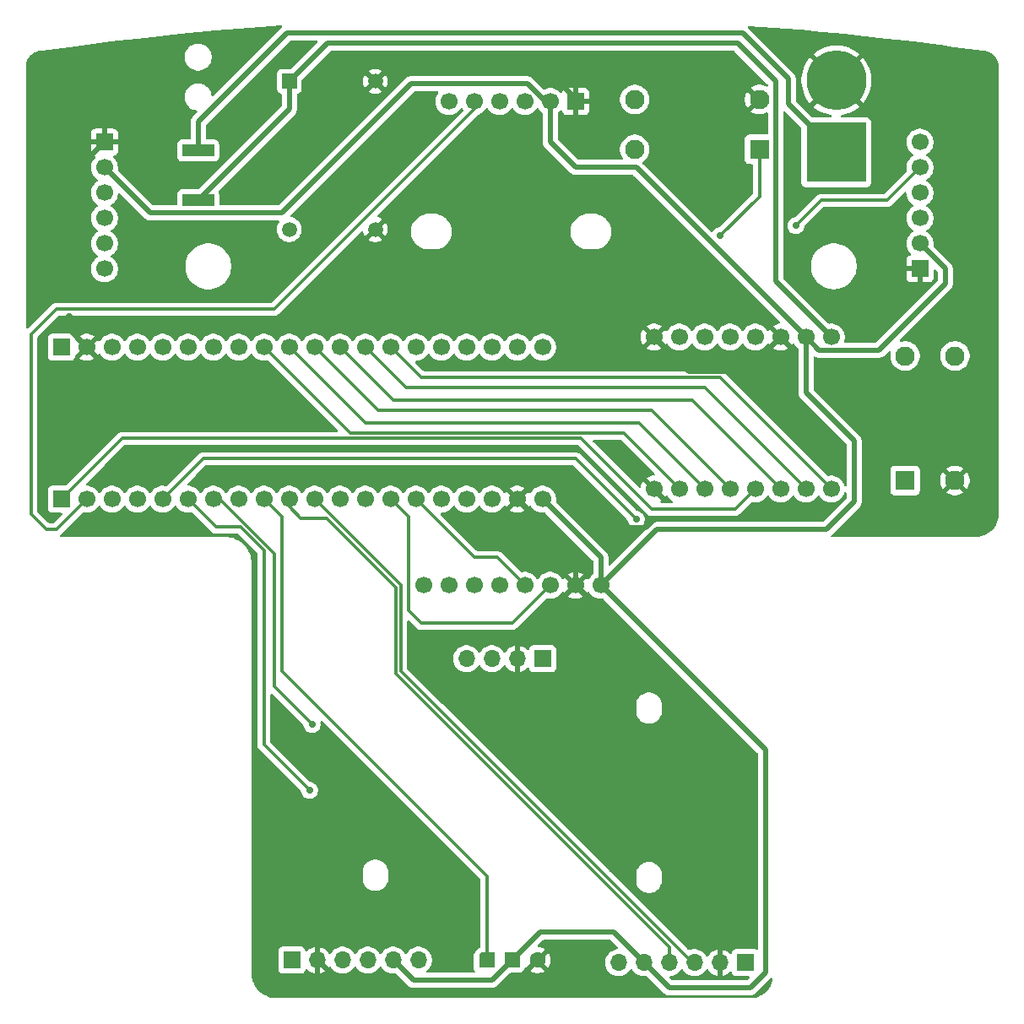
<source format=gbr>
%TF.GenerationSoftware,KiCad,Pcbnew,9.0.0*%
%TF.CreationDate,2025-04-20T11:33:30+05:30*%
%TF.ProjectId,micromouse,6d696372-6f6d-46f7-9573-652e6b696361,rev?*%
%TF.SameCoordinates,Original*%
%TF.FileFunction,Copper,L1,Top*%
%TF.FilePolarity,Positive*%
%FSLAX46Y46*%
G04 Gerber Fmt 4.6, Leading zero omitted, Abs format (unit mm)*
G04 Created by KiCad (PCBNEW 9.0.0) date 2025-04-20 11:33:30*
%MOMM*%
%LPD*%
G01*
G04 APERTURE LIST*
G04 Aperture macros list*
%AMOutline5P*
0 Free polygon, 5 corners , with rotation*
0 The origin of the aperture is its center*
0 number of corners: always 5*
0 $1 to $10 corner X, Y*
0 $11 Rotation angle, in degrees counterclockwise*
0 create outline with 5 corners*
4,1,5,$1,$2,$3,$4,$5,$6,$7,$8,$9,$10,$1,$2,$11*%
%AMOutline6P*
0 Free polygon, 6 corners , with rotation*
0 The origin of the aperture is its center*
0 number of corners: always 6*
0 $1 to $12 corner X, Y*
0 $13 Rotation angle, in degrees counterclockwise*
0 create outline with 6 corners*
4,1,6,$1,$2,$3,$4,$5,$6,$7,$8,$9,$10,$11,$12,$1,$2,$13*%
%AMOutline7P*
0 Free polygon, 7 corners , with rotation*
0 The origin of the aperture is its center*
0 number of corners: always 7*
0 $1 to $14 corner X, Y*
0 $15 Rotation angle, in degrees counterclockwise*
0 create outline with 7 corners*
4,1,7,$1,$2,$3,$4,$5,$6,$7,$8,$9,$10,$11,$12,$13,$14,$1,$2,$15*%
%AMOutline8P*
0 Free polygon, 8 corners , with rotation*
0 The origin of the aperture is its center*
0 number of corners: always 8*
0 $1 to $16 corner X, Y*
0 $17 Rotation angle, in degrees counterclockwise*
0 create outline with 8 corners*
4,1,8,$1,$2,$3,$4,$5,$6,$7,$8,$9,$10,$11,$12,$13,$14,$15,$16,$1,$2,$17*%
G04 Aperture macros list end*
%TA.AperFunction,ComponentPad*%
%ADD10R,1.950000X1.950000*%
%TD*%
%TA.AperFunction,ComponentPad*%
%ADD11C,1.950000*%
%TD*%
%TA.AperFunction,ComponentPad*%
%ADD12C,6.000000*%
%TD*%
%TA.AperFunction,ComponentPad*%
%ADD13R,6.000000X6.000000*%
%TD*%
%TA.AperFunction,ComponentPad*%
%ADD14Outline5P,-0.800000X0.480000X-0.480000X0.800000X0.800000X0.800000X0.800000X-0.800000X-0.800000X-0.800000X0.000000*%
%TD*%
%TA.AperFunction,ComponentPad*%
%ADD15R,1.500000X1.500000*%
%TD*%
%TA.AperFunction,ComponentPad*%
%ADD16C,1.600000*%
%TD*%
%TA.AperFunction,ComponentPad*%
%ADD17R,1.700000X1.700000*%
%TD*%
%TA.AperFunction,ComponentPad*%
%ADD18O,1.700000X1.700000*%
%TD*%
%TA.AperFunction,ComponentPad*%
%ADD19C,1.700000*%
%TD*%
%TA.AperFunction,ComponentPad*%
%ADD20R,3.200000X1.200000*%
%TD*%
%TA.AperFunction,ComponentPad*%
%ADD21R,1.498000X1.498000*%
%TD*%
%TA.AperFunction,ComponentPad*%
%ADD22C,1.498000*%
%TD*%
%TA.AperFunction,ViaPad*%
%ADD23C,0.700000*%
%TD*%
%TA.AperFunction,Conductor*%
%ADD24C,0.500000*%
%TD*%
%TA.AperFunction,Conductor*%
%ADD25C,0.300000*%
%TD*%
G04 APERTURE END LIST*
D10*
%TO.P,SW2,1,1*%
%TO.N,push button 1*%
X158904000Y-35774000D03*
D11*
%TO.P,SW2,2,2*%
%TO.N,GND*%
X158904000Y-30774000D03*
%TO.P,SW2,3*%
%TO.N,N/C*%
X146404000Y-35774000D03*
%TO.P,SW2,4*%
X146404000Y-30774000D03*
%TD*%
D12*
%TO.P,J1,N,NEG*%
%TO.N,GND*%
X166624000Y-28868000D03*
D13*
%TO.P,J1,P,POS*%
%TO.N,7.4v*%
X166624000Y-36068000D03*
%TD*%
D14*
%TO.P,SW3,1,B*%
%TO.N,slide_SW*%
X131572000Y-117094000D03*
D15*
%TO.P,SW3,2,C*%
%TO.N,3.3v*%
X134112000Y-117094000D03*
D16*
%TO.P,SW3,3,A*%
%TO.N,GND*%
X136652000Y-117094000D03*
%TD*%
D17*
%TO.P,U3,1,motor_1*%
%TO.N,AO1*%
X157480000Y-117348000D03*
D18*
%TO.P,U3,2,gnd*%
%TO.N,GND*%
X154940000Y-117348000D03*
%TO.P,U3,3,c1*%
%TO.N,encoder A1*%
X152400000Y-117348000D03*
%TO.P,U3,4,c2*%
%TO.N,encoder B1*%
X149860000Y-117348000D03*
%TO.P,U3,5,vcc*%
%TO.N,3.3v*%
X147320000Y-117348000D03*
%TO.P,U3,6,motor_2*%
%TO.N,AO2*%
X144780000Y-117348000D03*
%TD*%
D17*
%TO.P,U2,1,B12*%
%TO.N,STBY*%
X88900000Y-70866000D03*
D19*
%TO.P,U2,2,B13*%
%TO.N,XSHUT 1*%
X91440000Y-70866000D03*
%TO.P,U2,3,B14*%
%TO.N,XSHUT 2*%
X93980000Y-70866000D03*
%TO.P,U2,4,B15*%
%TO.N,XSHUT 3*%
X96520000Y-70866000D03*
%TO.P,U2,5,A8*%
%TO.N,push button*%
X99060000Y-70866000D03*
%TO.P,U2,6,A9*%
%TO.N,Tx*%
X101600000Y-70866000D03*
%TO.P,U2,7,A10*%
%TO.N,Rx*%
X104140000Y-70866000D03*
%TO.P,U2,8,A11*%
%TO.N,unconnected-(U2-A11-Pad8)*%
X106680000Y-70866000D03*
%TO.P,U2,9,A12*%
%TO.N,slide_SW*%
X109220000Y-70866000D03*
%TO.P,U2,10,A15*%
%TO.N,encoder B1*%
X111760000Y-70866000D03*
%TO.P,U2,11,B3*%
%TO.N,encoder A1*%
X114300000Y-70866000D03*
%TO.P,U2,12,B4*%
%TO.N,unconnected-(U2-B4-Pad12)*%
X116840000Y-70866000D03*
%TO.P,U2,13,B5*%
%TO.N,push button 1*%
X119380000Y-70866000D03*
%TO.P,U2,14,B6*%
%TO.N,SCL*%
X121920000Y-70866000D03*
%TO.P,U2,15,B7*%
%TO.N,SDA*%
X124460000Y-70866000D03*
%TO.P,U2,16,B8*%
%TO.N,encoder B2*%
X127000000Y-70866000D03*
%TO.P,U2,17,B9*%
%TO.N,encoder A2*%
X129540000Y-70866000D03*
%TO.P,U2,18,5V*%
%TO.N,unconnected-(U2-5V-Pad18)*%
X132080000Y-70866000D03*
%TO.P,U2,19,GND*%
%TO.N,GND*%
X134620000Y-70866000D03*
%TO.P,U2,20,3V3*%
%TO.N,3.3v*%
X137160000Y-70866000D03*
%TO.P,U2,21,VB*%
%TO.N,unconnected-(U2-VB-Pad21)*%
X137160000Y-55626000D03*
%TO.P,U2,22,C13*%
%TO.N,unconnected-(U2-C13-Pad22)*%
X134620000Y-55626000D03*
%TO.P,U2,23,C14*%
%TO.N,unconnected-(U2-C14-Pad23)*%
X132080000Y-55626000D03*
%TO.P,U2,24,C15*%
%TO.N,unconnected-(U2-C15-Pad24)*%
X129540000Y-55626000D03*
%TO.P,U2,25,R*%
%TO.N,unconnected-(U2-R-Pad25)*%
X127000000Y-55626000D03*
%TO.P,U2,26,A0*%
%TO.N,unconnected-(U2-A0-Pad26)*%
X124460000Y-55626000D03*
%TO.P,U2,27,A1*%
%TO.N,PWM A*%
X121920000Y-55626000D03*
%TO.P,U2,28,A2*%
%TO.N,AIN2*%
X119380000Y-55626000D03*
%TO.P,U2,29,A3*%
%TO.N,AIN1*%
X116840000Y-55626000D03*
%TO.P,U2,30,A4*%
%TO.N,BIN1*%
X114300000Y-55626000D03*
%TO.P,U2,31,A5*%
%TO.N,BIN2*%
X111760000Y-55626000D03*
%TO.P,U2,32,A6*%
%TO.N,PWM B*%
X109220000Y-55626000D03*
%TO.P,U2,33,A7*%
%TO.N,unconnected-(U2-A7-Pad33)*%
X106680000Y-55626000D03*
%TO.P,U2,34,B0*%
%TO.N,unconnected-(U2-B0-Pad34)*%
X104140000Y-55626000D03*
%TO.P,U2,35,B1*%
%TO.N,unconnected-(U2-B1-Pad35)*%
X101600000Y-55626000D03*
%TO.P,U2,36,B2*%
%TO.N,unconnected-(U2-B2-Pad36)*%
X99060000Y-55626000D03*
%TO.P,U2,37,B10*%
%TO.N,unconnected-(U2-B10-Pad37)*%
X96520000Y-55626000D03*
%TO.P,U2,38,3.3*%
%TO.N,unconnected-(U2-3.3-Pad38)*%
X93980000Y-55626000D03*
%TO.P,U2,39,GND*%
%TO.N,GND*%
X91440000Y-55626000D03*
D17*
%TO.P,U2,40,5V*%
%TO.N,5v*%
X88900000Y-55626000D03*
%TD*%
D10*
%TO.P,SW4,1,1*%
%TO.N,push button*%
X173522000Y-68988000D03*
D11*
%TO.P,SW4,2,2*%
%TO.N,GND*%
X178522000Y-68988000D03*
%TO.P,SW4,3*%
%TO.N,N/C*%
X173522000Y-56488000D03*
%TO.P,SW4,4*%
X178522000Y-56488000D03*
%TD*%
D19*
%TO.P,U5,1,VM*%
%TO.N,7.4vb*%
X166116000Y-54610000D03*
%TO.P,U5,2,VCC*%
%TO.N,3.3v*%
X163576000Y-54610000D03*
%TO.P,U5,3,GND*%
%TO.N,GND*%
X161036000Y-54610000D03*
%TO.P,U5,4,A01*%
%TO.N,AO1*%
X158496000Y-54610000D03*
%TO.P,U5,5,A02*%
%TO.N,AO2*%
X155956000Y-54610000D03*
%TO.P,U5,6,B02*%
%TO.N,BO2*%
X153416000Y-54610000D03*
%TO.P,U5,7,B01*%
%TO.N,BO1*%
X150876000Y-54610000D03*
%TO.P,U5,8,GND*%
%TO.N,GND*%
X148336000Y-54610000D03*
%TO.P,U5,9,GND*%
X148336000Y-69850000D03*
%TO.P,U5,10,PWMB*%
%TO.N,PWM B*%
X150876000Y-69850000D03*
%TO.P,U5,11,BI2*%
%TO.N,BIN2*%
X153416000Y-69850000D03*
%TO.P,U5,12,BI1*%
%TO.N,BIN1*%
X155956000Y-69850000D03*
%TO.P,U5,13,STBY*%
%TO.N,STBY*%
X158496000Y-69850000D03*
%TO.P,U5,14,AI1*%
%TO.N,AIN1*%
X161036000Y-69850000D03*
%TO.P,U5,15,AI2*%
%TO.N,AIN2*%
X163576000Y-69850000D03*
%TO.P,U5,16,PWMA*%
%TO.N,PWM A*%
X166116000Y-69850000D03*
%TD*%
D17*
%TO.P,U4,1,motor_1*%
%TO.N,BO1*%
X112014000Y-117094000D03*
D18*
%TO.P,U4,2,gnd*%
%TO.N,GND*%
X114554000Y-117094000D03*
%TO.P,U4,3,c1*%
%TO.N,encoder A2*%
X117094000Y-117094000D03*
%TO.P,U4,4,c2*%
%TO.N,encoder B2*%
X119634000Y-117094000D03*
%TO.P,U4,5,vcc*%
%TO.N,3.3v*%
X122174000Y-117094000D03*
%TO.P,U4,6,motor_2*%
%TO.N,BO2*%
X124714000Y-117094000D03*
%TD*%
D17*
%TO.P,U10,1*%
%TO.N,3.3v*%
X137160000Y-86868000D03*
D18*
%TO.P,U10,2*%
%TO.N,GND*%
X134620000Y-86868000D03*
%TO.P,U10,3*%
%TO.N,Rx*%
X132080000Y-86868000D03*
%TO.P,U10,4*%
%TO.N,Tx*%
X129540000Y-86868000D03*
%TD*%
D20*
%TO.P,SW1,1,A*%
%TO.N,7.4v*%
X102616000Y-35894000D03*
%TO.P,SW1,2,B*%
%TO.N,7.4vb*%
X102616000Y-40894000D03*
%TD*%
D21*
%TO.P,U1,1,IN+*%
%TO.N,7.4vb*%
X111760000Y-28956000D03*
D22*
%TO.P,U1,2,OUT+*%
%TO.N,5v*%
X111760000Y-43815000D03*
%TO.P,U1,3,IN-*%
%TO.N,GND*%
X120396000Y-28956000D03*
%TO.P,U1,4,OUT-*%
X120396000Y-43815000D03*
%TD*%
D19*
%TO.P,ACC1,1,VCC*%
%TO.N,3.3v*%
X143002000Y-79502000D03*
%TO.P,ACC1,2,GND*%
%TO.N,GND*%
X140462000Y-79502000D03*
%TO.P,ACC1,3,SCL*%
%TO.N,SCL*%
X137922000Y-79502000D03*
%TO.P,ACC1,4,SDA*%
%TO.N,SDA*%
X135382000Y-79502000D03*
%TO.P,ACC1,5,XDA*%
%TO.N,unconnected-(ACC1-XDA-Pad5)*%
X132842000Y-79502000D03*
%TO.P,ACC1,6,XCL*%
%TO.N,unconnected-(ACC1-XCL-Pad6)*%
X130302000Y-79502000D03*
%TO.P,ACC1,7,AD0*%
%TO.N,unconnected-(ACC1-AD0-Pad7)*%
X127762000Y-79502000D03*
%TO.P,ACC1,8,INT*%
%TO.N,unconnected-(ACC1-INT-Pad8)*%
X125222000Y-79502000D03*
%TD*%
%TO.P,U8,1,GPIO1*%
%TO.N,unconnected-(U8-GPIO1-Pad1)*%
X93218000Y-47756000D03*
%TO.P,U8,2,~{XSHUT}*%
%TO.N,XSHUT 2*%
X93218000Y-45216000D03*
%TO.P,U8,3,SCL*%
%TO.N,SCL*%
X93218000Y-42676000D03*
%TO.P,U8,4,SDA*%
%TO.N,SDA*%
X93218000Y-40136000D03*
%TO.P,U8,5,Vin*%
%TO.N,3.3v*%
X93218000Y-37596000D03*
D17*
%TO.P,U8,6,GND*%
%TO.N,GND*%
X93218000Y-35056000D03*
%TD*%
D19*
%TO.P,U6,1,GPIO1*%
%TO.N,unconnected-(U6-GPIO1-Pad1)*%
X175006000Y-35056000D03*
%TO.P,U6,2,~{XSHUT}*%
%TO.N,XSHUT 3*%
X175006000Y-37596000D03*
%TO.P,U6,3,SCL*%
%TO.N,SCL*%
X175006000Y-40136000D03*
%TO.P,U6,4,SDA*%
%TO.N,SDA*%
X175006000Y-42676000D03*
%TO.P,U6,5,Vin*%
%TO.N,3.3v*%
X175006000Y-45216000D03*
D17*
%TO.P,U6,6,GND*%
%TO.N,GND*%
X175006000Y-47756000D03*
%TD*%
D19*
%TO.P,U7,1,GPIO1*%
%TO.N,unconnected-(U7-GPIO1-Pad1)*%
X127766000Y-30988000D03*
%TO.P,U7,2,~{XSHUT}*%
%TO.N,XSHUT 1*%
X130306000Y-30988000D03*
%TO.P,U7,3,SCL*%
%TO.N,SCL*%
X132846000Y-30988000D03*
%TO.P,U7,4,SDA*%
%TO.N,SDA*%
X135386000Y-30988000D03*
%TO.P,U7,5,Vin*%
%TO.N,3.3v*%
X137926000Y-30988000D03*
D17*
%TO.P,U7,6,GND*%
%TO.N,GND*%
X140466000Y-30988000D03*
%TD*%
D23*
%TO.N,GND*%
X89662000Y-50800000D03*
X89662000Y-52578000D03*
X148336000Y-72898000D03*
X157480000Y-58073000D03*
%TO.N,push button*%
X146558000Y-72898000D03*
%TO.N,XSHUT 3*%
X162560000Y-43434000D03*
%TO.N,push button 1*%
X154940000Y-44450000D03*
%TO.N,Tx*%
X113792000Y-100076000D03*
%TO.N,Rx*%
X114046000Y-93472000D03*
%TD*%
D24*
%TO.N,3.3v*%
X148590000Y-73914000D02*
X143002000Y-79502000D01*
X137930000Y-32520000D02*
X137930000Y-35052000D01*
X137930000Y-35052000D02*
X140470000Y-37592000D01*
X170911000Y-55911000D02*
X177546000Y-49276000D01*
X165608000Y-73914000D02*
X148590000Y-73914000D01*
X177546000Y-47760000D02*
X175006000Y-45220000D01*
X97790000Y-42164000D02*
X110998000Y-42164000D01*
X168402000Y-65024000D02*
X168402000Y-71120000D01*
X144272000Y-114300000D02*
X147320000Y-117348000D01*
X134112000Y-117094000D02*
X136906000Y-114300000D01*
X137922000Y-32512000D02*
X137930000Y-32520000D01*
X157988000Y-119888000D02*
X159512000Y-118364000D01*
X143002000Y-76708000D02*
X143002000Y-79502000D01*
X168402000Y-71120000D02*
X165608000Y-73914000D01*
X163576000Y-54610000D02*
X163576000Y-60198000D01*
X137160000Y-70866000D02*
X143002000Y-76708000D01*
X110998000Y-42164000D02*
X123952000Y-29210000D01*
X159512000Y-96012000D02*
X143002000Y-79502000D01*
X177546000Y-49276000D02*
X177546000Y-47760000D01*
X136906000Y-114300000D02*
X144272000Y-114300000D01*
X149860000Y-119888000D02*
X157988000Y-119888000D01*
X159512000Y-118364000D02*
X159512000Y-96012000D01*
X147320000Y-117348000D02*
X149860000Y-119888000D01*
X135636000Y-29210000D02*
X137922000Y-31496000D01*
X140470000Y-37592000D02*
X146558000Y-37592000D01*
X93218000Y-37592000D02*
X97790000Y-42164000D01*
X146558000Y-37592000D02*
X163576000Y-54610000D01*
X163576000Y-54610000D02*
X164877000Y-55911000D01*
X163576000Y-60198000D02*
X168402000Y-65024000D01*
X164877000Y-55911000D02*
X170911000Y-55911000D01*
X137922000Y-31496000D02*
X137922000Y-32512000D01*
X123952000Y-29210000D02*
X135636000Y-29210000D01*
X134112000Y-117094000D02*
X132080000Y-119126000D01*
X132080000Y-119126000D02*
X124206000Y-119126000D01*
X124206000Y-119126000D02*
X122174000Y-117094000D01*
%TO.N,GND*%
X180594000Y-66916000D02*
X178522000Y-68988000D01*
X136144000Y-26416000D02*
X140462000Y-30734000D01*
X89662000Y-38608000D02*
X93218000Y-35052000D01*
X151799000Y-58073000D02*
X157480000Y-58073000D01*
X122936000Y-26416000D02*
X136144000Y-26416000D01*
X148336000Y-54610000D02*
X151799000Y-58073000D01*
X180594000Y-37084000D02*
X180594000Y-66916000D01*
X157573000Y-58073000D02*
X161036000Y-54610000D01*
X114554000Y-117094000D02*
X117602000Y-120142000D01*
X134620000Y-85344000D02*
X140462000Y-79502000D01*
X147535000Y-73699000D02*
X148336000Y-72898000D01*
X91440000Y-55626000D02*
X89662000Y-53848000D01*
X140462000Y-76708000D02*
X140462000Y-79502000D01*
X117602000Y-120142000D02*
X133604000Y-120142000D01*
X140462000Y-79502000D02*
X143764000Y-82804000D01*
X140462000Y-30734000D02*
X140462000Y-30988000D01*
X154940000Y-107950000D02*
X154940000Y-117348000D01*
X89662000Y-53848000D02*
X89662000Y-52578000D01*
X166624000Y-28868000D02*
X170522000Y-32766000D01*
X143041000Y-73699000D02*
X147535000Y-73699000D01*
X134620000Y-70866000D02*
X136652000Y-68834000D01*
X134620000Y-86868000D02*
X134620000Y-85344000D01*
X136652000Y-68834000D02*
X138176000Y-68834000D01*
X143764000Y-82804000D02*
X143764000Y-96774000D01*
X176276000Y-32766000D02*
X180594000Y-37084000D01*
X134620000Y-70866000D02*
X140462000Y-76708000D01*
X138176000Y-68834000D02*
X143041000Y-73699000D01*
X170522000Y-32766000D02*
X176276000Y-32766000D01*
X133604000Y-120142000D02*
X136652000Y-117094000D01*
X143764000Y-96774000D02*
X154940000Y-107950000D01*
X157480000Y-58073000D02*
X157573000Y-58073000D01*
X120396000Y-28956000D02*
X122936000Y-26416000D01*
X89662000Y-50800000D02*
X89662000Y-38608000D01*
D25*
%TO.N,SDA*%
X130302000Y-76708000D02*
X124460000Y-70866000D01*
X135382000Y-79502000D02*
X132588000Y-76708000D01*
X132588000Y-76708000D02*
X130302000Y-76708000D01*
%TO.N,SCL*%
X134112000Y-83312000D02*
X137922000Y-79502000D01*
X123698000Y-82042000D02*
X124968000Y-83312000D01*
X121920000Y-70866000D02*
X123698000Y-72644000D01*
X123698000Y-72644000D02*
X123698000Y-82042000D01*
X124968000Y-83312000D02*
X134112000Y-83312000D01*
%TO.N,push button*%
X140462000Y-66802000D02*
X103124000Y-66802000D01*
X103124000Y-66802000D02*
X99060000Y-70866000D01*
X146558000Y-72898000D02*
X140462000Y-66802000D01*
%TO.N,XSHUT 1*%
X88392000Y-51816000D02*
X85852000Y-54356000D01*
X130302000Y-31750000D02*
X110236000Y-51816000D01*
X130302000Y-30988000D02*
X130302000Y-31750000D01*
X88392000Y-73914000D02*
X91440000Y-70866000D01*
X85852000Y-72390000D02*
X87376000Y-73914000D01*
X87376000Y-73914000D02*
X88392000Y-73914000D01*
X85852000Y-54356000D02*
X85852000Y-72390000D01*
X110236000Y-51816000D02*
X88392000Y-51816000D01*
%TO.N,STBY*%
X94996000Y-64770000D02*
X140970000Y-64770000D01*
X156464000Y-71882000D02*
X158496000Y-69850000D01*
X88900000Y-70866000D02*
X94996000Y-64770000D01*
X140970000Y-64770000D02*
X148082000Y-71882000D01*
X148082000Y-71882000D02*
X156464000Y-71882000D01*
%TO.N,encoder A1*%
X122936000Y-88138000D02*
X152146000Y-117348000D01*
X122936000Y-79502000D02*
X122936000Y-88138000D01*
X152146000Y-117348000D02*
X152400000Y-117348000D01*
X114300000Y-70866000D02*
X122936000Y-79502000D01*
%TO.N,PWM B*%
X145288000Y-64262000D02*
X150876000Y-69850000D01*
X117856000Y-64262000D02*
X145288000Y-64262000D01*
X109220000Y-55626000D02*
X117856000Y-64262000D01*
%TO.N,encoder B1*%
X122428000Y-79702520D02*
X122428000Y-88392000D01*
X111760000Y-70866000D02*
X111760000Y-71628000D01*
X115496480Y-72771000D02*
X122428000Y-79702520D01*
X122428000Y-88392000D02*
X149860000Y-115824000D01*
X111760000Y-71628000D02*
X112903000Y-72771000D01*
X149860000Y-115824000D02*
X149860000Y-117348000D01*
X112903000Y-72771000D02*
X115496480Y-72771000D01*
%TO.N,XSHUT 3*%
X165100000Y-40894000D02*
X162560000Y-43434000D01*
X175006000Y-37600000D02*
X171712000Y-40894000D01*
X171712000Y-40894000D02*
X165100000Y-40894000D01*
%TO.N,BIN2*%
X146812000Y-63246000D02*
X153416000Y-69850000D01*
X119380000Y-63246000D02*
X146812000Y-63246000D01*
X111760000Y-55626000D02*
X119380000Y-63246000D01*
%TO.N,push button 1*%
X158904000Y-40486000D02*
X158904000Y-35774000D01*
X154940000Y-44450000D02*
X158904000Y-40486000D01*
%TO.N,BIN1*%
X148082000Y-61976000D02*
X155956000Y-69850000D01*
X114300000Y-55626000D02*
X120650000Y-61976000D01*
X120650000Y-61976000D02*
X148082000Y-61976000D01*
%TO.N,AIN1*%
X116840000Y-55626000D02*
X122174000Y-60960000D01*
X122174000Y-60960000D02*
X152146000Y-60960000D01*
X152146000Y-60960000D02*
X161036000Y-69850000D01*
%TO.N,AIN2*%
X153416000Y-59690000D02*
X163576000Y-69850000D01*
X119380000Y-55626000D02*
X123444000Y-59690000D01*
X123444000Y-59690000D02*
X153416000Y-59690000D01*
%TO.N,Tx*%
X109220000Y-76014911D02*
X106865089Y-73660000D01*
X113792000Y-100076000D02*
X109220000Y-95504000D01*
X104394000Y-73660000D02*
X101600000Y-70866000D01*
X109220000Y-95504000D02*
X109220000Y-76014911D01*
X106865089Y-73660000D02*
X104394000Y-73660000D01*
%TO.N,PWM A*%
X154940000Y-58674000D02*
X166116000Y-69850000D01*
X121920000Y-55626000D02*
X124968000Y-58674000D01*
X124968000Y-58674000D02*
X154940000Y-58674000D01*
%TO.N,Rx*%
X110236000Y-89662000D02*
X110236000Y-76322390D01*
X114046000Y-93472000D02*
X110236000Y-89662000D01*
X104779610Y-70866000D02*
X104140000Y-70866000D01*
X110236000Y-76322390D02*
X104779610Y-70866000D01*
D24*
%TO.N,7.4vb*%
X160528000Y-49022000D02*
X166116000Y-54610000D01*
X111760000Y-31750000D02*
X111760000Y-28956000D01*
X102616000Y-40894000D02*
X111760000Y-31750000D01*
X156718000Y-25146000D02*
X160528000Y-28956000D01*
X160528000Y-28956000D02*
X160528000Y-49022000D01*
X111760000Y-28956000D02*
X115570000Y-25146000D01*
X115570000Y-25146000D02*
X156718000Y-25146000D01*
%TO.N,7.4v*%
X161798000Y-31242000D02*
X161798000Y-28702000D01*
X161798000Y-28702000D02*
X157226000Y-24130000D01*
X111506000Y-24130000D02*
X102616000Y-33020000D01*
X157226000Y-24130000D02*
X111506000Y-24130000D01*
X166624000Y-36068000D02*
X161798000Y-31242000D01*
X102616000Y-33020000D02*
X102616000Y-35894000D01*
D25*
%TO.N,slide_SW*%
X131572000Y-108712000D02*
X131572000Y-117094000D01*
X110998000Y-88138000D02*
X131572000Y-108712000D01*
X110998000Y-72644000D02*
X110998000Y-88138000D01*
X109220000Y-70866000D02*
X110998000Y-72644000D01*
%TD*%
%TA.AperFunction,Conductor*%
%TO.N,GND*%
G36*
X100401444Y-71519999D02*
G01*
X100440486Y-71565056D01*
X100444951Y-71573820D01*
X100569890Y-71745786D01*
X100720213Y-71896109D01*
X100892179Y-72021048D01*
X100892181Y-72021049D01*
X100892184Y-72021051D01*
X101081588Y-72117557D01*
X101283757Y-72183246D01*
X101493713Y-72216500D01*
X101493714Y-72216500D01*
X101706286Y-72216500D01*
X101706287Y-72216500D01*
X101864136Y-72191499D01*
X101921055Y-72182484D01*
X101921315Y-72184128D01*
X101983852Y-72187250D01*
X102030711Y-72216657D01*
X103979325Y-74165272D01*
X103979326Y-74165273D01*
X103979329Y-74165275D01*
X103979331Y-74165277D01*
X104085873Y-74236465D01*
X104204256Y-74285501D01*
X104204260Y-74285501D01*
X104204261Y-74285502D01*
X104329928Y-74310500D01*
X104329931Y-74310500D01*
X106544281Y-74310500D01*
X106611320Y-74330185D01*
X106631962Y-74346819D01*
X108533181Y-76248038D01*
X108566666Y-76309361D01*
X108569500Y-76335719D01*
X108569500Y-95568069D01*
X108587092Y-95656506D01*
X108594499Y-95693744D01*
X108643534Y-95812125D01*
X108714726Y-95918673D01*
X108714727Y-95918674D01*
X112911345Y-100115291D01*
X112944830Y-100176614D01*
X112945281Y-100178781D01*
X112974182Y-100324074D01*
X112974184Y-100324082D01*
X113038295Y-100478860D01*
X113131373Y-100618162D01*
X113249837Y-100736626D01*
X113342494Y-100798537D01*
X113389137Y-100829703D01*
X113543918Y-100893816D01*
X113708228Y-100926499D01*
X113708232Y-100926500D01*
X113708233Y-100926500D01*
X113875768Y-100926500D01*
X113875769Y-100926499D01*
X114040082Y-100893816D01*
X114194863Y-100829703D01*
X114334162Y-100736626D01*
X114452626Y-100618162D01*
X114545703Y-100478863D01*
X114609816Y-100324082D01*
X114642500Y-100159767D01*
X114642500Y-99992233D01*
X114609816Y-99827918D01*
X114545703Y-99673137D01*
X114514537Y-99626494D01*
X114452626Y-99533837D01*
X114334162Y-99415373D01*
X114194860Y-99322295D01*
X114040082Y-99258184D01*
X114040074Y-99258182D01*
X113894781Y-99229281D01*
X113832870Y-99196896D01*
X113831291Y-99195345D01*
X109906819Y-95270873D01*
X109873334Y-95209550D01*
X109870500Y-95183192D01*
X109870500Y-90515808D01*
X109890185Y-90448769D01*
X109942989Y-90403014D01*
X110012147Y-90393070D01*
X110075703Y-90422095D01*
X110082181Y-90428127D01*
X113165345Y-93511291D01*
X113198830Y-93572614D01*
X113199281Y-93574781D01*
X113228182Y-93720074D01*
X113228184Y-93720082D01*
X113292295Y-93874860D01*
X113385373Y-94014162D01*
X113503837Y-94132626D01*
X113596494Y-94194537D01*
X113643137Y-94225703D01*
X113797918Y-94289816D01*
X113962228Y-94322499D01*
X113962232Y-94322500D01*
X113962233Y-94322500D01*
X114129768Y-94322500D01*
X114129769Y-94322499D01*
X114294082Y-94289816D01*
X114448863Y-94225703D01*
X114588162Y-94132626D01*
X114706626Y-94014162D01*
X114799703Y-93874863D01*
X114863816Y-93720082D01*
X114896500Y-93555767D01*
X114896500Y-93388233D01*
X114869034Y-93250150D01*
X114875261Y-93180559D01*
X114918124Y-93125381D01*
X114984014Y-93102137D01*
X115052011Y-93118205D01*
X115078332Y-93138278D01*
X130885181Y-108945127D01*
X130918666Y-109006450D01*
X130921500Y-109032808D01*
X130921500Y-115740032D01*
X130901815Y-115807071D01*
X130849011Y-115852826D01*
X130844954Y-115854592D01*
X130833986Y-115859135D01*
X130767065Y-115911121D01*
X130767058Y-115911127D01*
X130389117Y-116289067D01*
X130389108Y-116289077D01*
X130337136Y-116355982D01*
X130282060Y-116488950D01*
X130271500Y-116573019D01*
X130271500Y-117941870D01*
X130271501Y-117941876D01*
X130277908Y-118001483D01*
X130328202Y-118136328D01*
X130328204Y-118136331D01*
X130356009Y-118173474D01*
X130358790Y-118177188D01*
X130383208Y-118242652D01*
X130368357Y-118310925D01*
X130318952Y-118360331D01*
X130259524Y-118375500D01*
X125629408Y-118375500D01*
X125562369Y-118355815D01*
X125516614Y-118303011D01*
X125506670Y-118233853D01*
X125535695Y-118170297D01*
X125556523Y-118151181D01*
X125593792Y-118124104D01*
X125744104Y-117973792D01*
X125744106Y-117973788D01*
X125744109Y-117973786D01*
X125869048Y-117801820D01*
X125869050Y-117801817D01*
X125869051Y-117801816D01*
X125965557Y-117612412D01*
X126031246Y-117410243D01*
X126064500Y-117200287D01*
X126064500Y-116987713D01*
X126031246Y-116777757D01*
X125965557Y-116575588D01*
X125869051Y-116386184D01*
X125869049Y-116386181D01*
X125869048Y-116386179D01*
X125744109Y-116214213D01*
X125593786Y-116063890D01*
X125421820Y-115938951D01*
X125232414Y-115842444D01*
X125232413Y-115842443D01*
X125232412Y-115842443D01*
X125030243Y-115776754D01*
X125030241Y-115776753D01*
X125030240Y-115776753D01*
X124868957Y-115751208D01*
X124820287Y-115743500D01*
X124607713Y-115743500D01*
X124559042Y-115751208D01*
X124397760Y-115776753D01*
X124195585Y-115842444D01*
X124006179Y-115938951D01*
X123834213Y-116063890D01*
X123683890Y-116214213D01*
X123558949Y-116386182D01*
X123554484Y-116394946D01*
X123506509Y-116445742D01*
X123438688Y-116462536D01*
X123372553Y-116439998D01*
X123333516Y-116394946D01*
X123329050Y-116386182D01*
X123204109Y-116214213D01*
X123053786Y-116063890D01*
X122881820Y-115938951D01*
X122692414Y-115842444D01*
X122692413Y-115842443D01*
X122692412Y-115842443D01*
X122490243Y-115776754D01*
X122490241Y-115776753D01*
X122490240Y-115776753D01*
X122328957Y-115751208D01*
X122280287Y-115743500D01*
X122067713Y-115743500D01*
X122019042Y-115751208D01*
X121857760Y-115776753D01*
X121655585Y-115842444D01*
X121466179Y-115938951D01*
X121294213Y-116063890D01*
X121143890Y-116214213D01*
X121018949Y-116386182D01*
X121014484Y-116394946D01*
X120966509Y-116445742D01*
X120898688Y-116462536D01*
X120832553Y-116439998D01*
X120793516Y-116394946D01*
X120789050Y-116386182D01*
X120664109Y-116214213D01*
X120513786Y-116063890D01*
X120341820Y-115938951D01*
X120152414Y-115842444D01*
X120152413Y-115842443D01*
X120152412Y-115842443D01*
X119950243Y-115776754D01*
X119950241Y-115776753D01*
X119950240Y-115776753D01*
X119788957Y-115751208D01*
X119740287Y-115743500D01*
X119527713Y-115743500D01*
X119479042Y-115751208D01*
X119317760Y-115776753D01*
X119115585Y-115842444D01*
X118926179Y-115938951D01*
X118754213Y-116063890D01*
X118603890Y-116214213D01*
X118478949Y-116386182D01*
X118474484Y-116394946D01*
X118426509Y-116445742D01*
X118358688Y-116462536D01*
X118292553Y-116439998D01*
X118253516Y-116394946D01*
X118249050Y-116386182D01*
X118124109Y-116214213D01*
X117973786Y-116063890D01*
X117801820Y-115938951D01*
X117612414Y-115842444D01*
X117612413Y-115842443D01*
X117612412Y-115842443D01*
X117410243Y-115776754D01*
X117410241Y-115776753D01*
X117410240Y-115776753D01*
X117248957Y-115751208D01*
X117200287Y-115743500D01*
X116987713Y-115743500D01*
X116939042Y-115751208D01*
X116777760Y-115776753D01*
X116575585Y-115842444D01*
X116386179Y-115938951D01*
X116214213Y-116063890D01*
X116063890Y-116214213D01*
X115938949Y-116386182D01*
X115934202Y-116395499D01*
X115886227Y-116446293D01*
X115818405Y-116463087D01*
X115752271Y-116440548D01*
X115713234Y-116395495D01*
X115708622Y-116386444D01*
X115583727Y-116214540D01*
X115583723Y-116214535D01*
X115433464Y-116064276D01*
X115433459Y-116064272D01*
X115261557Y-115939379D01*
X115072215Y-115842903D01*
X114870124Y-115777241D01*
X114804000Y-115766768D01*
X114804000Y-116660988D01*
X114746993Y-116628075D01*
X114619826Y-116594000D01*
X114488174Y-116594000D01*
X114361007Y-116628075D01*
X114304000Y-116660988D01*
X114304000Y-115766768D01*
X114303999Y-115766768D01*
X114237875Y-115777241D01*
X114035784Y-115842903D01*
X113846442Y-115939379D01*
X113674541Y-116064271D01*
X113560865Y-116177947D01*
X113499542Y-116211431D01*
X113429850Y-116206447D01*
X113373917Y-116164575D01*
X113357002Y-116133598D01*
X113345093Y-116101669D01*
X113316235Y-116024296D01*
X113307797Y-116001671D01*
X113307793Y-116001664D01*
X113221547Y-115886455D01*
X113221544Y-115886452D01*
X113106335Y-115800206D01*
X113106328Y-115800202D01*
X112971482Y-115749908D01*
X112971483Y-115749908D01*
X112911883Y-115743501D01*
X112911881Y-115743500D01*
X112911873Y-115743500D01*
X112911864Y-115743500D01*
X111116129Y-115743500D01*
X111116123Y-115743501D01*
X111056516Y-115749908D01*
X110921671Y-115800202D01*
X110921664Y-115800206D01*
X110806455Y-115886452D01*
X110806452Y-115886455D01*
X110720206Y-116001664D01*
X110720202Y-116001671D01*
X110669908Y-116136517D01*
X110663501Y-116196116D01*
X110663500Y-116196135D01*
X110663500Y-117991870D01*
X110663501Y-117991876D01*
X110669908Y-118051483D01*
X110720202Y-118186328D01*
X110720206Y-118186335D01*
X110806452Y-118301544D01*
X110806455Y-118301547D01*
X110921664Y-118387793D01*
X110921671Y-118387797D01*
X111056517Y-118438091D01*
X111056516Y-118438091D01*
X111063444Y-118438835D01*
X111116127Y-118444500D01*
X112911872Y-118444499D01*
X112971483Y-118438091D01*
X113106331Y-118387796D01*
X113221546Y-118301546D01*
X113307796Y-118186331D01*
X113357002Y-118054401D01*
X113398872Y-117998468D01*
X113464337Y-117974050D01*
X113532610Y-117988901D01*
X113560865Y-118010053D01*
X113674535Y-118123723D01*
X113674540Y-118123727D01*
X113846442Y-118248620D01*
X114035782Y-118345095D01*
X114237871Y-118410757D01*
X114304000Y-118421231D01*
X114304000Y-117527012D01*
X114361007Y-117559925D01*
X114488174Y-117594000D01*
X114619826Y-117594000D01*
X114746993Y-117559925D01*
X114804000Y-117527012D01*
X114804000Y-118421230D01*
X114870126Y-118410757D01*
X114870129Y-118410757D01*
X115072217Y-118345095D01*
X115261557Y-118248620D01*
X115433459Y-118123727D01*
X115433464Y-118123723D01*
X115583723Y-117973464D01*
X115583727Y-117973459D01*
X115708620Y-117801558D01*
X115713232Y-117792507D01*
X115761205Y-117741709D01*
X115829025Y-117724912D01*
X115895161Y-117747447D01*
X115934204Y-117792504D01*
X115938949Y-117801817D01*
X116063890Y-117973786D01*
X116214213Y-118124109D01*
X116386179Y-118249048D01*
X116386181Y-118249049D01*
X116386184Y-118249051D01*
X116575588Y-118345557D01*
X116777757Y-118411246D01*
X116987713Y-118444500D01*
X116987714Y-118444500D01*
X117200286Y-118444500D01*
X117200287Y-118444500D01*
X117410243Y-118411246D01*
X117612412Y-118345557D01*
X117801816Y-118249051D01*
X117867200Y-118201547D01*
X117973786Y-118124109D01*
X117973788Y-118124106D01*
X117973792Y-118124104D01*
X118124104Y-117973792D01*
X118124106Y-117973788D01*
X118124109Y-117973786D01*
X118249048Y-117801820D01*
X118249050Y-117801817D01*
X118249051Y-117801816D01*
X118253514Y-117793054D01*
X118301488Y-117742259D01*
X118369308Y-117725463D01*
X118435444Y-117747999D01*
X118474486Y-117793056D01*
X118478951Y-117801820D01*
X118603890Y-117973786D01*
X118754213Y-118124109D01*
X118926179Y-118249048D01*
X118926181Y-118249049D01*
X118926184Y-118249051D01*
X119115588Y-118345557D01*
X119317757Y-118411246D01*
X119527713Y-118444500D01*
X119527714Y-118444500D01*
X119740286Y-118444500D01*
X119740287Y-118444500D01*
X119950243Y-118411246D01*
X120152412Y-118345557D01*
X120341816Y-118249051D01*
X120407200Y-118201547D01*
X120513786Y-118124109D01*
X120513788Y-118124106D01*
X120513792Y-118124104D01*
X120664104Y-117973792D01*
X120664106Y-117973788D01*
X120664109Y-117973786D01*
X120789048Y-117801820D01*
X120789050Y-117801817D01*
X120789051Y-117801816D01*
X120793514Y-117793054D01*
X120841488Y-117742259D01*
X120909308Y-117725463D01*
X120975444Y-117747999D01*
X121014486Y-117793056D01*
X121018951Y-117801820D01*
X121143890Y-117973786D01*
X121294213Y-118124109D01*
X121466179Y-118249048D01*
X121466181Y-118249049D01*
X121466184Y-118249051D01*
X121655588Y-118345557D01*
X121857757Y-118411246D01*
X122067713Y-118444500D01*
X122067714Y-118444500D01*
X122280286Y-118444500D01*
X122280287Y-118444500D01*
X122375728Y-118429383D01*
X122445021Y-118438337D01*
X122482807Y-118464175D01*
X123727586Y-119708954D01*
X123757058Y-119728645D01*
X123801270Y-119758186D01*
X123850505Y-119791084D01*
X123850506Y-119791084D01*
X123850507Y-119791085D01*
X123850509Y-119791086D01*
X123987082Y-119847656D01*
X123987087Y-119847658D01*
X123987091Y-119847658D01*
X123987092Y-119847659D01*
X124132079Y-119876500D01*
X124132082Y-119876500D01*
X132153920Y-119876500D01*
X132251462Y-119857096D01*
X132298913Y-119847658D01*
X132435495Y-119791084D01*
X132484729Y-119758186D01*
X132484734Y-119758183D01*
X132509071Y-119741921D01*
X132558416Y-119708952D01*
X133886549Y-118380817D01*
X133947872Y-118347333D01*
X133974230Y-118344499D01*
X134909871Y-118344499D01*
X134909872Y-118344499D01*
X134969483Y-118338091D01*
X135104331Y-118287796D01*
X135219546Y-118201546D01*
X135305796Y-118086331D01*
X135356091Y-117951483D01*
X135362500Y-117891873D01*
X135362499Y-117888665D01*
X135366013Y-117876439D01*
X135379209Y-117855638D01*
X135388638Y-117832876D01*
X135397599Y-117826653D01*
X135403444Y-117817442D01*
X135425793Y-117807077D01*
X135446030Y-117793027D01*
X135456933Y-117792637D01*
X135466830Y-117788048D01*
X135491232Y-117791411D01*
X135515855Y-117790532D01*
X135525238Y-117796099D01*
X135536045Y-117797589D01*
X135554756Y-117813612D01*
X135564299Y-117819274D01*
X135572524Y-117819922D01*
X136252000Y-117140446D01*
X136252000Y-117146661D01*
X136279259Y-117248394D01*
X136331920Y-117339606D01*
X136406394Y-117414080D01*
X136497606Y-117466741D01*
X136599339Y-117494000D01*
X136605553Y-117494000D01*
X135926076Y-118173474D01*
X135970650Y-118205859D01*
X136152968Y-118298755D01*
X136347582Y-118361990D01*
X136549683Y-118394000D01*
X136754317Y-118394000D01*
X136956417Y-118361990D01*
X137151031Y-118298755D01*
X137333349Y-118205859D01*
X137377921Y-118173474D01*
X136698447Y-117494000D01*
X136704661Y-117494000D01*
X136806394Y-117466741D01*
X136897606Y-117414080D01*
X136972080Y-117339606D01*
X137024741Y-117248394D01*
X137052000Y-117146661D01*
X137052000Y-117140448D01*
X137731474Y-117819922D01*
X137731474Y-117819921D01*
X137763859Y-117775349D01*
X137856755Y-117593031D01*
X137919990Y-117398417D01*
X137952000Y-117196317D01*
X137952000Y-116991682D01*
X137919990Y-116789582D01*
X137856755Y-116594968D01*
X137763859Y-116412650D01*
X137731474Y-116368077D01*
X137731474Y-116368076D01*
X137052000Y-117047551D01*
X137052000Y-117041339D01*
X137024741Y-116939606D01*
X136972080Y-116848394D01*
X136897606Y-116773920D01*
X136806394Y-116721259D01*
X136704661Y-116694000D01*
X136698446Y-116694000D01*
X137377922Y-116014524D01*
X137377921Y-116014523D01*
X137333359Y-115982147D01*
X137333350Y-115982141D01*
X137151031Y-115889244D01*
X136956417Y-115826009D01*
X136752147Y-115793656D01*
X136689012Y-115763727D01*
X136652081Y-115704415D01*
X136653079Y-115634552D01*
X136683861Y-115583506D01*
X137180549Y-115086819D01*
X137241872Y-115053334D01*
X137268230Y-115050500D01*
X143909770Y-115050500D01*
X143976809Y-115070185D01*
X143997451Y-115086819D01*
X144703996Y-115793364D01*
X144737481Y-115854687D01*
X144732497Y-115924379D01*
X144690625Y-115980312D01*
X144635713Y-116003518D01*
X144463760Y-116030753D01*
X144261585Y-116096444D01*
X144072179Y-116192951D01*
X143900213Y-116317890D01*
X143749890Y-116468213D01*
X143624951Y-116640179D01*
X143528444Y-116829585D01*
X143462753Y-117031760D01*
X143429500Y-117241713D01*
X143429500Y-117454286D01*
X143454544Y-117612412D01*
X143462754Y-117664243D01*
X143524942Y-117855638D01*
X143528444Y-117866414D01*
X143624951Y-118055820D01*
X143749890Y-118227786D01*
X143900213Y-118378109D01*
X144072179Y-118503048D01*
X144072181Y-118503049D01*
X144072184Y-118503051D01*
X144261588Y-118599557D01*
X144463757Y-118665246D01*
X144673713Y-118698500D01*
X144673714Y-118698500D01*
X144886286Y-118698500D01*
X144886287Y-118698500D01*
X145096243Y-118665246D01*
X145298412Y-118599557D01*
X145487816Y-118503051D01*
X145568405Y-118444500D01*
X145659786Y-118378109D01*
X145659788Y-118378106D01*
X145659792Y-118378104D01*
X145810104Y-118227792D01*
X145810106Y-118227788D01*
X145810109Y-118227786D01*
X145935048Y-118055820D01*
X145935047Y-118055820D01*
X145935051Y-118055816D01*
X145939514Y-118047054D01*
X145987488Y-117996259D01*
X146055308Y-117979463D01*
X146121444Y-118001999D01*
X146160486Y-118047056D01*
X146164951Y-118055820D01*
X146289890Y-118227786D01*
X146440213Y-118378109D01*
X146612179Y-118503048D01*
X146612181Y-118503049D01*
X146612184Y-118503051D01*
X146801588Y-118599557D01*
X147003757Y-118665246D01*
X147213713Y-118698500D01*
X147213714Y-118698500D01*
X147426286Y-118698500D01*
X147426287Y-118698500D01*
X147521728Y-118683383D01*
X147591021Y-118692337D01*
X147628807Y-118718175D01*
X149277048Y-120366415D01*
X149277049Y-120366416D01*
X149381583Y-120470950D01*
X149381585Y-120470952D01*
X149504498Y-120553080D01*
X149504511Y-120553087D01*
X149641082Y-120609656D01*
X149641087Y-120609658D01*
X149641091Y-120609658D01*
X149641092Y-120609659D01*
X149786079Y-120638500D01*
X149786082Y-120638500D01*
X158061920Y-120638500D01*
X158159462Y-120619096D01*
X158206913Y-120609658D01*
X158343495Y-120553084D01*
X158392729Y-120520186D01*
X158396564Y-120517624D01*
X158424542Y-120498930D01*
X158466416Y-120470952D01*
X160023239Y-118914127D01*
X160052165Y-118898332D01*
X160080584Y-118881577D01*
X160082702Y-118881658D01*
X160084562Y-118880643D01*
X160117443Y-118882994D01*
X160150402Y-118884262D01*
X160152140Y-118885475D01*
X160154254Y-118885627D01*
X160180643Y-118905382D01*
X160207685Y-118924268D01*
X160208491Y-118926229D01*
X160210187Y-118927499D01*
X160221708Y-118958388D01*
X160234245Y-118988892D01*
X160234136Y-118991710D01*
X160234604Y-118992963D01*
X160232889Y-119024160D01*
X160208439Y-119157581D01*
X160204855Y-119172121D01*
X160127213Y-119421282D01*
X160121903Y-119435282D01*
X160014786Y-119673285D01*
X160007828Y-119686543D01*
X159872810Y-119909892D01*
X159864304Y-119922216D01*
X159703344Y-120127665D01*
X159693414Y-120138873D01*
X159508873Y-120323414D01*
X159497665Y-120333344D01*
X159292216Y-120494304D01*
X159279892Y-120502810D01*
X159056543Y-120637828D01*
X159043285Y-120644786D01*
X158805282Y-120751903D01*
X158791282Y-120757213D01*
X158542121Y-120834855D01*
X158541403Y-120835031D01*
X158541277Y-120835115D01*
X158541057Y-120835117D01*
X158527581Y-120838439D01*
X158270866Y-120885483D01*
X158256002Y-120887288D01*
X157991736Y-120903274D01*
X157984249Y-120903500D01*
X110493481Y-120903500D01*
X110486528Y-120903305D01*
X110212618Y-120887922D01*
X110198800Y-120886365D01*
X109931773Y-120840995D01*
X109918217Y-120837901D01*
X109657947Y-120762919D01*
X109644821Y-120758326D01*
X109394586Y-120654675D01*
X109382058Y-120648642D01*
X109145000Y-120517624D01*
X109133226Y-120510226D01*
X108912328Y-120353491D01*
X108901456Y-120344821D01*
X108699494Y-120164338D01*
X108689661Y-120154505D01*
X108675691Y-120138873D01*
X108509178Y-119952543D01*
X108500508Y-119941671D01*
X108343773Y-119720773D01*
X108336375Y-119708999D01*
X108205357Y-119471941D01*
X108199327Y-119459420D01*
X108095672Y-119209176D01*
X108091080Y-119196052D01*
X108084186Y-119172121D01*
X108016096Y-118935776D01*
X108013004Y-118922226D01*
X108011628Y-118914128D01*
X107967633Y-118655191D01*
X107966078Y-118641390D01*
X107950695Y-118367472D01*
X107950500Y-118360519D01*
X107950500Y-108058810D01*
X119118483Y-108058810D01*
X119118818Y-108062021D01*
X119118818Y-108062025D01*
X119121097Y-108083833D01*
X119121768Y-108096716D01*
X119121768Y-109073283D01*
X119121097Y-109086165D01*
X119118483Y-109111187D01*
X119118769Y-109115240D01*
X119121768Y-109139595D01*
X119121768Y-109143623D01*
X119130442Y-109164564D01*
X119136170Y-109181912D01*
X119155609Y-109259605D01*
X119241936Y-109457846D01*
X119241941Y-109457856D01*
X119289433Y-109530911D01*
X119359794Y-109639145D01*
X119359796Y-109639147D01*
X119359798Y-109639150D01*
X119359801Y-109639154D01*
X119505935Y-109798504D01*
X119505940Y-109798509D01*
X119676374Y-109931579D01*
X119676378Y-109931581D01*
X119676380Y-109931583D01*
X119866422Y-110034709D01*
X119866425Y-110034710D01*
X120070886Y-110105076D01*
X120284153Y-110140747D01*
X120500383Y-110140747D01*
X120713650Y-110105076D01*
X120918111Y-110034710D01*
X121108162Y-109931579D01*
X121278596Y-109798509D01*
X121424742Y-109639145D01*
X121542595Y-109457855D01*
X121628926Y-109259607D01*
X121650588Y-109173026D01*
X121662768Y-109143623D01*
X121662768Y-109124329D01*
X121666053Y-109111190D01*
X121663439Y-109086165D01*
X121662768Y-109073283D01*
X121662768Y-108090256D01*
X121666053Y-108058810D01*
X121662768Y-108045670D01*
X121662768Y-108026377D01*
X121654093Y-108005436D01*
X121648364Y-107988084D01*
X121628928Y-107910401D01*
X121628926Y-107910393D01*
X121602359Y-107849385D01*
X121542599Y-107712153D01*
X121542594Y-107712143D01*
X121517319Y-107673264D01*
X121424742Y-107530855D01*
X121424738Y-107530850D01*
X121424737Y-107530849D01*
X121424734Y-107530845D01*
X121278600Y-107371495D01*
X121278598Y-107371493D01*
X121278597Y-107371492D01*
X121278596Y-107371491D01*
X121108162Y-107238421D01*
X121108158Y-107238418D01*
X121108157Y-107238418D01*
X121108155Y-107238416D01*
X120918113Y-107135290D01*
X120837839Y-107107664D01*
X120713650Y-107064924D01*
X120500383Y-107029253D01*
X120284153Y-107029253D01*
X120070891Y-107064923D01*
X120070890Y-107064923D01*
X120070886Y-107064924D01*
X119986831Y-107093851D01*
X119866422Y-107135290D01*
X119676380Y-107238416D01*
X119676378Y-107238418D01*
X119505937Y-107371493D01*
X119505935Y-107371495D01*
X119359801Y-107530845D01*
X119359798Y-107530849D01*
X119241941Y-107712143D01*
X119241936Y-107712153D01*
X119155612Y-107910387D01*
X119155609Y-107910395D01*
X119136166Y-107988098D01*
X119130439Y-108005444D01*
X119121768Y-108026381D01*
X119121768Y-108030404D01*
X119120710Y-108038992D01*
X119120846Y-108045500D01*
X119119916Y-108053077D01*
X119118483Y-108058810D01*
X107950500Y-108058810D01*
X107950500Y-77073326D01*
X107950499Y-77073322D01*
X107918554Y-76789794D01*
X107918553Y-76789789D01*
X107918552Y-76789780D01*
X107855057Y-76511591D01*
X107799586Y-76353066D01*
X107770651Y-76270373D01*
X107760814Y-76242261D01*
X107760810Y-76242254D01*
X107760807Y-76242245D01*
X107637012Y-75985181D01*
X107617692Y-75954433D01*
X107485197Y-75743569D01*
X107307289Y-75520479D01*
X107105521Y-75318711D01*
X106882431Y-75140803D01*
X106690708Y-75020335D01*
X106640818Y-74988987D01*
X106383754Y-74865192D01*
X106383732Y-74865183D01*
X106114420Y-74770946D01*
X106114408Y-74770942D01*
X105899714Y-74721940D01*
X105836220Y-74707448D01*
X105836217Y-74707447D01*
X105836205Y-74707445D01*
X105552677Y-74675500D01*
X105552671Y-74675500D01*
X105460623Y-74675500D01*
X88831976Y-74675500D01*
X88764937Y-74655815D01*
X88719182Y-74603011D01*
X88709238Y-74533853D01*
X88738263Y-74470297D01*
X88763083Y-74448399D01*
X88806669Y-74419277D01*
X91009289Y-72216655D01*
X91070610Y-72183172D01*
X91118754Y-72183685D01*
X91118945Y-72182484D01*
X91175864Y-72191499D01*
X91333713Y-72216500D01*
X91333714Y-72216500D01*
X91546286Y-72216500D01*
X91546287Y-72216500D01*
X91756243Y-72183246D01*
X91958412Y-72117557D01*
X92147816Y-72021051D01*
X92169789Y-72005086D01*
X92319786Y-71896109D01*
X92319788Y-71896106D01*
X92319792Y-71896104D01*
X92470104Y-71745792D01*
X92470106Y-71745788D01*
X92470109Y-71745786D01*
X92595048Y-71573820D01*
X92595047Y-71573820D01*
X92595051Y-71573816D01*
X92599514Y-71565054D01*
X92647488Y-71514259D01*
X92715308Y-71497463D01*
X92781444Y-71519999D01*
X92820486Y-71565056D01*
X92824951Y-71573820D01*
X92949890Y-71745786D01*
X93100213Y-71896109D01*
X93272179Y-72021048D01*
X93272181Y-72021049D01*
X93272184Y-72021051D01*
X93461588Y-72117557D01*
X93663757Y-72183246D01*
X93873713Y-72216500D01*
X93873714Y-72216500D01*
X94086286Y-72216500D01*
X94086287Y-72216500D01*
X94296243Y-72183246D01*
X94498412Y-72117557D01*
X94687816Y-72021051D01*
X94709789Y-72005086D01*
X94859786Y-71896109D01*
X94859788Y-71896106D01*
X94859792Y-71896104D01*
X95010104Y-71745792D01*
X95010106Y-71745788D01*
X95010109Y-71745786D01*
X95135048Y-71573820D01*
X95135047Y-71573820D01*
X95135051Y-71573816D01*
X95139514Y-71565054D01*
X95187488Y-71514259D01*
X95255308Y-71497463D01*
X95321444Y-71519999D01*
X95360486Y-71565056D01*
X95364951Y-71573820D01*
X95489890Y-71745786D01*
X95640213Y-71896109D01*
X95812179Y-72021048D01*
X95812181Y-72021049D01*
X95812184Y-72021051D01*
X96001588Y-72117557D01*
X96203757Y-72183246D01*
X96413713Y-72216500D01*
X96413714Y-72216500D01*
X96626286Y-72216500D01*
X96626287Y-72216500D01*
X96836243Y-72183246D01*
X97038412Y-72117557D01*
X97227816Y-72021051D01*
X97249789Y-72005086D01*
X97399786Y-71896109D01*
X97399788Y-71896106D01*
X97399792Y-71896104D01*
X97550104Y-71745792D01*
X97550106Y-71745788D01*
X97550109Y-71745786D01*
X97675048Y-71573820D01*
X97675047Y-71573820D01*
X97675051Y-71573816D01*
X97679514Y-71565054D01*
X97727488Y-71514259D01*
X97795308Y-71497463D01*
X97861444Y-71519999D01*
X97900486Y-71565056D01*
X97904951Y-71573820D01*
X98029890Y-71745786D01*
X98180213Y-71896109D01*
X98352179Y-72021048D01*
X98352181Y-72021049D01*
X98352184Y-72021051D01*
X98541588Y-72117557D01*
X98743757Y-72183246D01*
X98953713Y-72216500D01*
X98953714Y-72216500D01*
X99166286Y-72216500D01*
X99166287Y-72216500D01*
X99376243Y-72183246D01*
X99578412Y-72117557D01*
X99767816Y-72021051D01*
X99789789Y-72005086D01*
X99939786Y-71896109D01*
X99939788Y-71896106D01*
X99939792Y-71896104D01*
X100090104Y-71745792D01*
X100090106Y-71745788D01*
X100090109Y-71745786D01*
X100215048Y-71573820D01*
X100215047Y-71573820D01*
X100215051Y-71573816D01*
X100219514Y-71565054D01*
X100267488Y-71514259D01*
X100335308Y-71497463D01*
X100401444Y-71519999D01*
G37*
%TD.AperFunction*%
%TA.AperFunction,Conductor*%
G36*
X155190000Y-118675230D02*
G01*
X155256126Y-118664757D01*
X155256129Y-118664757D01*
X155458217Y-118599095D01*
X155647557Y-118502620D01*
X155819458Y-118377728D01*
X155933133Y-118264053D01*
X155994456Y-118230568D01*
X156064148Y-118235552D01*
X156120082Y-118277423D01*
X156136997Y-118308401D01*
X156186202Y-118440328D01*
X156186206Y-118440335D01*
X156272452Y-118555544D01*
X156272455Y-118555547D01*
X156387664Y-118641793D01*
X156387671Y-118641797D01*
X156522517Y-118692091D01*
X156522516Y-118692091D01*
X156526144Y-118692481D01*
X156582127Y-118698500D01*
X157816770Y-118698499D01*
X157883809Y-118718184D01*
X157929564Y-118770987D01*
X157939508Y-118840146D01*
X157910483Y-118903702D01*
X157904451Y-118910180D01*
X157713451Y-119101181D01*
X157652128Y-119134666D01*
X157625770Y-119137500D01*
X150222229Y-119137500D01*
X150155190Y-119117815D01*
X150134548Y-119101181D01*
X149955593Y-118922226D01*
X149936001Y-118902633D01*
X149902517Y-118841312D01*
X149907501Y-118771620D01*
X149949373Y-118715687D01*
X150004284Y-118692481D01*
X150126193Y-118673173D01*
X150176238Y-118665247D01*
X150176238Y-118665246D01*
X150176243Y-118665246D01*
X150378412Y-118599557D01*
X150567816Y-118503051D01*
X150648405Y-118444500D01*
X150739786Y-118378109D01*
X150739788Y-118378106D01*
X150739792Y-118378104D01*
X150890104Y-118227792D01*
X150890106Y-118227788D01*
X150890109Y-118227786D01*
X151015048Y-118055820D01*
X151015047Y-118055820D01*
X151015051Y-118055816D01*
X151019514Y-118047054D01*
X151067488Y-117996259D01*
X151135308Y-117979463D01*
X151201444Y-118001999D01*
X151240486Y-118047056D01*
X151244951Y-118055820D01*
X151369890Y-118227786D01*
X151520213Y-118378109D01*
X151692179Y-118503048D01*
X151692181Y-118503049D01*
X151692184Y-118503051D01*
X151881588Y-118599557D01*
X152083757Y-118665246D01*
X152293713Y-118698500D01*
X152293714Y-118698500D01*
X152506286Y-118698500D01*
X152506287Y-118698500D01*
X152716243Y-118665246D01*
X152918412Y-118599557D01*
X153107816Y-118503051D01*
X153188405Y-118444500D01*
X153279786Y-118378109D01*
X153279788Y-118378106D01*
X153279792Y-118378104D01*
X153430104Y-118227792D01*
X153430106Y-118227788D01*
X153430109Y-118227786D01*
X153532741Y-118086523D01*
X153555051Y-118055816D01*
X153559793Y-118046508D01*
X153607763Y-117995711D01*
X153675583Y-117978911D01*
X153741719Y-118001445D01*
X153780763Y-118046500D01*
X153785377Y-118055555D01*
X153910272Y-118227459D01*
X153910276Y-118227464D01*
X154060535Y-118377723D01*
X154060540Y-118377727D01*
X154232442Y-118502620D01*
X154421782Y-118599095D01*
X154623871Y-118664757D01*
X154690000Y-118675231D01*
X154690000Y-117781012D01*
X154747007Y-117813925D01*
X154874174Y-117848000D01*
X155005826Y-117848000D01*
X155132993Y-117813925D01*
X155190000Y-117781012D01*
X155190000Y-118675230D01*
G37*
%TD.AperFunction*%
%TA.AperFunction,Conductor*%
G36*
X139996075Y-79694993D02*
G01*
X140061901Y-79809007D01*
X140154993Y-79902099D01*
X140269007Y-79967925D01*
X140332590Y-79984962D01*
X139700282Y-80617269D01*
X139700282Y-80617270D01*
X139754449Y-80656624D01*
X139943782Y-80753095D01*
X140145870Y-80818757D01*
X140355754Y-80852000D01*
X140568246Y-80852000D01*
X140778127Y-80818757D01*
X140778130Y-80818757D01*
X140980217Y-80753095D01*
X141169554Y-80656622D01*
X141223716Y-80617270D01*
X141223717Y-80617270D01*
X140591408Y-79984962D01*
X140654993Y-79967925D01*
X140769007Y-79902099D01*
X140862099Y-79809007D01*
X140927925Y-79694993D01*
X140944962Y-79631409D01*
X141577270Y-80263717D01*
X141577270Y-80263716D01*
X141616622Y-80209555D01*
X141621232Y-80200507D01*
X141669205Y-80149709D01*
X141737025Y-80132912D01*
X141803161Y-80155447D01*
X141842204Y-80200504D01*
X141846949Y-80209817D01*
X141971890Y-80381786D01*
X142122213Y-80532109D01*
X142294179Y-80657048D01*
X142294181Y-80657049D01*
X142294184Y-80657051D01*
X142483588Y-80753557D01*
X142685757Y-80819246D01*
X142895713Y-80852500D01*
X142895714Y-80852500D01*
X143108286Y-80852500D01*
X143108287Y-80852500D01*
X143203728Y-80837383D01*
X143273021Y-80846337D01*
X143310807Y-80872175D01*
X158725181Y-96286549D01*
X158758666Y-96347872D01*
X158761500Y-96374230D01*
X158761500Y-115948506D01*
X158741815Y-116015545D01*
X158689011Y-116061300D01*
X158619853Y-116071244D01*
X158578078Y-116057341D01*
X158572333Y-116054204D01*
X158437482Y-116003908D01*
X158437483Y-116003908D01*
X158377883Y-115997501D01*
X158377881Y-115997500D01*
X158377873Y-115997500D01*
X158377864Y-115997500D01*
X156582129Y-115997500D01*
X156582123Y-115997501D01*
X156522516Y-116003908D01*
X156387671Y-116054202D01*
X156387664Y-116054206D01*
X156272455Y-116140452D01*
X156272452Y-116140455D01*
X156186206Y-116255664D01*
X156186202Y-116255671D01*
X156136997Y-116387598D01*
X156095126Y-116443532D01*
X156029661Y-116467949D01*
X155961388Y-116453097D01*
X155933134Y-116431946D01*
X155819464Y-116318276D01*
X155819459Y-116318272D01*
X155647557Y-116193379D01*
X155458215Y-116096903D01*
X155256124Y-116031241D01*
X155190000Y-116020768D01*
X155190000Y-116914988D01*
X155132993Y-116882075D01*
X155005826Y-116848000D01*
X154874174Y-116848000D01*
X154747007Y-116882075D01*
X154690000Y-116914988D01*
X154690000Y-116020768D01*
X154689999Y-116020768D01*
X154623875Y-116031241D01*
X154421784Y-116096903D01*
X154232442Y-116193379D01*
X154060540Y-116318272D01*
X154060535Y-116318276D01*
X153910276Y-116468535D01*
X153910272Y-116468540D01*
X153785378Y-116640443D01*
X153780762Y-116649502D01*
X153732784Y-116700295D01*
X153664963Y-116717087D01*
X153598829Y-116694546D01*
X153559794Y-116649493D01*
X153555051Y-116640184D01*
X153555049Y-116640181D01*
X153555048Y-116640179D01*
X153430109Y-116468213D01*
X153279786Y-116317890D01*
X153107820Y-116192951D01*
X152918414Y-116096444D01*
X152918413Y-116096443D01*
X152918412Y-116096443D01*
X152716243Y-116030754D01*
X152716241Y-116030753D01*
X152716240Y-116030753D01*
X152554957Y-116005208D01*
X152506287Y-115997500D01*
X152293713Y-115997500D01*
X152267423Y-116001664D01*
X152083759Y-116030753D01*
X151903135Y-116089441D01*
X151833293Y-116091436D01*
X151777136Y-116059191D01*
X144085529Y-108367584D01*
X143995754Y-108277809D01*
X146557947Y-108277809D01*
X146558282Y-108281020D01*
X146558282Y-108281024D01*
X146560561Y-108302832D01*
X146561232Y-108315715D01*
X146561232Y-109292282D01*
X146560561Y-109305164D01*
X146557947Y-109330186D01*
X146558233Y-109334239D01*
X146561232Y-109358594D01*
X146561232Y-109362622D01*
X146569906Y-109383563D01*
X146575634Y-109400911D01*
X146595073Y-109478604D01*
X146681400Y-109676845D01*
X146681405Y-109676855D01*
X146728897Y-109749910D01*
X146799258Y-109858144D01*
X146799260Y-109858146D01*
X146799262Y-109858149D01*
X146799265Y-109858153D01*
X146945399Y-110017503D01*
X146945404Y-110017508D01*
X147115838Y-110150578D01*
X147115842Y-110150580D01*
X147115844Y-110150582D01*
X147305886Y-110253708D01*
X147305889Y-110253709D01*
X147510350Y-110324075D01*
X147723617Y-110359746D01*
X147939847Y-110359746D01*
X148153114Y-110324075D01*
X148357575Y-110253709D01*
X148547626Y-110150578D01*
X148718060Y-110017508D01*
X148864206Y-109858144D01*
X148982059Y-109676854D01*
X149068390Y-109478606D01*
X149090055Y-109392015D01*
X149102232Y-109362618D01*
X149102232Y-109343328D01*
X149105517Y-109330189D01*
X149102903Y-109305164D01*
X149102232Y-109292282D01*
X149102232Y-108309255D01*
X149105517Y-108277809D01*
X149102232Y-108264669D01*
X149102232Y-108245376D01*
X149093557Y-108224433D01*
X149087828Y-108207083D01*
X149068392Y-108129400D01*
X149068390Y-108129392D01*
X149054161Y-108096716D01*
X148982063Y-107931152D01*
X148982058Y-107931142D01*
X148956783Y-107892263D01*
X148864206Y-107749854D01*
X148864202Y-107749849D01*
X148864201Y-107749848D01*
X148864198Y-107749844D01*
X148718064Y-107590494D01*
X148718062Y-107590492D01*
X148718061Y-107590491D01*
X148718060Y-107590490D01*
X148547626Y-107457420D01*
X148547622Y-107457417D01*
X148547621Y-107457417D01*
X148547619Y-107457415D01*
X148357577Y-107354289D01*
X148277303Y-107326663D01*
X148153114Y-107283923D01*
X147939847Y-107248252D01*
X147723617Y-107248252D01*
X147510355Y-107283922D01*
X147510354Y-107283922D01*
X147510350Y-107283923D01*
X147426295Y-107312850D01*
X147305886Y-107354289D01*
X147115844Y-107457415D01*
X147115842Y-107457417D01*
X146945401Y-107590492D01*
X146945399Y-107590494D01*
X146799265Y-107749844D01*
X146799262Y-107749848D01*
X146681405Y-107931142D01*
X146681400Y-107931152D01*
X146595074Y-108129390D01*
X146575634Y-108207085D01*
X146569905Y-108224433D01*
X146561233Y-108245370D01*
X146561232Y-108245378D01*
X146561232Y-108249403D01*
X146560174Y-108257991D01*
X146560310Y-108264499D01*
X146559380Y-108272076D01*
X146557947Y-108277809D01*
X143995754Y-108277809D01*
X136644445Y-100926500D01*
X127009024Y-91291078D01*
X146557947Y-91291078D01*
X146558282Y-91294289D01*
X146558282Y-91294293D01*
X146560561Y-91316101D01*
X146561232Y-91328984D01*
X146561232Y-92305551D01*
X146560561Y-92318433D01*
X146557947Y-92343455D01*
X146558233Y-92347508D01*
X146561232Y-92371863D01*
X146561232Y-92375891D01*
X146569906Y-92396832D01*
X146575634Y-92414180D01*
X146595073Y-92491873D01*
X146681400Y-92690114D01*
X146681405Y-92690124D01*
X146699720Y-92718297D01*
X146799258Y-92871413D01*
X146799260Y-92871415D01*
X146799262Y-92871418D01*
X146799265Y-92871422D01*
X146945399Y-93030772D01*
X146945404Y-93030777D01*
X147115838Y-93163847D01*
X147115842Y-93163849D01*
X147115844Y-93163851D01*
X147305886Y-93266977D01*
X147305889Y-93266978D01*
X147510350Y-93337344D01*
X147723617Y-93373015D01*
X147939847Y-93373015D01*
X148153114Y-93337344D01*
X148357575Y-93266978D01*
X148388586Y-93250150D01*
X148547619Y-93163851D01*
X148547619Y-93163850D01*
X148547626Y-93163847D01*
X148718060Y-93030777D01*
X148864206Y-92871413D01*
X148982059Y-92690123D01*
X149068390Y-92491875D01*
X149090055Y-92405284D01*
X149102232Y-92375887D01*
X149102232Y-92356597D01*
X149105517Y-92343458D01*
X149102903Y-92318433D01*
X149102232Y-92305551D01*
X149102232Y-91322524D01*
X149105517Y-91291078D01*
X149102232Y-91277938D01*
X149102232Y-91258645D01*
X149093557Y-91237702D01*
X149087828Y-91220352D01*
X149068392Y-91142669D01*
X149068390Y-91142661D01*
X149054161Y-91109985D01*
X148982063Y-90944421D01*
X148982058Y-90944411D01*
X148956783Y-90905532D01*
X148864206Y-90763123D01*
X148864202Y-90763118D01*
X148864201Y-90763117D01*
X148864198Y-90763113D01*
X148718064Y-90603763D01*
X148718062Y-90603761D01*
X148718061Y-90603760D01*
X148718060Y-90603759D01*
X148547626Y-90470689D01*
X148547622Y-90470686D01*
X148547621Y-90470686D01*
X148547619Y-90470684D01*
X148357577Y-90367558D01*
X148277303Y-90339932D01*
X148153114Y-90297192D01*
X147939847Y-90261521D01*
X147723617Y-90261521D01*
X147510355Y-90297191D01*
X147510354Y-90297191D01*
X147510350Y-90297192D01*
X147426295Y-90326119D01*
X147305886Y-90367558D01*
X147115844Y-90470684D01*
X147115842Y-90470686D01*
X146945401Y-90603761D01*
X146945399Y-90603763D01*
X146799265Y-90763113D01*
X146799262Y-90763117D01*
X146681405Y-90944411D01*
X146681400Y-90944421D01*
X146595074Y-91142659D01*
X146575634Y-91220354D01*
X146569905Y-91237702D01*
X146561233Y-91258639D01*
X146561232Y-91258647D01*
X146561232Y-91262672D01*
X146560174Y-91271260D01*
X146560310Y-91277768D01*
X146559380Y-91285345D01*
X146557947Y-91291078D01*
X127009024Y-91291078D01*
X123622819Y-87904873D01*
X123589334Y-87843550D01*
X123586500Y-87817192D01*
X123586500Y-86761713D01*
X128189500Y-86761713D01*
X128189500Y-86974286D01*
X128222753Y-87184239D01*
X128288444Y-87386414D01*
X128384951Y-87575820D01*
X128509890Y-87747786D01*
X128660213Y-87898109D01*
X128832179Y-88023048D01*
X128832181Y-88023049D01*
X128832184Y-88023051D01*
X129021588Y-88119557D01*
X129223757Y-88185246D01*
X129433713Y-88218500D01*
X129433714Y-88218500D01*
X129646286Y-88218500D01*
X129646287Y-88218500D01*
X129856243Y-88185246D01*
X130058412Y-88119557D01*
X130247816Y-88023051D01*
X130334138Y-87960335D01*
X130419786Y-87898109D01*
X130419788Y-87898106D01*
X130419792Y-87898104D01*
X130570104Y-87747792D01*
X130570106Y-87747788D01*
X130570109Y-87747786D01*
X130695048Y-87575820D01*
X130695047Y-87575820D01*
X130695051Y-87575816D01*
X130699514Y-87567054D01*
X130747488Y-87516259D01*
X130815308Y-87499463D01*
X130881444Y-87521999D01*
X130920486Y-87567056D01*
X130924951Y-87575820D01*
X131049890Y-87747786D01*
X131200213Y-87898109D01*
X131372179Y-88023048D01*
X131372181Y-88023049D01*
X131372184Y-88023051D01*
X131561588Y-88119557D01*
X131763757Y-88185246D01*
X131973713Y-88218500D01*
X131973714Y-88218500D01*
X132186286Y-88218500D01*
X132186287Y-88218500D01*
X132396243Y-88185246D01*
X132598412Y-88119557D01*
X132787816Y-88023051D01*
X132874138Y-87960335D01*
X132959786Y-87898109D01*
X132959788Y-87898106D01*
X132959792Y-87898104D01*
X133110104Y-87747792D01*
X133110106Y-87747788D01*
X133110109Y-87747786D01*
X133235048Y-87575820D01*
X133235051Y-87575816D01*
X133239793Y-87566508D01*
X133287763Y-87515711D01*
X133355583Y-87498911D01*
X133421719Y-87521445D01*
X133460763Y-87566500D01*
X133465377Y-87575555D01*
X133590272Y-87747459D01*
X133590276Y-87747464D01*
X133740535Y-87897723D01*
X133740540Y-87897727D01*
X133912442Y-88022620D01*
X134101782Y-88119095D01*
X134303871Y-88184757D01*
X134370000Y-88195231D01*
X134370000Y-87301012D01*
X134427007Y-87333925D01*
X134554174Y-87368000D01*
X134685826Y-87368000D01*
X134812993Y-87333925D01*
X134870000Y-87301012D01*
X134870000Y-88195230D01*
X134936126Y-88184757D01*
X134936129Y-88184757D01*
X135138217Y-88119095D01*
X135327557Y-88022620D01*
X135499458Y-87897728D01*
X135613133Y-87784053D01*
X135674456Y-87750568D01*
X135744148Y-87755552D01*
X135800082Y-87797423D01*
X135816997Y-87828401D01*
X135866202Y-87960328D01*
X135866206Y-87960335D01*
X135952452Y-88075544D01*
X135952455Y-88075547D01*
X136067664Y-88161793D01*
X136067671Y-88161797D01*
X136202517Y-88212091D01*
X136202516Y-88212091D01*
X136209444Y-88212835D01*
X136262127Y-88218500D01*
X138057872Y-88218499D01*
X138117483Y-88212091D01*
X138252331Y-88161796D01*
X138367546Y-88075546D01*
X138453796Y-87960331D01*
X138504091Y-87825483D01*
X138510500Y-87765873D01*
X138510499Y-85970128D01*
X138504091Y-85910517D01*
X138503002Y-85907598D01*
X138453797Y-85775671D01*
X138453793Y-85775664D01*
X138367547Y-85660455D01*
X138367544Y-85660452D01*
X138252335Y-85574206D01*
X138252328Y-85574202D01*
X138117482Y-85523908D01*
X138117483Y-85523908D01*
X138057883Y-85517501D01*
X138057881Y-85517500D01*
X138057873Y-85517500D01*
X138057864Y-85517500D01*
X136262129Y-85517500D01*
X136262123Y-85517501D01*
X136202516Y-85523908D01*
X136067671Y-85574202D01*
X136067664Y-85574206D01*
X135952455Y-85660452D01*
X135952452Y-85660455D01*
X135866206Y-85775664D01*
X135866202Y-85775671D01*
X135816997Y-85907598D01*
X135775126Y-85963532D01*
X135709661Y-85987949D01*
X135641388Y-85973097D01*
X135613134Y-85951946D01*
X135499464Y-85838276D01*
X135499459Y-85838272D01*
X135327557Y-85713379D01*
X135138215Y-85616903D01*
X134936124Y-85551241D01*
X134870000Y-85540768D01*
X134870000Y-86434988D01*
X134812993Y-86402075D01*
X134685826Y-86368000D01*
X134554174Y-86368000D01*
X134427007Y-86402075D01*
X134370000Y-86434988D01*
X134370000Y-85540768D01*
X134369999Y-85540768D01*
X134303875Y-85551241D01*
X134101784Y-85616903D01*
X133912442Y-85713379D01*
X133740540Y-85838272D01*
X133740535Y-85838276D01*
X133590276Y-85988535D01*
X133590272Y-85988540D01*
X133465378Y-86160443D01*
X133460762Y-86169502D01*
X133412784Y-86220295D01*
X133344963Y-86237087D01*
X133278829Y-86214546D01*
X133239794Y-86169493D01*
X133235051Y-86160184D01*
X133235049Y-86160181D01*
X133235048Y-86160179D01*
X133110109Y-85988213D01*
X132959786Y-85837890D01*
X132787820Y-85712951D01*
X132598414Y-85616444D01*
X132598413Y-85616443D01*
X132598412Y-85616443D01*
X132396243Y-85550754D01*
X132396241Y-85550753D01*
X132396240Y-85550753D01*
X132234957Y-85525208D01*
X132186287Y-85517500D01*
X131973713Y-85517500D01*
X131925042Y-85525208D01*
X131763760Y-85550753D01*
X131561585Y-85616444D01*
X131372179Y-85712951D01*
X131200213Y-85837890D01*
X131049890Y-85988213D01*
X130924949Y-86160182D01*
X130920484Y-86168946D01*
X130872509Y-86219742D01*
X130804688Y-86236536D01*
X130738553Y-86213998D01*
X130699516Y-86168946D01*
X130695050Y-86160182D01*
X130570109Y-85988213D01*
X130419786Y-85837890D01*
X130247820Y-85712951D01*
X130058414Y-85616444D01*
X130058413Y-85616443D01*
X130058412Y-85616443D01*
X129856243Y-85550754D01*
X129856241Y-85550753D01*
X129856240Y-85550753D01*
X129694957Y-85525208D01*
X129646287Y-85517500D01*
X129433713Y-85517500D01*
X129385042Y-85525208D01*
X129223760Y-85550753D01*
X129021585Y-85616444D01*
X128832179Y-85712951D01*
X128660213Y-85837890D01*
X128509890Y-85988213D01*
X128384951Y-86160179D01*
X128288444Y-86349585D01*
X128222753Y-86551760D01*
X128189500Y-86761713D01*
X123586500Y-86761713D01*
X123586500Y-83149807D01*
X123606185Y-83082768D01*
X123658989Y-83037013D01*
X123728147Y-83027069D01*
X123791703Y-83056094D01*
X123798181Y-83062126D01*
X124462724Y-83726669D01*
X124553327Y-83817272D01*
X124553332Y-83817277D01*
X124659866Y-83888461D01*
X124659872Y-83888464D01*
X124659873Y-83888465D01*
X124778256Y-83937501D01*
X124778260Y-83937501D01*
X124778261Y-83937502D01*
X124903928Y-83962500D01*
X124903931Y-83962500D01*
X134176071Y-83962500D01*
X134260615Y-83945682D01*
X134301744Y-83937501D01*
X134420127Y-83888465D01*
X134526669Y-83817277D01*
X137491289Y-80852655D01*
X137552610Y-80819172D01*
X137600754Y-80819685D01*
X137600945Y-80818484D01*
X137657864Y-80827499D01*
X137815713Y-80852500D01*
X137815714Y-80852500D01*
X138028286Y-80852500D01*
X138028287Y-80852500D01*
X138238243Y-80819246D01*
X138440412Y-80753557D01*
X138629816Y-80657051D01*
X138795501Y-80536675D01*
X138801786Y-80532109D01*
X138801788Y-80532106D01*
X138801792Y-80532104D01*
X138952104Y-80381792D01*
X138952106Y-80381788D01*
X138952109Y-80381786D01*
X139037890Y-80263717D01*
X139077051Y-80209816D01*
X139081793Y-80200508D01*
X139129763Y-80149711D01*
X139197583Y-80132911D01*
X139263719Y-80155445D01*
X139302763Y-80200500D01*
X139307373Y-80209547D01*
X139346728Y-80263716D01*
X139979037Y-79631408D01*
X139996075Y-79694993D01*
G37*
%TD.AperFunction*%
%TA.AperFunction,Conductor*%
G36*
X135735270Y-71627717D02*
G01*
X135735270Y-71627716D01*
X135774622Y-71573555D01*
X135779232Y-71564507D01*
X135827205Y-71513709D01*
X135895025Y-71496912D01*
X135961161Y-71519447D01*
X136000204Y-71564504D01*
X136004949Y-71573817D01*
X136129890Y-71745786D01*
X136280213Y-71896109D01*
X136452179Y-72021048D01*
X136452181Y-72021049D01*
X136452184Y-72021051D01*
X136641588Y-72117557D01*
X136843757Y-72183246D01*
X137053713Y-72216500D01*
X137053714Y-72216500D01*
X137266286Y-72216500D01*
X137266287Y-72216500D01*
X137361728Y-72201383D01*
X137431021Y-72210337D01*
X137468807Y-72236175D01*
X142215181Y-76982548D01*
X142248666Y-77043871D01*
X142251500Y-77070229D01*
X142251500Y-78314779D01*
X142231815Y-78381818D01*
X142200385Y-78415097D01*
X142122211Y-78471893D01*
X142122205Y-78471898D01*
X141971890Y-78622213D01*
X141846949Y-78794182D01*
X141842202Y-78803499D01*
X141794227Y-78854293D01*
X141726405Y-78871087D01*
X141660271Y-78848548D01*
X141621234Y-78803495D01*
X141616626Y-78794452D01*
X141577270Y-78740282D01*
X141577269Y-78740282D01*
X140944962Y-79372590D01*
X140927925Y-79309007D01*
X140862099Y-79194993D01*
X140769007Y-79101901D01*
X140654993Y-79036075D01*
X140591409Y-79019037D01*
X141223716Y-78386728D01*
X141169550Y-78347375D01*
X140980217Y-78250904D01*
X140778129Y-78185242D01*
X140568246Y-78152000D01*
X140355754Y-78152000D01*
X140145872Y-78185242D01*
X140145869Y-78185242D01*
X139943782Y-78250904D01*
X139754439Y-78347380D01*
X139700282Y-78386727D01*
X139700282Y-78386728D01*
X140332591Y-79019037D01*
X140269007Y-79036075D01*
X140154993Y-79101901D01*
X140061901Y-79194993D01*
X139996075Y-79309007D01*
X139979037Y-79372591D01*
X139346728Y-78740282D01*
X139346727Y-78740282D01*
X139307380Y-78794440D01*
X139307376Y-78794446D01*
X139302760Y-78803505D01*
X139254781Y-78854297D01*
X139186959Y-78871087D01*
X139120826Y-78848543D01*
X139081794Y-78803493D01*
X139077051Y-78794184D01*
X139077049Y-78794181D01*
X139077048Y-78794179D01*
X138952109Y-78622213D01*
X138801786Y-78471890D01*
X138629820Y-78346951D01*
X138440414Y-78250444D01*
X138440413Y-78250443D01*
X138440412Y-78250443D01*
X138238243Y-78184754D01*
X138238241Y-78184753D01*
X138238240Y-78184753D01*
X138076957Y-78159208D01*
X138028287Y-78151500D01*
X137815713Y-78151500D01*
X137767042Y-78159208D01*
X137605760Y-78184753D01*
X137403585Y-78250444D01*
X137214179Y-78346951D01*
X137042213Y-78471890D01*
X136891890Y-78622213D01*
X136766949Y-78794182D01*
X136762484Y-78802946D01*
X136714509Y-78853742D01*
X136646688Y-78870536D01*
X136580553Y-78847998D01*
X136541516Y-78802946D01*
X136537050Y-78794182D01*
X136412109Y-78622213D01*
X136261786Y-78471890D01*
X136089820Y-78346951D01*
X135900414Y-78250444D01*
X135900413Y-78250443D01*
X135900412Y-78250443D01*
X135698243Y-78184754D01*
X135698241Y-78184753D01*
X135698240Y-78184753D01*
X135536957Y-78159208D01*
X135488287Y-78151500D01*
X135275713Y-78151500D01*
X135165888Y-78168894D01*
X135060945Y-78185516D01*
X135060686Y-78183882D01*
X134998094Y-78180730D01*
X134951288Y-78151342D01*
X133002674Y-76202727D01*
X133002673Y-76202726D01*
X133002669Y-76202723D01*
X132896127Y-76131535D01*
X132777744Y-76082499D01*
X132760053Y-76078980D01*
X132652071Y-76057500D01*
X132652069Y-76057500D01*
X130622808Y-76057500D01*
X130555769Y-76037815D01*
X130535127Y-76021181D01*
X126942127Y-72428181D01*
X126908642Y-72366858D01*
X126913626Y-72297166D01*
X126955498Y-72241233D01*
X127020962Y-72216816D01*
X127029808Y-72216500D01*
X127106286Y-72216500D01*
X127106287Y-72216500D01*
X127316243Y-72183246D01*
X127518412Y-72117557D01*
X127707816Y-72021051D01*
X127729789Y-72005086D01*
X127879786Y-71896109D01*
X127879788Y-71896106D01*
X127879792Y-71896104D01*
X128030104Y-71745792D01*
X128030106Y-71745788D01*
X128030109Y-71745786D01*
X128155048Y-71573820D01*
X128155047Y-71573820D01*
X128155051Y-71573816D01*
X128159514Y-71565054D01*
X128207488Y-71514259D01*
X128275308Y-71497463D01*
X128341444Y-71519999D01*
X128380486Y-71565056D01*
X128384951Y-71573820D01*
X128509890Y-71745786D01*
X128660213Y-71896109D01*
X128832179Y-72021048D01*
X128832181Y-72021049D01*
X128832184Y-72021051D01*
X129021588Y-72117557D01*
X129223757Y-72183246D01*
X129433713Y-72216500D01*
X129433714Y-72216500D01*
X129646286Y-72216500D01*
X129646287Y-72216500D01*
X129856243Y-72183246D01*
X130058412Y-72117557D01*
X130247816Y-72021051D01*
X130269789Y-72005086D01*
X130419786Y-71896109D01*
X130419788Y-71896106D01*
X130419792Y-71896104D01*
X130570104Y-71745792D01*
X130570106Y-71745788D01*
X130570109Y-71745786D01*
X130695048Y-71573820D01*
X130695047Y-71573820D01*
X130695051Y-71573816D01*
X130699514Y-71565054D01*
X130747488Y-71514259D01*
X130815308Y-71497463D01*
X130881444Y-71519999D01*
X130920486Y-71565056D01*
X130924951Y-71573820D01*
X131049890Y-71745786D01*
X131200213Y-71896109D01*
X131372179Y-72021048D01*
X131372181Y-72021049D01*
X131372184Y-72021051D01*
X131561588Y-72117557D01*
X131763757Y-72183246D01*
X131973713Y-72216500D01*
X131973714Y-72216500D01*
X132186286Y-72216500D01*
X132186287Y-72216500D01*
X132396243Y-72183246D01*
X132598412Y-72117557D01*
X132787816Y-72021051D01*
X132809789Y-72005086D01*
X132959786Y-71896109D01*
X132959788Y-71896106D01*
X132959792Y-71896104D01*
X133110104Y-71745792D01*
X133110106Y-71745788D01*
X133110109Y-71745786D01*
X133195890Y-71627717D01*
X133235051Y-71573816D01*
X133239793Y-71564508D01*
X133287763Y-71513711D01*
X133355583Y-71496911D01*
X133421719Y-71519445D01*
X133460763Y-71564500D01*
X133465373Y-71573547D01*
X133504728Y-71627716D01*
X134137037Y-70995408D01*
X134154075Y-71058993D01*
X134219901Y-71173007D01*
X134312993Y-71266099D01*
X134427007Y-71331925D01*
X134490590Y-71348962D01*
X133858282Y-71981269D01*
X133858282Y-71981270D01*
X133912449Y-72020624D01*
X134101782Y-72117095D01*
X134303870Y-72182757D01*
X134513754Y-72216000D01*
X134726246Y-72216000D01*
X134936127Y-72182757D01*
X134936130Y-72182757D01*
X135138217Y-72117095D01*
X135327554Y-72020622D01*
X135381716Y-71981270D01*
X135381717Y-71981270D01*
X134749408Y-71348962D01*
X134812993Y-71331925D01*
X134927007Y-71266099D01*
X135020099Y-71173007D01*
X135085925Y-71058993D01*
X135102962Y-70995408D01*
X135735270Y-71627717D01*
G37*
%TD.AperFunction*%
%TA.AperFunction,Conductor*%
G36*
X140716231Y-65440185D02*
G01*
X140736873Y-65456819D01*
X147667325Y-72387272D01*
X147667332Y-72387278D01*
X147747217Y-72440655D01*
X147747218Y-72440655D01*
X147773873Y-72458465D01*
X147892256Y-72507501D01*
X147892260Y-72507501D01*
X147892261Y-72507502D01*
X148017928Y-72532500D01*
X148017931Y-72532500D01*
X156528071Y-72532500D01*
X156612615Y-72515682D01*
X156653744Y-72507501D01*
X156772127Y-72458465D01*
X156798782Y-72440655D01*
X156798783Y-72440655D01*
X156858561Y-72400712D01*
X156878669Y-72387277D01*
X158065288Y-71200656D01*
X158126611Y-71167172D01*
X158174754Y-71167688D01*
X158174945Y-71166484D01*
X158274444Y-71182243D01*
X158389713Y-71200500D01*
X158389714Y-71200500D01*
X158602286Y-71200500D01*
X158602287Y-71200500D01*
X158812243Y-71167246D01*
X159014412Y-71101557D01*
X159203816Y-71005051D01*
X159258570Y-70965270D01*
X159375786Y-70880109D01*
X159375788Y-70880106D01*
X159375792Y-70880104D01*
X159526104Y-70729792D01*
X159526106Y-70729788D01*
X159526109Y-70729786D01*
X159651048Y-70557820D01*
X159651050Y-70557817D01*
X159651051Y-70557816D01*
X159655514Y-70549054D01*
X159703488Y-70498259D01*
X159771308Y-70481463D01*
X159837444Y-70503999D01*
X159876484Y-70549054D01*
X159880591Y-70557115D01*
X159880951Y-70557820D01*
X160005890Y-70729786D01*
X160156213Y-70880109D01*
X160328179Y-71005048D01*
X160328181Y-71005049D01*
X160328184Y-71005051D01*
X160517588Y-71101557D01*
X160719757Y-71167246D01*
X160929713Y-71200500D01*
X160929714Y-71200500D01*
X161142286Y-71200500D01*
X161142287Y-71200500D01*
X161352243Y-71167246D01*
X161554412Y-71101557D01*
X161743816Y-71005051D01*
X161798570Y-70965270D01*
X161915786Y-70880109D01*
X161915788Y-70880106D01*
X161915792Y-70880104D01*
X162066104Y-70729792D01*
X162066106Y-70729788D01*
X162066109Y-70729786D01*
X162191048Y-70557820D01*
X162191050Y-70557817D01*
X162191051Y-70557816D01*
X162195514Y-70549054D01*
X162243488Y-70498259D01*
X162311308Y-70481463D01*
X162377444Y-70503999D01*
X162416484Y-70549054D01*
X162420591Y-70557115D01*
X162420951Y-70557820D01*
X162545890Y-70729786D01*
X162696213Y-70880109D01*
X162868179Y-71005048D01*
X162868181Y-71005049D01*
X162868184Y-71005051D01*
X163057588Y-71101557D01*
X163259757Y-71167246D01*
X163469713Y-71200500D01*
X163469714Y-71200500D01*
X163682286Y-71200500D01*
X163682287Y-71200500D01*
X163892243Y-71167246D01*
X164094412Y-71101557D01*
X164283816Y-71005051D01*
X164338570Y-70965270D01*
X164455786Y-70880109D01*
X164455788Y-70880106D01*
X164455792Y-70880104D01*
X164606104Y-70729792D01*
X164606106Y-70729788D01*
X164606109Y-70729786D01*
X164731048Y-70557820D01*
X164731050Y-70557817D01*
X164731051Y-70557816D01*
X164735514Y-70549054D01*
X164783488Y-70498259D01*
X164851308Y-70481463D01*
X164917444Y-70503999D01*
X164956484Y-70549054D01*
X164960591Y-70557115D01*
X164960951Y-70557820D01*
X165085890Y-70729786D01*
X165236213Y-70880109D01*
X165408179Y-71005048D01*
X165408181Y-71005049D01*
X165408184Y-71005051D01*
X165597588Y-71101557D01*
X165799757Y-71167246D01*
X166009713Y-71200500D01*
X166009714Y-71200500D01*
X166222286Y-71200500D01*
X166222287Y-71200500D01*
X166432243Y-71167246D01*
X166634412Y-71101557D01*
X166823816Y-71005051D01*
X166878570Y-70965270D01*
X166995786Y-70880109D01*
X166995788Y-70880106D01*
X166995792Y-70880104D01*
X167146104Y-70729792D01*
X167146106Y-70729788D01*
X167146109Y-70729786D01*
X167271048Y-70557820D01*
X167271050Y-70557817D01*
X167271051Y-70557816D01*
X167367557Y-70368412D01*
X167409570Y-70239109D01*
X167449006Y-70181436D01*
X167513365Y-70154237D01*
X167582211Y-70166152D01*
X167633687Y-70213396D01*
X167651500Y-70277429D01*
X167651500Y-70757770D01*
X167631815Y-70824809D01*
X167615181Y-70845451D01*
X165333451Y-73127181D01*
X165272128Y-73160666D01*
X165245770Y-73163500D01*
X148516080Y-73163500D01*
X148371092Y-73192340D01*
X148371082Y-73192343D01*
X148234511Y-73248912D01*
X148234498Y-73248919D01*
X148111584Y-73331048D01*
X148111580Y-73331051D01*
X143964181Y-77478451D01*
X143902858Y-77511936D01*
X143833166Y-77506952D01*
X143777233Y-77465080D01*
X143752816Y-77399616D01*
X143752500Y-77390770D01*
X143752500Y-76634079D01*
X143742745Y-76585043D01*
X143729845Y-76520188D01*
X143723659Y-76489088D01*
X143668382Y-76355641D01*
X143667462Y-76353113D01*
X143667459Y-76353066D01*
X143612205Y-76270373D01*
X143612204Y-76270372D01*
X143584952Y-76229585D01*
X141071182Y-73715815D01*
X138530175Y-71174807D01*
X138496690Y-71113484D01*
X138495383Y-71067728D01*
X138496767Y-71058993D01*
X138510500Y-70972287D01*
X138510500Y-70759713D01*
X138477246Y-70549757D01*
X138411557Y-70347588D01*
X138315051Y-70158184D01*
X138315049Y-70158181D01*
X138315048Y-70158179D01*
X138190109Y-69986213D01*
X138039786Y-69835890D01*
X137867820Y-69710951D01*
X137678414Y-69614444D01*
X137678413Y-69614443D01*
X137678412Y-69614443D01*
X137476243Y-69548754D01*
X137476241Y-69548753D01*
X137476240Y-69548753D01*
X137314957Y-69523208D01*
X137266287Y-69515500D01*
X137053713Y-69515500D01*
X137005042Y-69523208D01*
X136843760Y-69548753D01*
X136742672Y-69581598D01*
X136645965Y-69613021D01*
X136641585Y-69614444D01*
X136452179Y-69710951D01*
X136280213Y-69835890D01*
X136129890Y-69986213D01*
X136004949Y-70158182D01*
X136000202Y-70167499D01*
X135952227Y-70218293D01*
X135884405Y-70235087D01*
X135818271Y-70212548D01*
X135779234Y-70167495D01*
X135774626Y-70158452D01*
X135735270Y-70104282D01*
X135735269Y-70104282D01*
X135102962Y-70736590D01*
X135085925Y-70673007D01*
X135020099Y-70558993D01*
X134927007Y-70465901D01*
X134812993Y-70400075D01*
X134749409Y-70383037D01*
X135381716Y-69750728D01*
X135327550Y-69711375D01*
X135138217Y-69614904D01*
X134936129Y-69549242D01*
X134726246Y-69516000D01*
X134513754Y-69516000D01*
X134303872Y-69549242D01*
X134303869Y-69549242D01*
X134101782Y-69614904D01*
X133912439Y-69711380D01*
X133858282Y-69750727D01*
X133858282Y-69750728D01*
X134490591Y-70383037D01*
X134427007Y-70400075D01*
X134312993Y-70465901D01*
X134219901Y-70558993D01*
X134154075Y-70673007D01*
X134137037Y-70736591D01*
X133504728Y-70104282D01*
X133504727Y-70104282D01*
X133465380Y-70158440D01*
X133465376Y-70158446D01*
X133460760Y-70167505D01*
X133412781Y-70218297D01*
X133344959Y-70235087D01*
X133278826Y-70212543D01*
X133239794Y-70167493D01*
X133235051Y-70158184D01*
X133235049Y-70158181D01*
X133235048Y-70158179D01*
X133110109Y-69986213D01*
X132959786Y-69835890D01*
X132787820Y-69710951D01*
X132598414Y-69614444D01*
X132598413Y-69614443D01*
X132598412Y-69614443D01*
X132396243Y-69548754D01*
X132396241Y-69548753D01*
X132396240Y-69548753D01*
X132234957Y-69523208D01*
X132186287Y-69515500D01*
X131973713Y-69515500D01*
X131925042Y-69523208D01*
X131763760Y-69548753D01*
X131662672Y-69581598D01*
X131565965Y-69613021D01*
X131561585Y-69614444D01*
X131372179Y-69710951D01*
X131200213Y-69835890D01*
X131049890Y-69986213D01*
X130924949Y-70158182D01*
X130920484Y-70166946D01*
X130872509Y-70217742D01*
X130804688Y-70234536D01*
X130738553Y-70211998D01*
X130699516Y-70166946D01*
X130695050Y-70158182D01*
X130570109Y-69986213D01*
X130419786Y-69835890D01*
X130247820Y-69710951D01*
X130058414Y-69614444D01*
X130058413Y-69614443D01*
X130058412Y-69614443D01*
X129856243Y-69548754D01*
X129856241Y-69548753D01*
X129856240Y-69548753D01*
X129694957Y-69523208D01*
X129646287Y-69515500D01*
X129433713Y-69515500D01*
X129385042Y-69523208D01*
X129223760Y-69548753D01*
X129122672Y-69581598D01*
X129025965Y-69613021D01*
X129021585Y-69614444D01*
X128832179Y-69710951D01*
X128660213Y-69835890D01*
X128509890Y-69986213D01*
X128384949Y-70158182D01*
X128380484Y-70166946D01*
X128332509Y-70217742D01*
X128264688Y-70234536D01*
X128198553Y-70211998D01*
X128159516Y-70166946D01*
X128155050Y-70158182D01*
X128030109Y-69986213D01*
X127879786Y-69835890D01*
X127707820Y-69710951D01*
X127518414Y-69614444D01*
X127518413Y-69614443D01*
X127518412Y-69614443D01*
X127316243Y-69548754D01*
X127316241Y-69548753D01*
X127316240Y-69548753D01*
X127154957Y-69523208D01*
X127106287Y-69515500D01*
X126893713Y-69515500D01*
X126845042Y-69523208D01*
X126683760Y-69548753D01*
X126582672Y-69581598D01*
X126485965Y-69613021D01*
X126481585Y-69614444D01*
X126292179Y-69710951D01*
X126120213Y-69835890D01*
X125969890Y-69986213D01*
X125844949Y-70158182D01*
X125840484Y-70166946D01*
X125792509Y-70217742D01*
X125724688Y-70234536D01*
X125658553Y-70211998D01*
X125619516Y-70166946D01*
X125615050Y-70158182D01*
X125490109Y-69986213D01*
X125339786Y-69835890D01*
X125167820Y-69710951D01*
X124978414Y-69614444D01*
X124978413Y-69614443D01*
X124978412Y-69614443D01*
X124776243Y-69548754D01*
X124776241Y-69548753D01*
X124776240Y-69548753D01*
X124614957Y-69523208D01*
X124566287Y-69515500D01*
X124353713Y-69515500D01*
X124305042Y-69523208D01*
X124143760Y-69548753D01*
X124042672Y-69581598D01*
X123945965Y-69613021D01*
X123941585Y-69614444D01*
X123752179Y-69710951D01*
X123580213Y-69835890D01*
X123429890Y-69986213D01*
X123304949Y-70158182D01*
X123300484Y-70166946D01*
X123252509Y-70217742D01*
X123184688Y-70234536D01*
X123118553Y-70211998D01*
X123079516Y-70166946D01*
X123075050Y-70158182D01*
X122950109Y-69986213D01*
X122799786Y-69835890D01*
X122627820Y-69710951D01*
X122438414Y-69614444D01*
X122438413Y-69614443D01*
X122438412Y-69614443D01*
X122236243Y-69548754D01*
X122236241Y-69548753D01*
X122236240Y-69548753D01*
X122074957Y-69523208D01*
X122026287Y-69515500D01*
X121813713Y-69515500D01*
X121765042Y-69523208D01*
X121603760Y-69548753D01*
X121502672Y-69581598D01*
X121405965Y-69613021D01*
X121401585Y-69614444D01*
X121212179Y-69710951D01*
X121040213Y-69835890D01*
X120889890Y-69986213D01*
X120764949Y-70158182D01*
X120760484Y-70166946D01*
X120712509Y-70217742D01*
X120644688Y-70234536D01*
X120578553Y-70211998D01*
X120539516Y-70166946D01*
X120535050Y-70158182D01*
X120410109Y-69986213D01*
X120259786Y-69835890D01*
X120087820Y-69710951D01*
X119898414Y-69614444D01*
X119898413Y-69614443D01*
X119898412Y-69614443D01*
X119696243Y-69548754D01*
X119696241Y-69548753D01*
X119696240Y-69548753D01*
X119534957Y-69523208D01*
X119486287Y-69515500D01*
X119273713Y-69515500D01*
X119225042Y-69523208D01*
X119063760Y-69548753D01*
X118962672Y-69581598D01*
X118865965Y-69613021D01*
X118861585Y-69614444D01*
X118672179Y-69710951D01*
X118500213Y-69835890D01*
X118349890Y-69986213D01*
X118224949Y-70158182D01*
X118220484Y-70166946D01*
X118172509Y-70217742D01*
X118104688Y-70234536D01*
X118038553Y-70211998D01*
X117999516Y-70166946D01*
X117995050Y-70158182D01*
X117870109Y-69986213D01*
X117719786Y-69835890D01*
X117547820Y-69710951D01*
X117358414Y-69614444D01*
X117358413Y-69614443D01*
X117358412Y-69614443D01*
X117156243Y-69548754D01*
X117156241Y-69548753D01*
X117156240Y-69548753D01*
X116994957Y-69523208D01*
X116946287Y-69515500D01*
X116733713Y-69515500D01*
X116685042Y-69523208D01*
X116523760Y-69548753D01*
X116422672Y-69581598D01*
X116325965Y-69613021D01*
X116321585Y-69614444D01*
X116132179Y-69710951D01*
X115960213Y-69835890D01*
X115809890Y-69986213D01*
X115684949Y-70158182D01*
X115680484Y-70166946D01*
X115632509Y-70217742D01*
X115564688Y-70234536D01*
X115498553Y-70211998D01*
X115459516Y-70166946D01*
X115455050Y-70158182D01*
X115330109Y-69986213D01*
X115179786Y-69835890D01*
X115007820Y-69710951D01*
X114818414Y-69614444D01*
X114818413Y-69614443D01*
X114818412Y-69614443D01*
X114616243Y-69548754D01*
X114616241Y-69548753D01*
X114616240Y-69548753D01*
X114454957Y-69523208D01*
X114406287Y-69515500D01*
X114193713Y-69515500D01*
X114145042Y-69523208D01*
X113983760Y-69548753D01*
X113882672Y-69581598D01*
X113785965Y-69613021D01*
X113781585Y-69614444D01*
X113592179Y-69710951D01*
X113420213Y-69835890D01*
X113269890Y-69986213D01*
X113144949Y-70158182D01*
X113140484Y-70166946D01*
X113092509Y-70217742D01*
X113024688Y-70234536D01*
X112958553Y-70211998D01*
X112919516Y-70166946D01*
X112915050Y-70158182D01*
X112790109Y-69986213D01*
X112639786Y-69835890D01*
X112467820Y-69710951D01*
X112278414Y-69614444D01*
X112278413Y-69614443D01*
X112278412Y-69614443D01*
X112076243Y-69548754D01*
X112076241Y-69548753D01*
X112076240Y-69548753D01*
X111914957Y-69523208D01*
X111866287Y-69515500D01*
X111653713Y-69515500D01*
X111605042Y-69523208D01*
X111443760Y-69548753D01*
X111342672Y-69581598D01*
X111245965Y-69613021D01*
X111241585Y-69614444D01*
X111052179Y-69710951D01*
X110880213Y-69835890D01*
X110729890Y-69986213D01*
X110604949Y-70158182D01*
X110600484Y-70166946D01*
X110552509Y-70217742D01*
X110484688Y-70234536D01*
X110418553Y-70211998D01*
X110379516Y-70166946D01*
X110375050Y-70158182D01*
X110250109Y-69986213D01*
X110099786Y-69835890D01*
X109927820Y-69710951D01*
X109738414Y-69614444D01*
X109738413Y-69614443D01*
X109738412Y-69614443D01*
X109536243Y-69548754D01*
X109536241Y-69548753D01*
X109536240Y-69548753D01*
X109374957Y-69523208D01*
X109326287Y-69515500D01*
X109113713Y-69515500D01*
X109065042Y-69523208D01*
X108903760Y-69548753D01*
X108802672Y-69581598D01*
X108705965Y-69613021D01*
X108701585Y-69614444D01*
X108512179Y-69710951D01*
X108340213Y-69835890D01*
X108189890Y-69986213D01*
X108064949Y-70158182D01*
X108060484Y-70166946D01*
X108012509Y-70217742D01*
X107944688Y-70234536D01*
X107878553Y-70211998D01*
X107839516Y-70166946D01*
X107835050Y-70158182D01*
X107710109Y-69986213D01*
X107559786Y-69835890D01*
X107387820Y-69710951D01*
X107198414Y-69614444D01*
X107198413Y-69614443D01*
X107198412Y-69614443D01*
X106996243Y-69548754D01*
X106996241Y-69548753D01*
X106996240Y-69548753D01*
X106834957Y-69523208D01*
X106786287Y-69515500D01*
X106573713Y-69515500D01*
X106525042Y-69523208D01*
X106363760Y-69548753D01*
X106262672Y-69581598D01*
X106165965Y-69613021D01*
X106161585Y-69614444D01*
X105972179Y-69710951D01*
X105800213Y-69835890D01*
X105649890Y-69986213D01*
X105524949Y-70158182D01*
X105520484Y-70166946D01*
X105472509Y-70217742D01*
X105404688Y-70234536D01*
X105338553Y-70211998D01*
X105299516Y-70166946D01*
X105295050Y-70158182D01*
X105170109Y-69986213D01*
X105019786Y-69835890D01*
X104847820Y-69710951D01*
X104658414Y-69614444D01*
X104658413Y-69614443D01*
X104658412Y-69614443D01*
X104456243Y-69548754D01*
X104456241Y-69548753D01*
X104456240Y-69548753D01*
X104294957Y-69523208D01*
X104246287Y-69515500D01*
X104033713Y-69515500D01*
X103985042Y-69523208D01*
X103823760Y-69548753D01*
X103722672Y-69581598D01*
X103625965Y-69613021D01*
X103621585Y-69614444D01*
X103432179Y-69710951D01*
X103260213Y-69835890D01*
X103109890Y-69986213D01*
X102984949Y-70158182D01*
X102980484Y-70166946D01*
X102932509Y-70217742D01*
X102864688Y-70234536D01*
X102798553Y-70211998D01*
X102759516Y-70166946D01*
X102755050Y-70158182D01*
X102630109Y-69986213D01*
X102479786Y-69835890D01*
X102307820Y-69710951D01*
X102118414Y-69614444D01*
X102118413Y-69614443D01*
X102118412Y-69614443D01*
X101916243Y-69548754D01*
X101916241Y-69548753D01*
X101916240Y-69548753D01*
X101754957Y-69523208D01*
X101706287Y-69515500D01*
X101629807Y-69515500D01*
X101562768Y-69495815D01*
X101517013Y-69443011D01*
X101507069Y-69373853D01*
X101536094Y-69310297D01*
X101542126Y-69303819D01*
X102346604Y-68499342D01*
X103357127Y-67488819D01*
X103418450Y-67455334D01*
X103444808Y-67452500D01*
X140141192Y-67452500D01*
X140208231Y-67472185D01*
X140228873Y-67488819D01*
X145677345Y-72937291D01*
X145710830Y-72998614D01*
X145711281Y-73000781D01*
X145740182Y-73146074D01*
X145740184Y-73146082D01*
X145804295Y-73300860D01*
X145897373Y-73440162D01*
X146015837Y-73558626D01*
X146108494Y-73620537D01*
X146155137Y-73651703D01*
X146309918Y-73715816D01*
X146451017Y-73743882D01*
X146474228Y-73748499D01*
X146474232Y-73748500D01*
X146474233Y-73748500D01*
X146641768Y-73748500D01*
X146641769Y-73748499D01*
X146806082Y-73715816D01*
X146960863Y-73651703D01*
X147100162Y-73558626D01*
X147218626Y-73440162D01*
X147311703Y-73300863D01*
X147375816Y-73146082D01*
X147408500Y-72981767D01*
X147408500Y-72814233D01*
X147375816Y-72649918D01*
X147311703Y-72495137D01*
X147275299Y-72440655D01*
X147218626Y-72355837D01*
X147100162Y-72237373D01*
X146960860Y-72144295D01*
X146806082Y-72080184D01*
X146806074Y-72080182D01*
X146660781Y-72051281D01*
X146598870Y-72018896D01*
X146597291Y-72017345D01*
X140876674Y-66296727D01*
X140876673Y-66296726D01*
X140876669Y-66296723D01*
X140770127Y-66225535D01*
X140651744Y-66176499D01*
X140651738Y-66176497D01*
X140526071Y-66151500D01*
X140526069Y-66151500D01*
X103059931Y-66151500D01*
X103059929Y-66151500D01*
X102934261Y-66176497D01*
X102934255Y-66176499D01*
X102815874Y-66225534D01*
X102709326Y-66296726D01*
X99490710Y-69515342D01*
X99429387Y-69548827D01*
X99381245Y-69548315D01*
X99381055Y-69549516D01*
X99276111Y-69532894D01*
X99166287Y-69515500D01*
X98953713Y-69515500D01*
X98905042Y-69523208D01*
X98743760Y-69548753D01*
X98642672Y-69581598D01*
X98545965Y-69613021D01*
X98541585Y-69614444D01*
X98352179Y-69710951D01*
X98180213Y-69835890D01*
X98029890Y-69986213D01*
X97904949Y-70158182D01*
X97900484Y-70166946D01*
X97852509Y-70217742D01*
X97784688Y-70234536D01*
X97718553Y-70211998D01*
X97679516Y-70166946D01*
X97675050Y-70158182D01*
X97550109Y-69986213D01*
X97399786Y-69835890D01*
X97227820Y-69710951D01*
X97038414Y-69614444D01*
X97038413Y-69614443D01*
X97038412Y-69614443D01*
X96836243Y-69548754D01*
X96836241Y-69548753D01*
X96836240Y-69548753D01*
X96674957Y-69523208D01*
X96626287Y-69515500D01*
X96413713Y-69515500D01*
X96365042Y-69523208D01*
X96203760Y-69548753D01*
X96102672Y-69581598D01*
X96005965Y-69613021D01*
X96001585Y-69614444D01*
X95812179Y-69710951D01*
X95640213Y-69835890D01*
X95489890Y-69986213D01*
X95364949Y-70158182D01*
X95360484Y-70166946D01*
X95312509Y-70217742D01*
X95244688Y-70234536D01*
X95178553Y-70211998D01*
X95139516Y-70166946D01*
X95135050Y-70158182D01*
X95010109Y-69986213D01*
X94859786Y-69835890D01*
X94687820Y-69710951D01*
X94498414Y-69614444D01*
X94498413Y-69614443D01*
X94498412Y-69614443D01*
X94296243Y-69548754D01*
X94296241Y-69548753D01*
X94296240Y-69548753D01*
X94134957Y-69523208D01*
X94086287Y-69515500D01*
X93873713Y-69515500D01*
X93825042Y-69523208D01*
X93663760Y-69548753D01*
X93562672Y-69581598D01*
X93465965Y-69613021D01*
X93461585Y-69614444D01*
X93272179Y-69710951D01*
X93100213Y-69835890D01*
X92949890Y-69986213D01*
X92824949Y-70158182D01*
X92820484Y-70166946D01*
X92772509Y-70217742D01*
X92704688Y-70234536D01*
X92638553Y-70211998D01*
X92599516Y-70166946D01*
X92595050Y-70158182D01*
X92470109Y-69986213D01*
X92319786Y-69835890D01*
X92147820Y-69710951D01*
X91958414Y-69614444D01*
X91958413Y-69614443D01*
X91958412Y-69614443D01*
X91756243Y-69548754D01*
X91756241Y-69548753D01*
X91756240Y-69548753D01*
X91594957Y-69523208D01*
X91546287Y-69515500D01*
X91469807Y-69515500D01*
X91402768Y-69495815D01*
X91357013Y-69443011D01*
X91347069Y-69373853D01*
X91376094Y-69310297D01*
X91382126Y-69303819D01*
X93213761Y-67472185D01*
X95229127Y-65456819D01*
X95290450Y-65423334D01*
X95316808Y-65420500D01*
X140649192Y-65420500D01*
X140716231Y-65440185D01*
G37*
%TD.AperFunction*%
%TA.AperFunction,Conductor*%
G36*
X157852116Y-23386581D02*
G01*
X160399117Y-23574887D01*
X160400385Y-23574987D01*
X162902378Y-23786510D01*
X163895380Y-23870460D01*
X163896682Y-23870577D01*
X164262657Y-23905406D01*
X167388337Y-24202875D01*
X167389494Y-24202990D01*
X170877674Y-24572105D01*
X170878881Y-24572240D01*
X174362846Y-24978094D01*
X174363903Y-24978222D01*
X177693419Y-25401708D01*
X177843445Y-25420790D01*
X177844742Y-25420962D01*
X181281759Y-25894992D01*
X181294513Y-25896779D01*
X181311125Y-25902826D01*
X181337664Y-25902826D01*
X181346228Y-25904026D01*
X181346298Y-25904057D01*
X181346608Y-25904080D01*
X181352037Y-25904857D01*
X181364322Y-25906618D01*
X181364328Y-25906616D01*
X181375164Y-25906268D01*
X181375177Y-25906680D01*
X181392998Y-25905472D01*
X181564784Y-25917758D01*
X181582285Y-25920275D01*
X181778155Y-25962883D01*
X181795120Y-25967864D01*
X181982938Y-26037916D01*
X181999021Y-26045261D01*
X182072974Y-26085643D01*
X182174951Y-26141327D01*
X182189834Y-26150892D01*
X182350296Y-26271012D01*
X182363667Y-26282598D01*
X182505401Y-26424332D01*
X182516987Y-26437703D01*
X182637107Y-26598165D01*
X182646672Y-26613048D01*
X182742735Y-26788973D01*
X182750085Y-26805067D01*
X182820133Y-26992874D01*
X182825117Y-27009849D01*
X182867723Y-27205708D01*
X182870241Y-27223221D01*
X182884856Y-27427580D01*
X182885172Y-27436427D01*
X182884274Y-72373624D01*
X182884274Y-72375879D01*
X182884048Y-72383367D01*
X182868060Y-72647626D01*
X182866254Y-72662492D01*
X182819205Y-72919205D01*
X182815622Y-72933743D01*
X182737976Y-73182907D01*
X182732666Y-73196908D01*
X182625550Y-73434902D01*
X182618591Y-73448160D01*
X182483573Y-73671501D01*
X182475071Y-73683818D01*
X182324880Y-73875518D01*
X182314107Y-73889269D01*
X182304177Y-73900476D01*
X182119636Y-74085012D01*
X182108428Y-74094942D01*
X181902975Y-74255900D01*
X181890652Y-74264405D01*
X181667311Y-74399417D01*
X181654051Y-74406376D01*
X181416057Y-74513484D01*
X181402057Y-74518794D01*
X181152884Y-74596437D01*
X181138345Y-74600020D01*
X180881640Y-74647060D01*
X180866776Y-74648865D01*
X180602493Y-74664849D01*
X180595081Y-74665075D01*
X166209172Y-74673631D01*
X166142121Y-74653986D01*
X166096334Y-74601210D01*
X166086350Y-74532057D01*
X166115337Y-74468484D01*
X166121403Y-74461964D01*
X168984952Y-71598416D01*
X169056389Y-71491501D01*
X169067084Y-71475495D01*
X169104812Y-71384412D01*
X169123659Y-71338912D01*
X169138142Y-71266099D01*
X169152500Y-71193920D01*
X169152500Y-67965135D01*
X172046500Y-67965135D01*
X172046500Y-70010870D01*
X172046501Y-70010876D01*
X172052908Y-70070483D01*
X172103202Y-70205328D01*
X172103206Y-70205335D01*
X172189452Y-70320544D01*
X172189455Y-70320547D01*
X172304664Y-70406793D01*
X172304671Y-70406797D01*
X172439517Y-70457091D01*
X172439516Y-70457091D01*
X172446444Y-70457835D01*
X172499127Y-70463500D01*
X174544872Y-70463499D01*
X174604483Y-70457091D01*
X174739331Y-70406796D01*
X174854546Y-70320546D01*
X174940796Y-70205331D01*
X174954904Y-70167505D01*
X174979274Y-70102168D01*
X174979274Y-70102167D01*
X174991090Y-70070485D01*
X174991091Y-70070483D01*
X174997500Y-70010873D01*
X174997499Y-68871909D01*
X177047000Y-68871909D01*
X177047000Y-69104090D01*
X177083318Y-69333393D01*
X177155065Y-69554205D01*
X177260465Y-69761064D01*
X177317238Y-69839207D01*
X177920958Y-69235487D01*
X177945978Y-69295890D01*
X178017112Y-69402351D01*
X178107649Y-69492888D01*
X178214110Y-69564022D01*
X178274510Y-69589041D01*
X177670791Y-70192759D01*
X177670791Y-70192760D01*
X177748935Y-70249534D01*
X177955794Y-70354934D01*
X178176606Y-70426681D01*
X178405910Y-70463000D01*
X178638090Y-70463000D01*
X178867393Y-70426681D01*
X179088205Y-70354934D01*
X179295071Y-70249530D01*
X179373207Y-70192762D01*
X179373208Y-70192760D01*
X178769488Y-69589041D01*
X178829890Y-69564022D01*
X178936351Y-69492888D01*
X179026888Y-69402351D01*
X179098022Y-69295890D01*
X179123041Y-69235489D01*
X179726760Y-69839208D01*
X179726762Y-69839207D01*
X179783530Y-69761071D01*
X179888934Y-69554205D01*
X179960681Y-69333393D01*
X179997000Y-69104090D01*
X179997000Y-68871909D01*
X179960681Y-68642606D01*
X179888934Y-68421794D01*
X179783534Y-68214935D01*
X179726760Y-68136791D01*
X179726759Y-68136791D01*
X179123041Y-68740510D01*
X179098022Y-68680110D01*
X179026888Y-68573649D01*
X178936351Y-68483112D01*
X178829890Y-68411978D01*
X178769487Y-68386957D01*
X179373207Y-67783238D01*
X179295064Y-67726465D01*
X179088205Y-67621065D01*
X178867393Y-67549318D01*
X178638090Y-67513000D01*
X178405910Y-67513000D01*
X178176606Y-67549318D01*
X177955794Y-67621065D01*
X177748925Y-67726470D01*
X177670791Y-67783237D01*
X177670791Y-67783238D01*
X178274511Y-68386958D01*
X178214110Y-68411978D01*
X178107649Y-68483112D01*
X178017112Y-68573649D01*
X177945978Y-68680110D01*
X177920958Y-68740511D01*
X177317238Y-68136791D01*
X177317237Y-68136791D01*
X177260470Y-68214925D01*
X177155065Y-68421794D01*
X177083318Y-68642606D01*
X177047000Y-68871909D01*
X174997499Y-68871909D01*
X174997499Y-67965128D01*
X174991091Y-67905517D01*
X174988364Y-67898207D01*
X174979273Y-67873829D01*
X174940797Y-67770671D01*
X174940793Y-67770664D01*
X174854547Y-67655455D01*
X174854544Y-67655452D01*
X174739335Y-67569206D01*
X174739328Y-67569202D01*
X174604482Y-67518908D01*
X174604483Y-67518908D01*
X174544883Y-67512501D01*
X174544881Y-67512500D01*
X174544873Y-67512500D01*
X174544864Y-67512500D01*
X172499129Y-67512500D01*
X172499123Y-67512501D01*
X172439516Y-67518908D01*
X172304671Y-67569202D01*
X172304664Y-67569206D01*
X172189455Y-67655452D01*
X172189452Y-67655455D01*
X172103206Y-67770664D01*
X172103202Y-67770671D01*
X172052908Y-67905517D01*
X172046501Y-67965116D01*
X172046501Y-67965123D01*
X172046500Y-67965135D01*
X169152500Y-67965135D01*
X169152500Y-64950081D01*
X169152499Y-64950080D01*
X169140052Y-64887501D01*
X169123659Y-64805088D01*
X169082586Y-64705931D01*
X169067084Y-64668505D01*
X168984951Y-64545584D01*
X168880416Y-64441049D01*
X164362819Y-59923451D01*
X164329334Y-59862128D01*
X164326500Y-59835770D01*
X164326500Y-56677773D01*
X164346185Y-56610734D01*
X164398989Y-56564979D01*
X164468147Y-56555035D01*
X164516044Y-56573389D01*
X164516138Y-56573215D01*
X164517525Y-56573956D01*
X164519391Y-56574671D01*
X164521505Y-56576084D01*
X164521507Y-56576085D01*
X164521509Y-56576086D01*
X164658082Y-56632656D01*
X164658087Y-56632658D01*
X164658091Y-56632658D01*
X164658092Y-56632659D01*
X164803079Y-56661500D01*
X164803082Y-56661500D01*
X170984920Y-56661500D01*
X171082462Y-56642096D01*
X171129913Y-56632658D01*
X171266495Y-56576084D01*
X171315729Y-56543186D01*
X171389416Y-56493952D01*
X171882195Y-56001172D01*
X171943516Y-55967689D01*
X172013207Y-55972673D01*
X172069141Y-56014544D01*
X172093558Y-56080009D01*
X172087806Y-56127169D01*
X172082833Y-56142475D01*
X172082831Y-56142484D01*
X172046500Y-56371870D01*
X172046500Y-56604129D01*
X172082831Y-56833514D01*
X172154601Y-57054400D01*
X172191521Y-57126858D01*
X172260039Y-57261331D01*
X172396551Y-57449224D01*
X172560776Y-57613449D01*
X172748669Y-57749961D01*
X172846436Y-57799776D01*
X172955599Y-57855398D01*
X172955601Y-57855398D01*
X172955604Y-57855400D01*
X173176486Y-57927169D01*
X173294668Y-57945886D01*
X173405871Y-57963500D01*
X173405876Y-57963500D01*
X173638129Y-57963500D01*
X173739502Y-57947443D01*
X173867514Y-57927169D01*
X174088396Y-57855400D01*
X174295331Y-57749961D01*
X174483224Y-57613449D01*
X174647449Y-57449224D01*
X174783961Y-57261331D01*
X174889400Y-57054396D01*
X174961169Y-56833514D01*
X174981443Y-56705502D01*
X174997500Y-56604129D01*
X174997500Y-56371870D01*
X177046500Y-56371870D01*
X177046500Y-56604129D01*
X177082831Y-56833514D01*
X177154601Y-57054400D01*
X177191521Y-57126858D01*
X177260039Y-57261331D01*
X177396551Y-57449224D01*
X177560776Y-57613449D01*
X177748669Y-57749961D01*
X177846436Y-57799776D01*
X177955599Y-57855398D01*
X177955601Y-57855398D01*
X177955604Y-57855400D01*
X178176486Y-57927169D01*
X178294668Y-57945886D01*
X178405871Y-57963500D01*
X178405876Y-57963500D01*
X178638129Y-57963500D01*
X178739502Y-57947443D01*
X178867514Y-57927169D01*
X179088396Y-57855400D01*
X179295331Y-57749961D01*
X179483224Y-57613449D01*
X179647449Y-57449224D01*
X179783961Y-57261331D01*
X179889400Y-57054396D01*
X179961169Y-56833514D01*
X179981443Y-56705502D01*
X179997500Y-56604129D01*
X179997500Y-56371870D01*
X179961474Y-56144414D01*
X179961169Y-56142486D01*
X179889400Y-55921604D01*
X179889398Y-55921601D01*
X179889398Y-55921599D01*
X179803100Y-55752231D01*
X179783961Y-55714669D01*
X179647449Y-55526776D01*
X179483224Y-55362551D01*
X179295331Y-55226039D01*
X179295060Y-55225901D01*
X179088400Y-55120601D01*
X178867514Y-55048831D01*
X178638129Y-55012500D01*
X178638124Y-55012500D01*
X178405876Y-55012500D01*
X178405871Y-55012500D01*
X178176485Y-55048831D01*
X177955599Y-55120601D01*
X177748668Y-55226039D01*
X177560773Y-55362553D01*
X177396553Y-55526773D01*
X177260039Y-55714668D01*
X177154601Y-55921599D01*
X177082831Y-56142485D01*
X177046500Y-56371870D01*
X174997500Y-56371870D01*
X174961474Y-56144414D01*
X174961169Y-56142486D01*
X174889400Y-55921604D01*
X174889398Y-55921601D01*
X174889398Y-55921599D01*
X174803100Y-55752231D01*
X174783961Y-55714669D01*
X174647449Y-55526776D01*
X174483224Y-55362551D01*
X174295331Y-55226039D01*
X174295060Y-55225901D01*
X174088400Y-55120601D01*
X173867514Y-55048831D01*
X173638129Y-55012500D01*
X173638124Y-55012500D01*
X173405876Y-55012500D01*
X173405871Y-55012500D01*
X173176484Y-55048831D01*
X173176475Y-55048833D01*
X173161169Y-55053806D01*
X173091327Y-55055799D01*
X173031496Y-55019716D01*
X173000670Y-54957014D01*
X173008638Y-54887600D01*
X173035171Y-54848196D01*
X178128952Y-49754416D01*
X178178186Y-49680729D01*
X178211084Y-49631495D01*
X178267658Y-49494913D01*
X178277096Y-49447462D01*
X178296500Y-49349920D01*
X178296500Y-47686079D01*
X178267659Y-47541092D01*
X178267658Y-47541091D01*
X178267658Y-47541087D01*
X178253125Y-47506000D01*
X178211087Y-47404511D01*
X178211080Y-47404498D01*
X178128952Y-47281585D01*
X178084952Y-47237585D01*
X178024416Y-47177049D01*
X176375628Y-45528261D01*
X176342143Y-45466938D01*
X176340836Y-45421182D01*
X176356500Y-45322285D01*
X176356500Y-45109713D01*
X176354798Y-45098967D01*
X176323246Y-44899757D01*
X176257557Y-44697588D01*
X176161051Y-44508184D01*
X176161049Y-44508181D01*
X176161048Y-44508179D01*
X176036109Y-44336213D01*
X175885786Y-44185890D01*
X175713820Y-44060951D01*
X175713115Y-44060591D01*
X175705054Y-44056485D01*
X175654259Y-44008512D01*
X175637463Y-43940692D01*
X175659999Y-43874556D01*
X175705054Y-43835515D01*
X175713816Y-43831051D01*
X175771181Y-43789373D01*
X175885786Y-43706109D01*
X175885788Y-43706106D01*
X175885792Y-43706104D01*
X176036104Y-43555792D01*
X176036106Y-43555788D01*
X176036109Y-43555786D01*
X176161048Y-43383820D01*
X176161047Y-43383820D01*
X176161051Y-43383816D01*
X176257557Y-43194412D01*
X176323246Y-42992243D01*
X176356500Y-42782287D01*
X176356500Y-42569713D01*
X176323246Y-42359757D01*
X176257557Y-42157588D01*
X176161051Y-41968184D01*
X176161049Y-41968181D01*
X176161048Y-41968179D01*
X176036109Y-41796213D01*
X175885786Y-41645890D01*
X175713820Y-41520951D01*
X175710972Y-41519500D01*
X175705054Y-41516485D01*
X175654259Y-41468512D01*
X175637463Y-41400692D01*
X175659999Y-41334556D01*
X175705054Y-41295515D01*
X175713816Y-41291051D01*
X175735789Y-41275086D01*
X175885786Y-41166109D01*
X175885788Y-41166106D01*
X175885792Y-41166104D01*
X176036104Y-41015792D01*
X176036106Y-41015788D01*
X176036109Y-41015786D01*
X176161048Y-40843820D01*
X176161047Y-40843820D01*
X176161051Y-40843816D01*
X176257557Y-40654412D01*
X176323246Y-40452243D01*
X176356500Y-40242287D01*
X176356500Y-40029713D01*
X176323246Y-39819757D01*
X176257557Y-39617588D01*
X176161051Y-39428184D01*
X176161049Y-39428181D01*
X176161048Y-39428179D01*
X176036109Y-39256213D01*
X175885786Y-39105890D01*
X175713820Y-38980951D01*
X175713115Y-38980591D01*
X175705054Y-38976485D01*
X175654259Y-38928512D01*
X175637463Y-38860692D01*
X175659999Y-38794556D01*
X175705054Y-38755515D01*
X175713816Y-38751051D01*
X175735789Y-38735086D01*
X175885786Y-38626109D01*
X175885788Y-38626106D01*
X175885792Y-38626104D01*
X176036104Y-38475792D01*
X176036106Y-38475788D01*
X176036109Y-38475786D01*
X176161048Y-38303820D01*
X176161047Y-38303820D01*
X176161051Y-38303816D01*
X176257557Y-38114412D01*
X176323246Y-37912243D01*
X176356500Y-37702287D01*
X176356500Y-37489713D01*
X176323246Y-37279757D01*
X176257557Y-37077588D01*
X176161051Y-36888184D01*
X176161049Y-36888181D01*
X176161048Y-36888179D01*
X176036109Y-36716213D01*
X175885786Y-36565890D01*
X175713820Y-36440951D01*
X175713115Y-36440591D01*
X175705054Y-36436485D01*
X175654259Y-36388512D01*
X175637463Y-36320692D01*
X175659999Y-36254556D01*
X175705054Y-36215515D01*
X175713816Y-36211051D01*
X175800471Y-36148093D01*
X175885786Y-36086109D01*
X175885788Y-36086106D01*
X175885792Y-36086104D01*
X176036104Y-35935792D01*
X176036106Y-35935788D01*
X176036109Y-35935786D01*
X176161048Y-35763820D01*
X176161047Y-35763820D01*
X176161051Y-35763816D01*
X176257557Y-35574412D01*
X176323246Y-35372243D01*
X176356500Y-35162287D01*
X176356500Y-34949713D01*
X176323246Y-34739757D01*
X176257557Y-34537588D01*
X176161051Y-34348184D01*
X176161049Y-34348181D01*
X176161048Y-34348179D01*
X176036109Y-34176213D01*
X175885786Y-34025890D01*
X175713820Y-33900951D01*
X175524414Y-33804444D01*
X175524413Y-33804443D01*
X175524412Y-33804443D01*
X175322243Y-33738754D01*
X175322241Y-33738753D01*
X175322240Y-33738753D01*
X175160957Y-33713208D01*
X175112287Y-33705500D01*
X174899713Y-33705500D01*
X174851042Y-33713208D01*
X174689760Y-33738753D01*
X174487585Y-33804444D01*
X174298179Y-33900951D01*
X174126213Y-34025890D01*
X173975890Y-34176213D01*
X173850951Y-34348179D01*
X173754444Y-34537585D01*
X173688753Y-34739760D01*
X173678262Y-34806000D01*
X173655500Y-34949713D01*
X173655500Y-35162287D01*
X173688754Y-35372243D01*
X173740149Y-35530421D01*
X173754444Y-35574414D01*
X173850951Y-35763820D01*
X173975890Y-35935786D01*
X174126213Y-36086109D01*
X174298182Y-36211050D01*
X174306946Y-36215516D01*
X174357742Y-36263491D01*
X174374536Y-36331312D01*
X174351998Y-36397447D01*
X174306946Y-36436484D01*
X174298182Y-36440949D01*
X174126213Y-36565890D01*
X173975890Y-36716213D01*
X173850951Y-36888179D01*
X173754444Y-37077585D01*
X173688753Y-37279760D01*
X173655500Y-37489713D01*
X173655500Y-37702286D01*
X173688753Y-37912241D01*
X173689008Y-37913301D01*
X173688987Y-37913716D01*
X173689516Y-37917055D01*
X173688814Y-37917166D01*
X173685521Y-37983083D01*
X173656117Y-38029935D01*
X171478873Y-40207181D01*
X171417550Y-40240666D01*
X171391192Y-40243500D01*
X165035929Y-40243500D01*
X164910261Y-40268497D01*
X164910255Y-40268499D01*
X164791870Y-40317535D01*
X164685331Y-40388722D01*
X164685324Y-40388728D01*
X162520708Y-42553345D01*
X162459385Y-42586830D01*
X162457219Y-42587281D01*
X162311923Y-42616182D01*
X162311917Y-42616184D01*
X162157139Y-42680295D01*
X162017837Y-42773373D01*
X161899373Y-42891837D01*
X161806295Y-43031139D01*
X161742184Y-43185917D01*
X161742182Y-43185925D01*
X161709500Y-43350228D01*
X161709500Y-43517771D01*
X161742182Y-43682074D01*
X161742184Y-43682082D01*
X161806295Y-43836860D01*
X161899373Y-43976162D01*
X162017837Y-44094626D01*
X162065069Y-44126185D01*
X162157137Y-44187703D01*
X162311918Y-44251816D01*
X162434838Y-44276266D01*
X162476228Y-44284499D01*
X162476232Y-44284500D01*
X162476233Y-44284500D01*
X162643768Y-44284500D01*
X162643769Y-44284499D01*
X162808082Y-44251816D01*
X162962863Y-44187703D01*
X163102162Y-44094626D01*
X163220626Y-43976162D01*
X163313703Y-43836863D01*
X163377816Y-43682082D01*
X163406718Y-43536781D01*
X163439102Y-43474870D01*
X163440596Y-43473349D01*
X165333127Y-41580819D01*
X165394450Y-41547334D01*
X165420808Y-41544500D01*
X171776071Y-41544500D01*
X171860615Y-41527682D01*
X171901744Y-41519501D01*
X172020127Y-41470465D01*
X172045896Y-41453247D01*
X172045897Y-41453247D01*
X172116607Y-41406000D01*
X172126669Y-41399277D01*
X173443819Y-40082125D01*
X173505142Y-40048641D01*
X173574833Y-40053625D01*
X173630767Y-40095496D01*
X173655184Y-40160961D01*
X173655500Y-40169807D01*
X173655500Y-40242287D01*
X173665534Y-40305644D01*
X173688753Y-40452239D01*
X173688753Y-40452241D01*
X173688754Y-40452243D01*
X173740627Y-40611892D01*
X173754444Y-40654414D01*
X173850951Y-40843820D01*
X173975890Y-41015786D01*
X174126213Y-41166109D01*
X174298182Y-41291050D01*
X174306946Y-41295516D01*
X174357742Y-41343491D01*
X174374536Y-41411312D01*
X174351998Y-41477447D01*
X174306946Y-41516484D01*
X174298182Y-41520949D01*
X174126213Y-41645890D01*
X173975890Y-41796213D01*
X173850951Y-41968179D01*
X173754444Y-42157585D01*
X173688753Y-42359760D01*
X173655500Y-42569713D01*
X173655500Y-42782286D01*
X173687921Y-42986989D01*
X173688754Y-42992243D01*
X173751685Y-43185925D01*
X173754444Y-43194414D01*
X173850951Y-43383820D01*
X173975890Y-43555786D01*
X174126213Y-43706109D01*
X174298182Y-43831050D01*
X174306946Y-43835516D01*
X174357742Y-43883491D01*
X174374536Y-43951312D01*
X174351998Y-44017447D01*
X174306946Y-44056484D01*
X174298182Y-44060949D01*
X174126213Y-44185890D01*
X173975890Y-44336213D01*
X173850951Y-44508179D01*
X173754444Y-44697585D01*
X173754443Y-44697587D01*
X173754443Y-44697588D01*
X173746179Y-44723022D01*
X173688753Y-44899760D01*
X173655500Y-45109713D01*
X173655500Y-45322286D01*
X173678410Y-45466938D01*
X173688754Y-45532243D01*
X173746641Y-45710401D01*
X173754444Y-45734414D01*
X173850951Y-45923820D01*
X173975890Y-46095786D01*
X174089818Y-46209714D01*
X174123303Y-46271037D01*
X174118319Y-46340729D01*
X174076447Y-46396662D01*
X174045471Y-46413577D01*
X173913912Y-46462646D01*
X173913906Y-46462649D01*
X173798812Y-46548809D01*
X173798809Y-46548812D01*
X173712649Y-46663906D01*
X173712645Y-46663913D01*
X173662403Y-46798620D01*
X173662401Y-46798627D01*
X173656000Y-46858155D01*
X173656000Y-47506000D01*
X174572988Y-47506000D01*
X174540075Y-47563007D01*
X174506000Y-47690174D01*
X174506000Y-47821826D01*
X174540075Y-47948993D01*
X174572988Y-48006000D01*
X173656000Y-48006000D01*
X173656000Y-48653844D01*
X173662401Y-48713372D01*
X173662403Y-48713379D01*
X173712645Y-48848086D01*
X173712649Y-48848093D01*
X173798809Y-48963187D01*
X173798812Y-48963190D01*
X173913906Y-49049350D01*
X173913913Y-49049354D01*
X174048620Y-49099596D01*
X174048627Y-49099598D01*
X174108155Y-49105999D01*
X174108172Y-49106000D01*
X174756000Y-49106000D01*
X174756000Y-48189012D01*
X174813007Y-48221925D01*
X174940174Y-48256000D01*
X175071826Y-48256000D01*
X175198993Y-48221925D01*
X175256000Y-48189012D01*
X175256000Y-49106000D01*
X175903828Y-49106000D01*
X175903844Y-49105999D01*
X175963372Y-49099598D01*
X175963379Y-49099596D01*
X176098086Y-49049354D01*
X176098093Y-49049350D01*
X176213187Y-48963190D01*
X176213190Y-48963187D01*
X176299350Y-48848093D01*
X176299354Y-48848086D01*
X176349596Y-48713379D01*
X176349598Y-48713372D01*
X176355999Y-48653844D01*
X176356000Y-48653827D01*
X176356000Y-47930729D01*
X176375685Y-47863690D01*
X176428489Y-47817935D01*
X176497647Y-47807991D01*
X176561203Y-47837016D01*
X176567681Y-47843048D01*
X176759181Y-48034548D01*
X176792666Y-48095871D01*
X176795500Y-48122229D01*
X176795500Y-48913770D01*
X176775815Y-48980809D01*
X176759181Y-49001451D01*
X170636451Y-55124181D01*
X170575128Y-55157666D01*
X170548770Y-55160500D01*
X167527802Y-55160500D01*
X167460763Y-55140815D01*
X167415008Y-55088011D01*
X167405064Y-55018853D01*
X167409871Y-54998182D01*
X167411056Y-54994536D01*
X167433246Y-54926243D01*
X167466500Y-54716287D01*
X167466500Y-54503713D01*
X167433246Y-54293757D01*
X167367557Y-54091588D01*
X167271051Y-53902184D01*
X167271049Y-53902181D01*
X167271048Y-53902179D01*
X167146109Y-53730213D01*
X166995786Y-53579890D01*
X166823820Y-53454951D01*
X166634414Y-53358444D01*
X166634413Y-53358443D01*
X166634412Y-53358443D01*
X166432243Y-53292754D01*
X166432241Y-53292753D01*
X166432240Y-53292753D01*
X166261192Y-53265662D01*
X166222287Y-53259500D01*
X166009713Y-53259500D01*
X166009708Y-53259500D01*
X165914270Y-53274616D01*
X165844977Y-53265662D01*
X165807191Y-53239824D01*
X161314819Y-48747451D01*
X161281334Y-48686128D01*
X161278500Y-48659770D01*
X161278500Y-47346954D01*
X164065500Y-47346954D01*
X164065500Y-47649045D01*
X164103600Y-47938454D01*
X164104930Y-47948550D01*
X164138074Y-48072243D01*
X164183117Y-48240347D01*
X164298719Y-48519434D01*
X164298723Y-48519444D01*
X164449766Y-48781058D01*
X164633665Y-49020721D01*
X164633671Y-49020728D01*
X164847271Y-49234328D01*
X164847278Y-49234334D01*
X165086941Y-49418233D01*
X165348555Y-49569276D01*
X165348556Y-49569276D01*
X165348559Y-49569278D01*
X165627653Y-49684883D01*
X165919450Y-49763070D01*
X166144078Y-49792642D01*
X166218954Y-49802500D01*
X166218955Y-49802500D01*
X166521046Y-49802500D01*
X166580946Y-49794614D01*
X166820550Y-49763070D01*
X167112347Y-49684883D01*
X167391441Y-49569278D01*
X167653059Y-49418233D01*
X167892723Y-49234333D01*
X168106333Y-49020723D01*
X168290233Y-48781059D01*
X168441278Y-48519441D01*
X168556883Y-48240347D01*
X168635070Y-47948550D01*
X168674500Y-47649045D01*
X168674500Y-47346955D01*
X168635070Y-47047450D01*
X168556883Y-46755653D01*
X168441278Y-46476559D01*
X168433245Y-46462646D01*
X168290233Y-46214941D01*
X168106334Y-45975278D01*
X168106328Y-45975271D01*
X167892728Y-45761671D01*
X167892721Y-45761665D01*
X167653058Y-45577766D01*
X167391444Y-45426723D01*
X167391434Y-45426719D01*
X167112347Y-45311117D01*
X166820546Y-45232929D01*
X166521046Y-45193500D01*
X166521045Y-45193500D01*
X166218955Y-45193500D01*
X166218954Y-45193500D01*
X165919453Y-45232929D01*
X165627652Y-45311117D01*
X165348565Y-45426719D01*
X165348555Y-45426723D01*
X165086941Y-45577766D01*
X164847278Y-45761665D01*
X164847271Y-45761671D01*
X164633671Y-45975271D01*
X164633665Y-45975278D01*
X164449766Y-46214941D01*
X164298723Y-46476555D01*
X164298719Y-46476565D01*
X164183117Y-46755652D01*
X164104929Y-47047453D01*
X164065500Y-47346954D01*
X161278500Y-47346954D01*
X161278500Y-32083229D01*
X161298185Y-32016190D01*
X161350989Y-31970435D01*
X161420147Y-31960491D01*
X161483703Y-31989516D01*
X161490181Y-31995548D01*
X163087181Y-33592548D01*
X163120666Y-33653871D01*
X163123500Y-33680229D01*
X163123500Y-39115870D01*
X163123501Y-39115876D01*
X163129908Y-39175483D01*
X163180202Y-39310328D01*
X163180206Y-39310335D01*
X163266452Y-39425544D01*
X163266455Y-39425547D01*
X163381664Y-39511793D01*
X163381671Y-39511797D01*
X163516517Y-39562091D01*
X163516516Y-39562091D01*
X163523444Y-39562835D01*
X163576127Y-39568500D01*
X169671872Y-39568499D01*
X169731483Y-39562091D01*
X169866331Y-39511796D01*
X169981546Y-39425546D01*
X170067796Y-39310331D01*
X170118091Y-39175483D01*
X170124500Y-39115873D01*
X170124499Y-33020128D01*
X170118091Y-32960517D01*
X170067796Y-32825669D01*
X170067795Y-32825668D01*
X170067793Y-32825664D01*
X169981547Y-32710455D01*
X169981544Y-32710452D01*
X169866335Y-32624206D01*
X169866328Y-32624202D01*
X169731482Y-32573908D01*
X169731483Y-32573908D01*
X169671883Y-32567501D01*
X169671881Y-32567500D01*
X169671873Y-32567500D01*
X169671865Y-32567500D01*
X167224758Y-32567500D01*
X167157719Y-32547815D01*
X167111964Y-32495011D01*
X167102020Y-32425853D01*
X167131045Y-32362297D01*
X167189823Y-32324523D01*
X167200567Y-32321883D01*
X167475437Y-32267208D01*
X167475443Y-32267207D01*
X167804540Y-32167376D01*
X168122241Y-32035780D01*
X168122255Y-32035773D01*
X168425518Y-31873677D01*
X168425536Y-31873666D01*
X168711453Y-31682622D01*
X168711466Y-31682612D01*
X168916659Y-31514213D01*
X168916659Y-31514212D01*
X168046499Y-30644052D01*
X168127230Y-30582105D01*
X168338105Y-30371230D01*
X168400052Y-30290499D01*
X169270212Y-31160659D01*
X169270213Y-31160659D01*
X169438612Y-30955466D01*
X169438622Y-30955453D01*
X169629666Y-30669536D01*
X169629677Y-30669518D01*
X169791773Y-30366255D01*
X169791780Y-30366241D01*
X169923376Y-30048540D01*
X170023207Y-29719443D01*
X170023208Y-29719437D01*
X170090291Y-29382182D01*
X170090294Y-29382165D01*
X170124000Y-29039940D01*
X170124000Y-28696059D01*
X170090294Y-28353834D01*
X170090291Y-28353817D01*
X170023208Y-28016562D01*
X170023207Y-28016556D01*
X169923376Y-27687459D01*
X169791780Y-27369758D01*
X169791773Y-27369744D01*
X169629677Y-27066481D01*
X169629666Y-27066463D01*
X169438622Y-26780546D01*
X169438612Y-26780533D01*
X169270213Y-26575339D01*
X169270212Y-26575338D01*
X168400051Y-27445499D01*
X168338105Y-27364770D01*
X168127230Y-27153895D01*
X168046498Y-27091947D01*
X168916660Y-26221786D01*
X168916659Y-26221785D01*
X168711467Y-26053387D01*
X168711453Y-26053377D01*
X168425536Y-25862333D01*
X168425518Y-25862322D01*
X168122255Y-25700226D01*
X168122241Y-25700219D01*
X167804540Y-25568623D01*
X167475443Y-25468792D01*
X167475437Y-25468791D01*
X167138182Y-25401708D01*
X167138165Y-25401705D01*
X166795941Y-25368000D01*
X166452059Y-25368000D01*
X166109834Y-25401705D01*
X166109817Y-25401708D01*
X165772562Y-25468791D01*
X165772556Y-25468792D01*
X165443459Y-25568623D01*
X165125758Y-25700219D01*
X165125744Y-25700226D01*
X164822481Y-25862322D01*
X164822463Y-25862333D01*
X164536546Y-26053377D01*
X164536532Y-26053387D01*
X164331338Y-26221786D01*
X165201500Y-27091948D01*
X165120770Y-27153895D01*
X164909895Y-27364770D01*
X164847948Y-27445500D01*
X163977786Y-26575338D01*
X163809387Y-26780532D01*
X163809377Y-26780546D01*
X163618333Y-27066463D01*
X163618322Y-27066481D01*
X163456226Y-27369744D01*
X163456219Y-27369758D01*
X163324623Y-27687459D01*
X163224792Y-28016556D01*
X163224791Y-28016562D01*
X163157708Y-28353817D01*
X163157705Y-28353834D01*
X163124000Y-28696059D01*
X163124000Y-29039940D01*
X163157705Y-29382165D01*
X163157708Y-29382182D01*
X163224791Y-29719437D01*
X163224792Y-29719443D01*
X163324623Y-30048540D01*
X163456219Y-30366241D01*
X163456226Y-30366255D01*
X163618322Y-30669518D01*
X163618333Y-30669536D01*
X163809377Y-30955453D01*
X163809387Y-30955467D01*
X163977785Y-31160659D01*
X163977786Y-31160660D01*
X164847947Y-30290498D01*
X164909895Y-30371230D01*
X165120770Y-30582105D01*
X165201499Y-30644051D01*
X164331338Y-31514212D01*
X164331339Y-31514213D01*
X164536533Y-31682612D01*
X164536546Y-31682622D01*
X164822463Y-31873666D01*
X164822481Y-31873677D01*
X165125744Y-32035773D01*
X165125758Y-32035780D01*
X165443459Y-32167376D01*
X165772556Y-32267207D01*
X165772562Y-32267208D01*
X166047433Y-32321883D01*
X166109344Y-32354267D01*
X166143918Y-32414983D01*
X166140179Y-32484753D01*
X166099313Y-32541425D01*
X166034295Y-32567006D01*
X166023242Y-32567500D01*
X164236230Y-32567500D01*
X164169191Y-32547815D01*
X164148549Y-32531181D01*
X162584819Y-30967451D01*
X162551334Y-30906128D01*
X162548500Y-30879770D01*
X162548500Y-28628079D01*
X162519659Y-28483092D01*
X162519658Y-28483091D01*
X162519658Y-28483087D01*
X162466113Y-28353817D01*
X162463087Y-28346511D01*
X162463080Y-28346498D01*
X162380952Y-28223585D01*
X162380951Y-28223584D01*
X162276416Y-28119049D01*
X161455778Y-27298411D01*
X160515650Y-26358282D01*
X157755294Y-23597925D01*
X157721809Y-23536602D01*
X157726793Y-23466910D01*
X157768665Y-23410977D01*
X157834129Y-23386560D01*
X157852116Y-23386581D01*
G37*
%TD.AperFunction*%
%TA.AperFunction,Conductor*%
G36*
X136727444Y-31641999D02*
G01*
X136766486Y-31687056D01*
X136770951Y-31695820D01*
X136895890Y-31867786D01*
X137046211Y-32018107D01*
X137070786Y-32035961D01*
X137120384Y-32071996D01*
X137163050Y-32127324D01*
X137171500Y-32172314D01*
X137171500Y-32585917D01*
X137177117Y-32614153D01*
X137179500Y-32638347D01*
X137179500Y-35125918D01*
X137179500Y-35125920D01*
X137179499Y-35125920D01*
X137208340Y-35270907D01*
X137208343Y-35270917D01*
X137264913Y-35407489D01*
X137264914Y-35407491D01*
X137264916Y-35407495D01*
X137278880Y-35428394D01*
X137278944Y-35428489D01*
X137278943Y-35428489D01*
X137347046Y-35530414D01*
X137347052Y-35530421D01*
X139306346Y-37489713D01*
X139887048Y-38070415D01*
X139887049Y-38070416D01*
X139991584Y-38174951D01*
X139991585Y-38174952D01*
X140114498Y-38257080D01*
X140114511Y-38257087D01*
X140227326Y-38303816D01*
X140251087Y-38313658D01*
X140251091Y-38313658D01*
X140251092Y-38313659D01*
X140396079Y-38342500D01*
X140396082Y-38342500D01*
X146195770Y-38342500D01*
X146262809Y-38362185D01*
X146283451Y-38378819D01*
X154245361Y-46340729D01*
X160960434Y-53055801D01*
X160993919Y-53117124D01*
X160988935Y-53186816D01*
X160947063Y-53242749D01*
X160892151Y-53265955D01*
X160719872Y-53293242D01*
X160719869Y-53293242D01*
X160517782Y-53358904D01*
X160328439Y-53455380D01*
X160274282Y-53494727D01*
X160274282Y-53494728D01*
X160906591Y-54127037D01*
X160843007Y-54144075D01*
X160728993Y-54209901D01*
X160635901Y-54302993D01*
X160570075Y-54417007D01*
X160553037Y-54480591D01*
X159920728Y-53848282D01*
X159920727Y-53848282D01*
X159881380Y-53902440D01*
X159881376Y-53902446D01*
X159876760Y-53911505D01*
X159828781Y-53962297D01*
X159760959Y-53979087D01*
X159694826Y-53956543D01*
X159655794Y-53911493D01*
X159651051Y-53902184D01*
X159651049Y-53902181D01*
X159651048Y-53902179D01*
X159526109Y-53730213D01*
X159375786Y-53579890D01*
X159203820Y-53454951D01*
X159014414Y-53358444D01*
X159014413Y-53358443D01*
X159014412Y-53358443D01*
X158812243Y-53292754D01*
X158812241Y-53292753D01*
X158812240Y-53292753D01*
X158641192Y-53265662D01*
X158602287Y-53259500D01*
X158389713Y-53259500D01*
X158350808Y-53265662D01*
X158179760Y-53292753D01*
X157977585Y-53358444D01*
X157788179Y-53454951D01*
X157616213Y-53579890D01*
X157465890Y-53730213D01*
X157340949Y-53902182D01*
X157336484Y-53910946D01*
X157288509Y-53961742D01*
X157220688Y-53978536D01*
X157154553Y-53955998D01*
X157115516Y-53910946D01*
X157111050Y-53902182D01*
X156986109Y-53730213D01*
X156835786Y-53579890D01*
X156663820Y-53454951D01*
X156474414Y-53358444D01*
X156474413Y-53358443D01*
X156474412Y-53358443D01*
X156272243Y-53292754D01*
X156272241Y-53292753D01*
X156272240Y-53292753D01*
X156101192Y-53265662D01*
X156062287Y-53259500D01*
X155849713Y-53259500D01*
X155810808Y-53265662D01*
X155639760Y-53292753D01*
X155437585Y-53358444D01*
X155248179Y-53454951D01*
X155076213Y-53579890D01*
X154925890Y-53730213D01*
X154800949Y-53902182D01*
X154796484Y-53910946D01*
X154748509Y-53961742D01*
X154680688Y-53978536D01*
X154614553Y-53955998D01*
X154575516Y-53910946D01*
X154571050Y-53902182D01*
X154446109Y-53730213D01*
X154295786Y-53579890D01*
X154123820Y-53454951D01*
X153934414Y-53358444D01*
X153934413Y-53358443D01*
X153934412Y-53358443D01*
X153732243Y-53292754D01*
X153732241Y-53292753D01*
X153732240Y-53292753D01*
X153561192Y-53265662D01*
X153522287Y-53259500D01*
X153309713Y-53259500D01*
X153270808Y-53265662D01*
X153099760Y-53292753D01*
X152897585Y-53358444D01*
X152708179Y-53454951D01*
X152536213Y-53579890D01*
X152385890Y-53730213D01*
X152260949Y-53902182D01*
X152256484Y-53910946D01*
X152208509Y-53961742D01*
X152140688Y-53978536D01*
X152074553Y-53955998D01*
X152035516Y-53910946D01*
X152031050Y-53902182D01*
X151906109Y-53730213D01*
X151755786Y-53579890D01*
X151583820Y-53454951D01*
X151394414Y-53358444D01*
X151394413Y-53358443D01*
X151394412Y-53358443D01*
X151192243Y-53292754D01*
X151192241Y-53292753D01*
X151192240Y-53292753D01*
X151021192Y-53265662D01*
X150982287Y-53259500D01*
X150769713Y-53259500D01*
X150730808Y-53265662D01*
X150559760Y-53292753D01*
X150357585Y-53358444D01*
X150168179Y-53454951D01*
X149996213Y-53579890D01*
X149845890Y-53730213D01*
X149720949Y-53902182D01*
X149716202Y-53911499D01*
X149668227Y-53962293D01*
X149600405Y-53979087D01*
X149534271Y-53956548D01*
X149495234Y-53911495D01*
X149490626Y-53902452D01*
X149451270Y-53848282D01*
X149451269Y-53848282D01*
X148818962Y-54480590D01*
X148801925Y-54417007D01*
X148736099Y-54302993D01*
X148643007Y-54209901D01*
X148528993Y-54144075D01*
X148465409Y-54127037D01*
X149097716Y-53494728D01*
X149043550Y-53455375D01*
X148854217Y-53358904D01*
X148652129Y-53293242D01*
X148442246Y-53260000D01*
X148229754Y-53260000D01*
X148019872Y-53293242D01*
X148019869Y-53293242D01*
X147817782Y-53358904D01*
X147628439Y-53455380D01*
X147574282Y-53494727D01*
X147574282Y-53494728D01*
X148206591Y-54127037D01*
X148143007Y-54144075D01*
X148028993Y-54209901D01*
X147935901Y-54302993D01*
X147870075Y-54417007D01*
X147853037Y-54480591D01*
X147220728Y-53848282D01*
X147220727Y-53848282D01*
X147181380Y-53902439D01*
X147084904Y-54091782D01*
X147019242Y-54293869D01*
X147019242Y-54293872D01*
X146986000Y-54503753D01*
X146986000Y-54716246D01*
X147019242Y-54926127D01*
X147019242Y-54926130D01*
X147084904Y-55128217D01*
X147181375Y-55317550D01*
X147220728Y-55371716D01*
X147853037Y-54739408D01*
X147870075Y-54802993D01*
X147935901Y-54917007D01*
X148028993Y-55010099D01*
X148143007Y-55075925D01*
X148206590Y-55092962D01*
X147574282Y-55725269D01*
X147574282Y-55725270D01*
X147628449Y-55764624D01*
X147817782Y-55861095D01*
X148019870Y-55926757D01*
X148229754Y-55960000D01*
X148442246Y-55960000D01*
X148652127Y-55926757D01*
X148652130Y-55926757D01*
X148854217Y-55861095D01*
X149043554Y-55764622D01*
X149097716Y-55725270D01*
X149097717Y-55725270D01*
X148465408Y-55092962D01*
X148528993Y-55075925D01*
X148643007Y-55010099D01*
X148736099Y-54917007D01*
X148801925Y-54802993D01*
X148818962Y-54739408D01*
X149451270Y-55371717D01*
X149451270Y-55371716D01*
X149490622Y-55317555D01*
X149495232Y-55308507D01*
X149543205Y-55257709D01*
X149611025Y-55240912D01*
X149677161Y-55263447D01*
X149716204Y-55308504D01*
X149720949Y-55317817D01*
X149845890Y-55489786D01*
X149996213Y-55640109D01*
X150168179Y-55765048D01*
X150168181Y-55765049D01*
X150168184Y-55765051D01*
X150357588Y-55861557D01*
X150559757Y-55927246D01*
X150769713Y-55960500D01*
X150769714Y-55960500D01*
X150982286Y-55960500D01*
X150982287Y-55960500D01*
X151192243Y-55927246D01*
X151394412Y-55861557D01*
X151583816Y-55765051D01*
X151628912Y-55732287D01*
X151755786Y-55640109D01*
X151755788Y-55640106D01*
X151755792Y-55640104D01*
X151906104Y-55489792D01*
X151906106Y-55489788D01*
X151906109Y-55489786D01*
X152031048Y-55317820D01*
X152031047Y-55317820D01*
X152031051Y-55317816D01*
X152035514Y-55309054D01*
X152083488Y-55258259D01*
X152151308Y-55241463D01*
X152217444Y-55263999D01*
X152256484Y-55309054D01*
X152260591Y-55317115D01*
X152260951Y-55317820D01*
X152385890Y-55489786D01*
X152536213Y-55640109D01*
X152708179Y-55765048D01*
X152708181Y-55765049D01*
X152708184Y-55765051D01*
X152897588Y-55861557D01*
X153099757Y-55927246D01*
X153309713Y-55960500D01*
X153309714Y-55960500D01*
X153522286Y-55960500D01*
X153522287Y-55960500D01*
X153732243Y-55927246D01*
X153934412Y-55861557D01*
X154123816Y-55765051D01*
X154168912Y-55732287D01*
X154295786Y-55640109D01*
X154295788Y-55640106D01*
X154295792Y-55640104D01*
X154446104Y-55489792D01*
X154446106Y-55489788D01*
X154446109Y-55489786D01*
X154571048Y-55317820D01*
X154571047Y-55317820D01*
X154571051Y-55317816D01*
X154575514Y-55309054D01*
X154623488Y-55258259D01*
X154691308Y-55241463D01*
X154757444Y-55263999D01*
X154796484Y-55309054D01*
X154800591Y-55317115D01*
X154800951Y-55317820D01*
X154925890Y-55489786D01*
X155076213Y-55640109D01*
X155248179Y-55765048D01*
X155248181Y-55765049D01*
X155248184Y-55765051D01*
X155437588Y-55861557D01*
X155639757Y-55927246D01*
X155849713Y-55960500D01*
X155849714Y-55960500D01*
X156062286Y-55960500D01*
X156062287Y-55960500D01*
X156272243Y-55927246D01*
X156474412Y-55861557D01*
X156663816Y-55765051D01*
X156708912Y-55732287D01*
X156835786Y-55640109D01*
X156835788Y-55640106D01*
X156835792Y-55640104D01*
X156986104Y-55489792D01*
X156986106Y-55489788D01*
X156986109Y-55489786D01*
X157111048Y-55317820D01*
X157111047Y-55317820D01*
X157111051Y-55317816D01*
X157115514Y-55309054D01*
X157163488Y-55258259D01*
X157231308Y-55241463D01*
X157297444Y-55263999D01*
X157336484Y-55309054D01*
X157340591Y-55317115D01*
X157340951Y-55317820D01*
X157465890Y-55489786D01*
X157616213Y-55640109D01*
X157788179Y-55765048D01*
X157788181Y-55765049D01*
X157788184Y-55765051D01*
X157977588Y-55861557D01*
X158179757Y-55927246D01*
X158389713Y-55960500D01*
X158389714Y-55960500D01*
X158602286Y-55960500D01*
X158602287Y-55960500D01*
X158812243Y-55927246D01*
X159014412Y-55861557D01*
X159203816Y-55765051D01*
X159248912Y-55732287D01*
X159375786Y-55640109D01*
X159375788Y-55640106D01*
X159375792Y-55640104D01*
X159526104Y-55489792D01*
X159526106Y-55489788D01*
X159526109Y-55489786D01*
X159611890Y-55371717D01*
X159651051Y-55317816D01*
X159655793Y-55308508D01*
X159703763Y-55257711D01*
X159771583Y-55240911D01*
X159837719Y-55263445D01*
X159876763Y-55308500D01*
X159881373Y-55317547D01*
X159920728Y-55371716D01*
X160553037Y-54739408D01*
X160570075Y-54802993D01*
X160635901Y-54917007D01*
X160728993Y-55010099D01*
X160843007Y-55075925D01*
X160906590Y-55092962D01*
X160274282Y-55725269D01*
X160274282Y-55725270D01*
X160328449Y-55764624D01*
X160517782Y-55861095D01*
X160719870Y-55926757D01*
X160929754Y-55960000D01*
X161142246Y-55960000D01*
X161352127Y-55926757D01*
X161352130Y-55926757D01*
X161554217Y-55861095D01*
X161743554Y-55764622D01*
X161797716Y-55725270D01*
X161797717Y-55725270D01*
X161165408Y-55092962D01*
X161228993Y-55075925D01*
X161343007Y-55010099D01*
X161436099Y-54917007D01*
X161501925Y-54802993D01*
X161518962Y-54739408D01*
X162151270Y-55371717D01*
X162151270Y-55371716D01*
X162190622Y-55317555D01*
X162195232Y-55308507D01*
X162243205Y-55257709D01*
X162311025Y-55240912D01*
X162377161Y-55263447D01*
X162416204Y-55308504D01*
X162420949Y-55317817D01*
X162545890Y-55489786D01*
X162545896Y-55489792D01*
X162696208Y-55640104D01*
X162774384Y-55696902D01*
X162817051Y-55752231D01*
X162825500Y-55797220D01*
X162825500Y-60271918D01*
X162825500Y-60271920D01*
X162825499Y-60271920D01*
X162854340Y-60416907D01*
X162854343Y-60416917D01*
X162910914Y-60553492D01*
X162943812Y-60602727D01*
X162943813Y-60602730D01*
X162993046Y-60676414D01*
X162993052Y-60676421D01*
X167615181Y-65298548D01*
X167648666Y-65359871D01*
X167651500Y-65386229D01*
X167651500Y-69422570D01*
X167631815Y-69489609D01*
X167579011Y-69535364D01*
X167509853Y-69545308D01*
X167446297Y-69516283D01*
X167409569Y-69460888D01*
X167405999Y-69449901D01*
X167367557Y-69331588D01*
X167271051Y-69142184D01*
X167271049Y-69142181D01*
X167271048Y-69142179D01*
X167146109Y-68970213D01*
X166995786Y-68819890D01*
X166823820Y-68694951D01*
X166634414Y-68598444D01*
X166634413Y-68598443D01*
X166634412Y-68598443D01*
X166432243Y-68532754D01*
X166432241Y-68532753D01*
X166432240Y-68532753D01*
X166270957Y-68507208D01*
X166222287Y-68499500D01*
X166009713Y-68499500D01*
X165899888Y-68516894D01*
X165794945Y-68533516D01*
X165794686Y-68531882D01*
X165732094Y-68528730D01*
X165685288Y-68499342D01*
X155354674Y-58168727D01*
X155354673Y-58168726D01*
X155354669Y-58168723D01*
X155248127Y-58097535D01*
X155129744Y-58048499D01*
X155129738Y-58048497D01*
X155004071Y-58023500D01*
X155004069Y-58023500D01*
X125288808Y-58023500D01*
X125221769Y-58003815D01*
X125201127Y-57987181D01*
X124402127Y-57188181D01*
X124368642Y-57126858D01*
X124373626Y-57057166D01*
X124415498Y-57001233D01*
X124480962Y-56976816D01*
X124489808Y-56976500D01*
X124566286Y-56976500D01*
X124566287Y-56976500D01*
X124776243Y-56943246D01*
X124978412Y-56877557D01*
X125167816Y-56781051D01*
X125254138Y-56718335D01*
X125339786Y-56656109D01*
X125339788Y-56656106D01*
X125339792Y-56656104D01*
X125490104Y-56505792D01*
X125490106Y-56505788D01*
X125490109Y-56505786D01*
X125615048Y-56333820D01*
X125615050Y-56333817D01*
X125615051Y-56333816D01*
X125619514Y-56325054D01*
X125667488Y-56274259D01*
X125735308Y-56257463D01*
X125801444Y-56279999D01*
X125840486Y-56325056D01*
X125844951Y-56333820D01*
X125969890Y-56505786D01*
X126120213Y-56656109D01*
X126292179Y-56781048D01*
X126292181Y-56781049D01*
X126292184Y-56781051D01*
X126481588Y-56877557D01*
X126683757Y-56943246D01*
X126893713Y-56976500D01*
X126893714Y-56976500D01*
X127106286Y-56976500D01*
X127106287Y-56976500D01*
X127316243Y-56943246D01*
X127518412Y-56877557D01*
X127707816Y-56781051D01*
X127794138Y-56718335D01*
X127879786Y-56656109D01*
X127879788Y-56656106D01*
X127879792Y-56656104D01*
X128030104Y-56505792D01*
X128030106Y-56505788D01*
X128030109Y-56505786D01*
X128155048Y-56333820D01*
X128155050Y-56333817D01*
X128155051Y-56333816D01*
X128159514Y-56325054D01*
X128207488Y-56274259D01*
X128275308Y-56257463D01*
X128341444Y-56279999D01*
X128380486Y-56325056D01*
X128384951Y-56333820D01*
X128509890Y-56505786D01*
X128660213Y-56656109D01*
X128832179Y-56781048D01*
X128832181Y-56781049D01*
X128832184Y-56781051D01*
X129021588Y-56877557D01*
X129223757Y-56943246D01*
X129433713Y-56976500D01*
X129433714Y-56976500D01*
X129646286Y-56976500D01*
X129646287Y-56976500D01*
X129856243Y-56943246D01*
X130058412Y-56877557D01*
X130247816Y-56781051D01*
X130334138Y-56718335D01*
X130419786Y-56656109D01*
X130419788Y-56656106D01*
X130419792Y-56656104D01*
X130570104Y-56505792D01*
X130570106Y-56505788D01*
X130570109Y-56505786D01*
X130695048Y-56333820D01*
X130695050Y-56333817D01*
X130695051Y-56333816D01*
X130699514Y-56325054D01*
X130747488Y-56274259D01*
X130815308Y-56257463D01*
X130881444Y-56279999D01*
X130920486Y-56325056D01*
X130924951Y-56333820D01*
X131049890Y-56505786D01*
X131200213Y-56656109D01*
X131372179Y-56781048D01*
X131372181Y-56781049D01*
X131372184Y-56781051D01*
X131561588Y-56877557D01*
X131763757Y-56943246D01*
X131973713Y-56976500D01*
X131973714Y-56976500D01*
X132186286Y-56976500D01*
X132186287Y-56976500D01*
X132396243Y-56943246D01*
X132598412Y-56877557D01*
X132787816Y-56781051D01*
X132874138Y-56718335D01*
X132959786Y-56656109D01*
X132959788Y-56656106D01*
X132959792Y-56656104D01*
X133110104Y-56505792D01*
X133110106Y-56505788D01*
X133110109Y-56505786D01*
X133235048Y-56333820D01*
X133235050Y-56333817D01*
X133235051Y-56333816D01*
X133239514Y-56325054D01*
X133287488Y-56274259D01*
X133355308Y-56257463D01*
X133421444Y-56279999D01*
X133460486Y-56325056D01*
X133464951Y-56333820D01*
X133589890Y-56505786D01*
X133740213Y-56656109D01*
X133912179Y-56781048D01*
X133912181Y-56781049D01*
X133912184Y-56781051D01*
X134101588Y-56877557D01*
X134303757Y-56943246D01*
X134513713Y-56976500D01*
X134513714Y-56976500D01*
X134726286Y-56976500D01*
X134726287Y-56976500D01*
X134936243Y-56943246D01*
X135138412Y-56877557D01*
X135327816Y-56781051D01*
X135414138Y-56718335D01*
X135499786Y-56656109D01*
X135499788Y-56656106D01*
X135499792Y-56656104D01*
X135650104Y-56505792D01*
X135650106Y-56505788D01*
X135650109Y-56505786D01*
X135775048Y-56333820D01*
X135775050Y-56333817D01*
X135775051Y-56333816D01*
X135779514Y-56325054D01*
X135827488Y-56274259D01*
X135895308Y-56257463D01*
X135961444Y-56279999D01*
X136000486Y-56325056D01*
X136004951Y-56333820D01*
X136129890Y-56505786D01*
X136280213Y-56656109D01*
X136452179Y-56781048D01*
X136452181Y-56781049D01*
X136452184Y-56781051D01*
X136641588Y-56877557D01*
X136843757Y-56943246D01*
X137053713Y-56976500D01*
X137053714Y-56976500D01*
X137266286Y-56976500D01*
X137266287Y-56976500D01*
X137476243Y-56943246D01*
X137678412Y-56877557D01*
X137867816Y-56781051D01*
X137954138Y-56718335D01*
X138039786Y-56656109D01*
X138039788Y-56656106D01*
X138039792Y-56656104D01*
X138190104Y-56505792D01*
X138190106Y-56505788D01*
X138190109Y-56505786D01*
X138315048Y-56333820D01*
X138315050Y-56333817D01*
X138315051Y-56333816D01*
X138411557Y-56144412D01*
X138477246Y-55942243D01*
X138510500Y-55732287D01*
X138510500Y-55519713D01*
X138477246Y-55309757D01*
X138411557Y-55107588D01*
X138315051Y-54918184D01*
X138315049Y-54918181D01*
X138315048Y-54918179D01*
X138190109Y-54746213D01*
X138039791Y-54595895D01*
X138039784Y-54595889D01*
X137867820Y-54470951D01*
X137678414Y-54374444D01*
X137678413Y-54374443D01*
X137678412Y-54374443D01*
X137476243Y-54308754D01*
X137476241Y-54308753D01*
X137476240Y-54308753D01*
X137314957Y-54283208D01*
X137266287Y-54275500D01*
X137053713Y-54275500D01*
X137005042Y-54283208D01*
X136843760Y-54308753D01*
X136641585Y-54374444D01*
X136452179Y-54470951D01*
X136280213Y-54595890D01*
X136129890Y-54746213D01*
X136004949Y-54918182D01*
X136000484Y-54926946D01*
X135952509Y-54977742D01*
X135884688Y-54994536D01*
X135818553Y-54971998D01*
X135779516Y-54926946D01*
X135775050Y-54918182D01*
X135650109Y-54746213D01*
X135499786Y-54595890D01*
X135327820Y-54470951D01*
X135138414Y-54374444D01*
X135138413Y-54374443D01*
X135138412Y-54374443D01*
X134936243Y-54308754D01*
X134936241Y-54308753D01*
X134936240Y-54308753D01*
X134774957Y-54283208D01*
X134726287Y-54275500D01*
X134513713Y-54275500D01*
X134465042Y-54283208D01*
X134303760Y-54308753D01*
X134101585Y-54374444D01*
X133912179Y-54470951D01*
X133740213Y-54595890D01*
X133589890Y-54746213D01*
X133464949Y-54918182D01*
X133460484Y-54926946D01*
X133412509Y-54977742D01*
X133344688Y-54994536D01*
X133278553Y-54971998D01*
X133239516Y-54926946D01*
X133235050Y-54918182D01*
X133110109Y-54746213D01*
X132959786Y-54595890D01*
X132787820Y-54470951D01*
X132598414Y-54374444D01*
X132598413Y-54374443D01*
X132598412Y-54374443D01*
X132396243Y-54308754D01*
X132396241Y-54308753D01*
X132396240Y-54308753D01*
X132234957Y-54283208D01*
X132186287Y-54275500D01*
X131973713Y-54275500D01*
X131925042Y-54283208D01*
X131763760Y-54308753D01*
X131561585Y-54374444D01*
X131372179Y-54470951D01*
X131200213Y-54595890D01*
X131049890Y-54746213D01*
X130924949Y-54918182D01*
X130920484Y-54926946D01*
X130872509Y-54977742D01*
X130804688Y-54994536D01*
X130738553Y-54971998D01*
X130699516Y-54926946D01*
X130695050Y-54918182D01*
X130570109Y-54746213D01*
X130419786Y-54595890D01*
X130247820Y-54470951D01*
X130058414Y-54374444D01*
X130058413Y-54374443D01*
X130058412Y-54374443D01*
X129856243Y-54308754D01*
X129856241Y-54308753D01*
X129856240Y-54308753D01*
X129694957Y-54283208D01*
X129646287Y-54275500D01*
X129433713Y-54275500D01*
X129385042Y-54283208D01*
X129223760Y-54308753D01*
X129021585Y-54374444D01*
X128832179Y-54470951D01*
X128660213Y-54595890D01*
X128509890Y-54746213D01*
X128384949Y-54918182D01*
X128380484Y-54926946D01*
X128332509Y-54977742D01*
X128264688Y-54994536D01*
X128198553Y-54971998D01*
X128159516Y-54926946D01*
X128155050Y-54918182D01*
X128030109Y-54746213D01*
X127879786Y-54595890D01*
X127707820Y-54470951D01*
X127518414Y-54374444D01*
X127518413Y-54374443D01*
X127518412Y-54374443D01*
X127316243Y-54308754D01*
X127316241Y-54308753D01*
X127316240Y-54308753D01*
X127154957Y-54283208D01*
X127106287Y-54275500D01*
X126893713Y-54275500D01*
X126845042Y-54283208D01*
X126683760Y-54308753D01*
X126481585Y-54374444D01*
X126292179Y-54470951D01*
X126120213Y-54595890D01*
X125969890Y-54746213D01*
X125844949Y-54918182D01*
X125840484Y-54926946D01*
X125792509Y-54977742D01*
X125724688Y-54994536D01*
X125658553Y-54971998D01*
X125619516Y-54926946D01*
X125615050Y-54918182D01*
X125490109Y-54746213D01*
X125339786Y-54595890D01*
X125167820Y-54470951D01*
X124978414Y-54374444D01*
X124978413Y-54374443D01*
X124978412Y-54374443D01*
X124776243Y-54308754D01*
X124776241Y-54308753D01*
X124776240Y-54308753D01*
X124614957Y-54283208D01*
X124566287Y-54275500D01*
X124353713Y-54275500D01*
X124305042Y-54283208D01*
X124143760Y-54308753D01*
X123941585Y-54374444D01*
X123752179Y-54470951D01*
X123580213Y-54595890D01*
X123429890Y-54746213D01*
X123304949Y-54918182D01*
X123300484Y-54926946D01*
X123252509Y-54977742D01*
X123184688Y-54994536D01*
X123118553Y-54971998D01*
X123079516Y-54926946D01*
X123075050Y-54918182D01*
X122950109Y-54746213D01*
X122799786Y-54595890D01*
X122627820Y-54470951D01*
X122438414Y-54374444D01*
X122438413Y-54374443D01*
X122438412Y-54374443D01*
X122236243Y-54308754D01*
X122236241Y-54308753D01*
X122236240Y-54308753D01*
X122074957Y-54283208D01*
X122026287Y-54275500D01*
X121813713Y-54275500D01*
X121765042Y-54283208D01*
X121603760Y-54308753D01*
X121401585Y-54374444D01*
X121212179Y-54470951D01*
X121040213Y-54595890D01*
X120889890Y-54746213D01*
X120764949Y-54918182D01*
X120760484Y-54926946D01*
X120712509Y-54977742D01*
X120644688Y-54994536D01*
X120578553Y-54971998D01*
X120539516Y-54926946D01*
X120535050Y-54918182D01*
X120410109Y-54746213D01*
X120259786Y-54595890D01*
X120087820Y-54470951D01*
X119898414Y-54374444D01*
X119898413Y-54374443D01*
X119898412Y-54374443D01*
X119696243Y-54308754D01*
X119696241Y-54308753D01*
X119696240Y-54308753D01*
X119534957Y-54283208D01*
X119486287Y-54275500D01*
X119273713Y-54275500D01*
X119225042Y-54283208D01*
X119063760Y-54308753D01*
X118861585Y-54374444D01*
X118672179Y-54470951D01*
X118500213Y-54595890D01*
X118349890Y-54746213D01*
X118224949Y-54918182D01*
X118220484Y-54926946D01*
X118172509Y-54977742D01*
X118104688Y-54994536D01*
X118038553Y-54971998D01*
X117999516Y-54926946D01*
X117995050Y-54918182D01*
X117870109Y-54746213D01*
X117719786Y-54595890D01*
X117547820Y-54470951D01*
X117358414Y-54374444D01*
X117358413Y-54374443D01*
X117358412Y-54374443D01*
X117156243Y-54308754D01*
X117156241Y-54308753D01*
X117156240Y-54308753D01*
X116994957Y-54283208D01*
X116946287Y-54275500D01*
X116733713Y-54275500D01*
X116685042Y-54283208D01*
X116523760Y-54308753D01*
X116321585Y-54374444D01*
X116132179Y-54470951D01*
X115960213Y-54595890D01*
X115809890Y-54746213D01*
X115684949Y-54918182D01*
X115680484Y-54926946D01*
X115632509Y-54977742D01*
X115564688Y-54994536D01*
X115498553Y-54971998D01*
X115459516Y-54926946D01*
X115455050Y-54918182D01*
X115330109Y-54746213D01*
X115179786Y-54595890D01*
X115007820Y-54470951D01*
X114818414Y-54374444D01*
X114818413Y-54374443D01*
X114818412Y-54374443D01*
X114616243Y-54308754D01*
X114616241Y-54308753D01*
X114616240Y-54308753D01*
X114454957Y-54283208D01*
X114406287Y-54275500D01*
X114193713Y-54275500D01*
X114145042Y-54283208D01*
X113983760Y-54308753D01*
X113781585Y-54374444D01*
X113592179Y-54470951D01*
X113420213Y-54595890D01*
X113269890Y-54746213D01*
X113144949Y-54918182D01*
X113140484Y-54926946D01*
X113092509Y-54977742D01*
X113024688Y-54994536D01*
X112958553Y-54971998D01*
X112919516Y-54926946D01*
X112915050Y-54918182D01*
X112790109Y-54746213D01*
X112639786Y-54595890D01*
X112467820Y-54470951D01*
X112278414Y-54374444D01*
X112278413Y-54374443D01*
X112278412Y-54374443D01*
X112076243Y-54308754D01*
X112076241Y-54308753D01*
X112076240Y-54308753D01*
X111914957Y-54283208D01*
X111866287Y-54275500D01*
X111653713Y-54275500D01*
X111605042Y-54283208D01*
X111443760Y-54308753D01*
X111241585Y-54374444D01*
X111052179Y-54470951D01*
X110880213Y-54595890D01*
X110729890Y-54746213D01*
X110604949Y-54918182D01*
X110600484Y-54926946D01*
X110552509Y-54977742D01*
X110484688Y-54994536D01*
X110418553Y-54971998D01*
X110379516Y-54926946D01*
X110375050Y-54918182D01*
X110250109Y-54746213D01*
X110099786Y-54595890D01*
X109927820Y-54470951D01*
X109738414Y-54374444D01*
X109738413Y-54374443D01*
X109738412Y-54374443D01*
X109536243Y-54308754D01*
X109536241Y-54308753D01*
X109536240Y-54308753D01*
X109374957Y-54283208D01*
X109326287Y-54275500D01*
X109113713Y-54275500D01*
X109065042Y-54283208D01*
X108903760Y-54308753D01*
X108701585Y-54374444D01*
X108512179Y-54470951D01*
X108340213Y-54595890D01*
X108189890Y-54746213D01*
X108064949Y-54918182D01*
X108060484Y-54926946D01*
X108012509Y-54977742D01*
X107944688Y-54994536D01*
X107878553Y-54971998D01*
X107839516Y-54926946D01*
X107835050Y-54918182D01*
X107710109Y-54746213D01*
X107559786Y-54595890D01*
X107387820Y-54470951D01*
X107198414Y-54374444D01*
X107198413Y-54374443D01*
X107198412Y-54374443D01*
X106996243Y-54308754D01*
X106996241Y-54308753D01*
X106996240Y-54308753D01*
X106834957Y-54283208D01*
X106786287Y-54275500D01*
X106573713Y-54275500D01*
X106525042Y-54283208D01*
X106363760Y-54308753D01*
X106161585Y-54374444D01*
X105972179Y-54470951D01*
X105800213Y-54595890D01*
X105649890Y-54746213D01*
X105524949Y-54918182D01*
X105520484Y-54926946D01*
X105472509Y-54977742D01*
X105404688Y-54994536D01*
X105338553Y-54971998D01*
X105299516Y-54926946D01*
X105295050Y-54918182D01*
X105170109Y-54746213D01*
X105019786Y-54595890D01*
X104847820Y-54470951D01*
X104658414Y-54374444D01*
X104658413Y-54374443D01*
X104658412Y-54374443D01*
X104456243Y-54308754D01*
X104456241Y-54308753D01*
X104456240Y-54308753D01*
X104294957Y-54283208D01*
X104246287Y-54275500D01*
X104033713Y-54275500D01*
X103985042Y-54283208D01*
X103823760Y-54308753D01*
X103621585Y-54374444D01*
X103432179Y-54470951D01*
X103260213Y-54595890D01*
X103109890Y-54746213D01*
X102984949Y-54918182D01*
X102980484Y-54926946D01*
X102932509Y-54977742D01*
X102864688Y-54994536D01*
X102798553Y-54971998D01*
X102759516Y-54926946D01*
X102755050Y-54918182D01*
X102630109Y-54746213D01*
X102479786Y-54595890D01*
X102307820Y-54470951D01*
X102118414Y-54374444D01*
X102118413Y-54374443D01*
X102118412Y-54374443D01*
X101916243Y-54308754D01*
X101916241Y-54308753D01*
X101916240Y-54308753D01*
X101754957Y-54283208D01*
X101706287Y-54275500D01*
X101493713Y-54275500D01*
X101445042Y-54283208D01*
X101283760Y-54308753D01*
X101081585Y-54374444D01*
X100892179Y-54470951D01*
X100720213Y-54595890D01*
X100569890Y-54746213D01*
X100444949Y-54918182D01*
X100440484Y-54926946D01*
X100392509Y-54977742D01*
X100324688Y-54994536D01*
X100258553Y-54971998D01*
X100219516Y-54926946D01*
X100215050Y-54918182D01*
X100090109Y-54746213D01*
X99939786Y-54595890D01*
X99767820Y-54470951D01*
X99578414Y-54374444D01*
X99578413Y-54374443D01*
X99578412Y-54374443D01*
X99376243Y-54308754D01*
X99376241Y-54308753D01*
X99376240Y-54308753D01*
X99214957Y-54283208D01*
X99166287Y-54275500D01*
X98953713Y-54275500D01*
X98905042Y-54283208D01*
X98743760Y-54308753D01*
X98541585Y-54374444D01*
X98352179Y-54470951D01*
X98180213Y-54595890D01*
X98029890Y-54746213D01*
X97904949Y-54918182D01*
X97900484Y-54926946D01*
X97852509Y-54977742D01*
X97784688Y-54994536D01*
X97718553Y-54971998D01*
X97679516Y-54926946D01*
X97675050Y-54918182D01*
X97550109Y-54746213D01*
X97399786Y-54595890D01*
X97227820Y-54470951D01*
X97038414Y-54374444D01*
X97038413Y-54374443D01*
X97038412Y-54374443D01*
X96836243Y-54308754D01*
X96836241Y-54308753D01*
X96836240Y-54308753D01*
X96674957Y-54283208D01*
X96626287Y-54275500D01*
X96413713Y-54275500D01*
X96365042Y-54283208D01*
X96203760Y-54308753D01*
X96001585Y-54374444D01*
X95812179Y-54470951D01*
X95640213Y-54595890D01*
X95489890Y-54746213D01*
X95364949Y-54918182D01*
X95360484Y-54926946D01*
X95312509Y-54977742D01*
X95244688Y-54994536D01*
X95178553Y-54971998D01*
X95139516Y-54926946D01*
X95135050Y-54918182D01*
X95010109Y-54746213D01*
X94859786Y-54595890D01*
X94687820Y-54470951D01*
X94498414Y-54374444D01*
X94498413Y-54374443D01*
X94498412Y-54374443D01*
X94296243Y-54308754D01*
X94296241Y-54308753D01*
X94296240Y-54308753D01*
X94134957Y-54283208D01*
X94086287Y-54275500D01*
X93873713Y-54275500D01*
X93825042Y-54283208D01*
X93663760Y-54308753D01*
X93461585Y-54374444D01*
X93272179Y-54470951D01*
X93100213Y-54595890D01*
X92949890Y-54746213D01*
X92824949Y-54918182D01*
X92820202Y-54927499D01*
X92772227Y-54978293D01*
X92704405Y-54995087D01*
X92638271Y-54972548D01*
X92599234Y-54927495D01*
X92594626Y-54918452D01*
X92555270Y-54864282D01*
X92555269Y-54864282D01*
X91922962Y-55496590D01*
X91905925Y-55433007D01*
X91840099Y-55318993D01*
X91747007Y-55225901D01*
X91632993Y-55160075D01*
X91569409Y-55143037D01*
X92201716Y-54510728D01*
X92147550Y-54471375D01*
X91958217Y-54374904D01*
X91756129Y-54309242D01*
X91546246Y-54276000D01*
X91333754Y-54276000D01*
X91123872Y-54309242D01*
X91123869Y-54309242D01*
X90921782Y-54374904D01*
X90732439Y-54471380D01*
X90678282Y-54510727D01*
X90678282Y-54510728D01*
X91310591Y-55143037D01*
X91247007Y-55160075D01*
X91132993Y-55225901D01*
X91039901Y-55318993D01*
X90974075Y-55433007D01*
X90957037Y-55496591D01*
X90286818Y-54826372D01*
X90253333Y-54765049D01*
X90253330Y-54765036D01*
X90250499Y-54752015D01*
X90250499Y-54728128D01*
X90244091Y-54668517D01*
X90215926Y-54593002D01*
X90193798Y-54533673D01*
X90193793Y-54533664D01*
X90107547Y-54418455D01*
X90107544Y-54418452D01*
X89992335Y-54332206D01*
X89992328Y-54332202D01*
X89857482Y-54281908D01*
X89857483Y-54281908D01*
X89797883Y-54275501D01*
X89797881Y-54275500D01*
X89797873Y-54275500D01*
X89797864Y-54275500D01*
X88002129Y-54275500D01*
X88002123Y-54275501D01*
X87942516Y-54281908D01*
X87807671Y-54332202D01*
X87807664Y-54332206D01*
X87692455Y-54418452D01*
X87692452Y-54418455D01*
X87606206Y-54533664D01*
X87606202Y-54533671D01*
X87555908Y-54668517D01*
X87549501Y-54728116D01*
X87549500Y-54728135D01*
X87549500Y-56523870D01*
X87549501Y-56523876D01*
X87555908Y-56583483D01*
X87606202Y-56718328D01*
X87606206Y-56718335D01*
X87692452Y-56833544D01*
X87692455Y-56833547D01*
X87807664Y-56919793D01*
X87807671Y-56919797D01*
X87942517Y-56970091D01*
X87942516Y-56970091D01*
X87949444Y-56970835D01*
X88002127Y-56976500D01*
X89797872Y-56976499D01*
X89857483Y-56970091D01*
X89992331Y-56919796D01*
X90107546Y-56833546D01*
X90193796Y-56718331D01*
X90244091Y-56583483D01*
X90250500Y-56523873D01*
X90250499Y-56499979D01*
X90253330Y-56486963D01*
X90263940Y-56467525D01*
X90270179Y-56446275D01*
X90286803Y-56425643D01*
X90286808Y-56425636D01*
X90286811Y-56425634D01*
X90286818Y-56425626D01*
X90957037Y-55755408D01*
X90974075Y-55818993D01*
X91039901Y-55933007D01*
X91132993Y-56026099D01*
X91247007Y-56091925D01*
X91310590Y-56108962D01*
X90678282Y-56741269D01*
X90678282Y-56741270D01*
X90732449Y-56780624D01*
X90921782Y-56877095D01*
X91123870Y-56942757D01*
X91333754Y-56976000D01*
X91546246Y-56976000D01*
X91756127Y-56942757D01*
X91756130Y-56942757D01*
X91958217Y-56877095D01*
X92147554Y-56780622D01*
X92201716Y-56741270D01*
X92201717Y-56741270D01*
X91569408Y-56108962D01*
X91632993Y-56091925D01*
X91747007Y-56026099D01*
X91840099Y-55933007D01*
X91905925Y-55818993D01*
X91922962Y-55755409D01*
X92555270Y-56387717D01*
X92555270Y-56387716D01*
X92594622Y-56333555D01*
X92599232Y-56324507D01*
X92647205Y-56273709D01*
X92715025Y-56256912D01*
X92781161Y-56279447D01*
X92820204Y-56324504D01*
X92824949Y-56333817D01*
X92949890Y-56505786D01*
X93100213Y-56656109D01*
X93272179Y-56781048D01*
X93272181Y-56781049D01*
X93272184Y-56781051D01*
X93461588Y-56877557D01*
X93663757Y-56943246D01*
X93873713Y-56976500D01*
X93873714Y-56976500D01*
X94086286Y-56976500D01*
X94086287Y-56976500D01*
X94296243Y-56943246D01*
X94498412Y-56877557D01*
X94687816Y-56781051D01*
X94774138Y-56718335D01*
X94859786Y-56656109D01*
X94859788Y-56656106D01*
X94859792Y-56656104D01*
X95010104Y-56505792D01*
X95010106Y-56505788D01*
X95010109Y-56505786D01*
X95135048Y-56333820D01*
X95135050Y-56333817D01*
X95135051Y-56333816D01*
X95139514Y-56325054D01*
X95187488Y-56274259D01*
X95255308Y-56257463D01*
X95321444Y-56279999D01*
X95360486Y-56325056D01*
X95364951Y-56333820D01*
X95489890Y-56505786D01*
X95640213Y-56656109D01*
X95812179Y-56781048D01*
X95812181Y-56781049D01*
X95812184Y-56781051D01*
X96001588Y-56877557D01*
X96203757Y-56943246D01*
X96413713Y-56976500D01*
X96413714Y-56976500D01*
X96626286Y-56976500D01*
X96626287Y-56976500D01*
X96836243Y-56943246D01*
X97038412Y-56877557D01*
X97227816Y-56781051D01*
X97314138Y-56718335D01*
X97399786Y-56656109D01*
X97399788Y-56656106D01*
X97399792Y-56656104D01*
X97550104Y-56505792D01*
X97550106Y-56505788D01*
X97550109Y-56505786D01*
X97675048Y-56333820D01*
X97675050Y-56333817D01*
X97675051Y-56333816D01*
X97679514Y-56325054D01*
X97727488Y-56274259D01*
X97795308Y-56257463D01*
X97861444Y-56279999D01*
X97900486Y-56325056D01*
X97904951Y-56333820D01*
X98029890Y-56505786D01*
X98180213Y-56656109D01*
X98352179Y-56781048D01*
X98352181Y-56781049D01*
X98352184Y-56781051D01*
X98541588Y-56877557D01*
X98743757Y-56943246D01*
X98953713Y-56976500D01*
X98953714Y-56976500D01*
X99166286Y-56976500D01*
X99166287Y-56976500D01*
X99376243Y-56943246D01*
X99578412Y-56877557D01*
X99767816Y-56781051D01*
X99854138Y-56718335D01*
X99939786Y-56656109D01*
X99939788Y-56656106D01*
X99939792Y-56656104D01*
X100090104Y-56505792D01*
X100090106Y-56505788D01*
X100090109Y-56505786D01*
X100215048Y-56333820D01*
X100215050Y-56333817D01*
X100215051Y-56333816D01*
X100219514Y-56325054D01*
X100267488Y-56274259D01*
X100335308Y-56257463D01*
X100401444Y-56279999D01*
X100440486Y-56325056D01*
X100444951Y-56333820D01*
X100569890Y-56505786D01*
X100720213Y-56656109D01*
X100892179Y-56781048D01*
X100892181Y-56781049D01*
X100892184Y-56781051D01*
X101081588Y-56877557D01*
X101283757Y-56943246D01*
X101493713Y-56976500D01*
X101493714Y-56976500D01*
X101706286Y-56976500D01*
X101706287Y-56976500D01*
X101916243Y-56943246D01*
X102118412Y-56877557D01*
X102307816Y-56781051D01*
X102394138Y-56718335D01*
X102479786Y-56656109D01*
X102479788Y-56656106D01*
X102479792Y-56656104D01*
X102630104Y-56505792D01*
X102630106Y-56505788D01*
X102630109Y-56505786D01*
X102755048Y-56333820D01*
X102755050Y-56333817D01*
X102755051Y-56333816D01*
X102759514Y-56325054D01*
X102807488Y-56274259D01*
X102875308Y-56257463D01*
X102941444Y-56279999D01*
X102980486Y-56325056D01*
X102984951Y-56333820D01*
X103109890Y-56505786D01*
X103260213Y-56656109D01*
X103432179Y-56781048D01*
X103432181Y-56781049D01*
X103432184Y-56781051D01*
X103621588Y-56877557D01*
X103823757Y-56943246D01*
X104033713Y-56976500D01*
X104033714Y-56976500D01*
X104246286Y-56976500D01*
X104246287Y-56976500D01*
X104456243Y-56943246D01*
X104658412Y-56877557D01*
X104847816Y-56781051D01*
X104934138Y-56718335D01*
X105019786Y-56656109D01*
X105019788Y-56656106D01*
X105019792Y-56656104D01*
X105170104Y-56505792D01*
X105170106Y-56505788D01*
X105170109Y-56505786D01*
X105295048Y-56333820D01*
X105295050Y-56333817D01*
X105295051Y-56333816D01*
X105299514Y-56325054D01*
X105347488Y-56274259D01*
X105415308Y-56257463D01*
X105481444Y-56279999D01*
X105520486Y-56325056D01*
X105524951Y-56333820D01*
X105649890Y-56505786D01*
X105800213Y-56656109D01*
X105972179Y-56781048D01*
X105972181Y-56781049D01*
X105972184Y-56781051D01*
X106161588Y-56877557D01*
X106363757Y-56943246D01*
X106573713Y-56976500D01*
X106573714Y-56976500D01*
X106786286Y-56976500D01*
X106786287Y-56976500D01*
X106996243Y-56943246D01*
X107198412Y-56877557D01*
X107387816Y-56781051D01*
X107474138Y-56718335D01*
X107559786Y-56656109D01*
X107559788Y-56656106D01*
X107559792Y-56656104D01*
X107710104Y-56505792D01*
X107710106Y-56505788D01*
X107710109Y-56505786D01*
X107835048Y-56333820D01*
X107835050Y-56333817D01*
X107835051Y-56333816D01*
X107839514Y-56325054D01*
X107887488Y-56274259D01*
X107955308Y-56257463D01*
X108021444Y-56279999D01*
X108060486Y-56325056D01*
X108064951Y-56333820D01*
X108189890Y-56505786D01*
X108340213Y-56656109D01*
X108512179Y-56781048D01*
X108512181Y-56781049D01*
X108512184Y-56781051D01*
X108701588Y-56877557D01*
X108903757Y-56943246D01*
X109113713Y-56976500D01*
X109113714Y-56976500D01*
X109326286Y-56976500D01*
X109326287Y-56976500D01*
X109436111Y-56959105D01*
X109541055Y-56942484D01*
X109541315Y-56944128D01*
X109603852Y-56947250D01*
X109650711Y-56976657D01*
X116581873Y-63907819D01*
X116615358Y-63969142D01*
X116610374Y-64038834D01*
X116568502Y-64094767D01*
X116503038Y-64119184D01*
X116494192Y-64119500D01*
X94931929Y-64119500D01*
X94806261Y-64144497D01*
X94806255Y-64144499D01*
X94687874Y-64193534D01*
X94581326Y-64264726D01*
X89366871Y-69479181D01*
X89305548Y-69512666D01*
X89279190Y-69515500D01*
X88002129Y-69515500D01*
X88002123Y-69515501D01*
X87942516Y-69521908D01*
X87807671Y-69572202D01*
X87807664Y-69572206D01*
X87692455Y-69658452D01*
X87692452Y-69658455D01*
X87606206Y-69773664D01*
X87606202Y-69773671D01*
X87555908Y-69908517D01*
X87549501Y-69968116D01*
X87549500Y-69968135D01*
X87549500Y-71763870D01*
X87549501Y-71763876D01*
X87555908Y-71823483D01*
X87606202Y-71958328D01*
X87606206Y-71958335D01*
X87692452Y-72073544D01*
X87692455Y-72073547D01*
X87807664Y-72159793D01*
X87807671Y-72159797D01*
X87942517Y-72210091D01*
X87942516Y-72210091D01*
X87949444Y-72210835D01*
X88002127Y-72216500D01*
X88870191Y-72216499D01*
X88937230Y-72236183D01*
X88982985Y-72288987D01*
X88992929Y-72358146D01*
X88963904Y-72421702D01*
X88957872Y-72428180D01*
X88158873Y-73227181D01*
X88097550Y-73260666D01*
X88071192Y-73263500D01*
X87696808Y-73263500D01*
X87629769Y-73243815D01*
X87609127Y-73227181D01*
X86538819Y-72156873D01*
X86505334Y-72095550D01*
X86502500Y-72069192D01*
X86502500Y-54676808D01*
X86522185Y-54609769D01*
X86538819Y-54589127D01*
X88625127Y-52502819D01*
X88686450Y-52469334D01*
X88712808Y-52466500D01*
X110300071Y-52466500D01*
X110384615Y-52449682D01*
X110425744Y-52441501D01*
X110544127Y-52392465D01*
X110650669Y-52321277D01*
X118962839Y-44009106D01*
X119024159Y-43975623D01*
X119093851Y-43980607D01*
X119149784Y-44022479D01*
X119172990Y-44077391D01*
X119177755Y-44107476D01*
X119238504Y-44294447D01*
X119238505Y-44294449D01*
X119327758Y-44469614D01*
X119353036Y-44504408D01*
X119917119Y-43940325D01*
X119934734Y-44006063D01*
X119999902Y-44118937D01*
X120092063Y-44211098D01*
X120204937Y-44276266D01*
X120270672Y-44293880D01*
X119706589Y-44857962D01*
X119706590Y-44857963D01*
X119741377Y-44883237D01*
X119916550Y-44972494D01*
X119916552Y-44972495D01*
X120103523Y-45033244D01*
X120297703Y-45064000D01*
X120494297Y-45064000D01*
X120688476Y-45033244D01*
X120875447Y-44972495D01*
X120875449Y-44972494D01*
X121050619Y-44883239D01*
X121085408Y-44857962D01*
X121085409Y-44857961D01*
X120521327Y-44293879D01*
X120587063Y-44276266D01*
X120699937Y-44211098D01*
X120792098Y-44118937D01*
X120857266Y-44006063D01*
X120874880Y-43940327D01*
X121438961Y-44504409D01*
X121438962Y-44504408D01*
X121464239Y-44469619D01*
X121553494Y-44294449D01*
X121553495Y-44294447D01*
X121614244Y-44107476D01*
X121645000Y-43913297D01*
X121645000Y-43905820D01*
X123957536Y-43905820D01*
X123957536Y-44159179D01*
X123961572Y-44187703D01*
X123984444Y-44349347D01*
X123993032Y-44410035D01*
X123993035Y-44410050D01*
X124063318Y-44653435D01*
X124063322Y-44653444D01*
X124063323Y-44653448D01*
X124167024Y-44884610D01*
X124280371Y-45064500D01*
X124302089Y-45098967D01*
X124311966Y-45110626D01*
X124465850Y-45292281D01*
X124655082Y-45460748D01*
X124866049Y-45601042D01*
X124866054Y-45601044D01*
X124866058Y-45601047D01*
X125094583Y-45710391D01*
X125094586Y-45710392D01*
X125094592Y-45710395D01*
X125257036Y-45761665D01*
X125336201Y-45786651D01*
X125336206Y-45786652D01*
X125349018Y-45788793D01*
X125432401Y-45802731D01*
X125452364Y-45811000D01*
X125481922Y-45811000D01*
X125505410Y-45814915D01*
X125511936Y-45813700D01*
X125515217Y-45813091D01*
X125537893Y-45811000D01*
X126495515Y-45811000D01*
X126516560Y-45814915D01*
X126540051Y-45811000D01*
X126569610Y-45811000D01*
X126576509Y-45808141D01*
X126603505Y-45800402D01*
X126685771Y-45786653D01*
X126927383Y-45710401D01*
X127155929Y-45601049D01*
X127366901Y-45460757D01*
X127556136Y-45292290D01*
X127719902Y-45098972D01*
X127854968Y-44884617D01*
X127958670Y-44653453D01*
X128028963Y-44410040D01*
X128064459Y-44159180D01*
X128064459Y-43905820D01*
X139959536Y-43905820D01*
X139959536Y-44159179D01*
X139963572Y-44187703D01*
X139986444Y-44349347D01*
X139995032Y-44410035D01*
X139995035Y-44410050D01*
X140065318Y-44653435D01*
X140065322Y-44653444D01*
X140065323Y-44653448D01*
X140169024Y-44884610D01*
X140282371Y-45064500D01*
X140304089Y-45098967D01*
X140313966Y-45110626D01*
X140467850Y-45292281D01*
X140657082Y-45460748D01*
X140868049Y-45601042D01*
X140868054Y-45601044D01*
X140868058Y-45601047D01*
X141096583Y-45710391D01*
X141096586Y-45710392D01*
X141096592Y-45710395D01*
X141259036Y-45761665D01*
X141338201Y-45786651D01*
X141338206Y-45786652D01*
X141351018Y-45788793D01*
X141434401Y-45802731D01*
X141454364Y-45811000D01*
X141483922Y-45811000D01*
X141507410Y-45814915D01*
X141513936Y-45813700D01*
X141517217Y-45813091D01*
X141539893Y-45811000D01*
X142497515Y-45811000D01*
X142518560Y-45814915D01*
X142542051Y-45811000D01*
X142571610Y-45811000D01*
X142578509Y-45808141D01*
X142605505Y-45800402D01*
X142687771Y-45786653D01*
X142929383Y-45710401D01*
X143157929Y-45601049D01*
X143368901Y-45460757D01*
X143558136Y-45292290D01*
X143721902Y-45098972D01*
X143856968Y-44884617D01*
X143960670Y-44653453D01*
X144030963Y-44410040D01*
X144066459Y-44159180D01*
X144066459Y-43905820D01*
X144030963Y-43654960D01*
X143960670Y-43411547D01*
X143881764Y-43235657D01*
X143856970Y-43180387D01*
X143856967Y-43180382D01*
X143844199Y-43160119D01*
X143721902Y-42966028D01*
X143721902Y-42966027D01*
X143633721Y-42861935D01*
X143558136Y-42772710D01*
X143454331Y-42680297D01*
X143368903Y-42604244D01*
X143281662Y-42546231D01*
X143157929Y-42463951D01*
X142929383Y-42354599D01*
X142929380Y-42354598D01*
X142929378Y-42354597D01*
X142929380Y-42354597D01*
X142687769Y-42278346D01*
X142687766Y-42278345D01*
X142605513Y-42264597D01*
X142605513Y-42264596D01*
X142596675Y-42263120D01*
X142591568Y-42262267D01*
X142571611Y-42254001D01*
X142542056Y-42254000D01*
X142533319Y-42252544D01*
X142531940Y-42252314D01*
X142531939Y-42252314D01*
X142518562Y-42250085D01*
X142518557Y-42250085D01*
X142511559Y-42251386D01*
X142508751Y-42251909D01*
X142486078Y-42254000D01*
X141528457Y-42254000D01*
X141507410Y-42250085D01*
X141483921Y-42254000D01*
X141454359Y-42254000D01*
X141447455Y-42256860D01*
X141420457Y-42264598D01*
X141338200Y-42278348D01*
X141096593Y-42354604D01*
X141096583Y-42354608D01*
X140868058Y-42463952D01*
X140657080Y-42604253D01*
X140467851Y-42772718D01*
X140304089Y-42966032D01*
X140169024Y-43180389D01*
X140065324Y-43411549D01*
X140065318Y-43411564D01*
X139995035Y-43654949D01*
X139995032Y-43654960D01*
X139995032Y-43654963D01*
X139986302Y-43716662D01*
X139959536Y-43905820D01*
X128064459Y-43905820D01*
X128028963Y-43654960D01*
X127958670Y-43411547D01*
X127879764Y-43235657D01*
X127854970Y-43180387D01*
X127854967Y-43180382D01*
X127842199Y-43160119D01*
X127719902Y-42966028D01*
X127719902Y-42966027D01*
X127631721Y-42861935D01*
X127556136Y-42772710D01*
X127452331Y-42680297D01*
X127366903Y-42604244D01*
X127279662Y-42546231D01*
X127155929Y-42463951D01*
X126927383Y-42354599D01*
X126927380Y-42354598D01*
X126927378Y-42354597D01*
X126927380Y-42354597D01*
X126685769Y-42278346D01*
X126685766Y-42278345D01*
X126603513Y-42264597D01*
X126603513Y-42264596D01*
X126594675Y-42263120D01*
X126589568Y-42262267D01*
X126569611Y-42254001D01*
X126540056Y-42254000D01*
X126531319Y-42252544D01*
X126529940Y-42252314D01*
X126529939Y-42252314D01*
X126516562Y-42250085D01*
X126516557Y-42250085D01*
X126509559Y-42251386D01*
X126506751Y-42251909D01*
X126484078Y-42254000D01*
X125526457Y-42254000D01*
X125505410Y-42250085D01*
X125481921Y-42254000D01*
X125452359Y-42254000D01*
X125445455Y-42256860D01*
X125418457Y-42264598D01*
X125336200Y-42278348D01*
X125094593Y-42354604D01*
X125094583Y-42354608D01*
X124866058Y-42463952D01*
X124655080Y-42604253D01*
X124465851Y-42772718D01*
X124302089Y-42966032D01*
X124167024Y-43180389D01*
X124063324Y-43411549D01*
X124063318Y-43411564D01*
X123993035Y-43654949D01*
X123993032Y-43654960D01*
X123993032Y-43654963D01*
X123984302Y-43716662D01*
X123957536Y-43905820D01*
X121645000Y-43905820D01*
X121645000Y-43716702D01*
X121614244Y-43522523D01*
X121553495Y-43335552D01*
X121553494Y-43335550D01*
X121464237Y-43160377D01*
X121438963Y-43125590D01*
X121438962Y-43125589D01*
X120874879Y-43689671D01*
X120857266Y-43623937D01*
X120792098Y-43511063D01*
X120699937Y-43418902D01*
X120587063Y-43353734D01*
X120521325Y-43336119D01*
X121085408Y-42772036D01*
X121050614Y-42746758D01*
X120875449Y-42657505D01*
X120875447Y-42657504D01*
X120688476Y-42596754D01*
X120658392Y-42591990D01*
X120595257Y-42562060D01*
X120558326Y-42502749D01*
X120559324Y-42432886D01*
X120590108Y-42381837D01*
X130667047Y-32304897D01*
X130716409Y-32274649D01*
X130824406Y-32239559D01*
X130824412Y-32239557D01*
X130824416Y-32239555D01*
X131013816Y-32143051D01*
X131057810Y-32111088D01*
X131185786Y-32018109D01*
X131185788Y-32018106D01*
X131185792Y-32018104D01*
X131336104Y-31867792D01*
X131336106Y-31867788D01*
X131336109Y-31867786D01*
X131461048Y-31695820D01*
X131461047Y-31695820D01*
X131461051Y-31695816D01*
X131465514Y-31687054D01*
X131513488Y-31636259D01*
X131581308Y-31619463D01*
X131647444Y-31641999D01*
X131686486Y-31687056D01*
X131690951Y-31695820D01*
X131815890Y-31867786D01*
X131966213Y-32018109D01*
X132138179Y-32143048D01*
X132138181Y-32143049D01*
X132138184Y-32143051D01*
X132327588Y-32239557D01*
X132529757Y-32305246D01*
X132739713Y-32338500D01*
X132739714Y-32338500D01*
X132952286Y-32338500D01*
X132952287Y-32338500D01*
X133162243Y-32305246D01*
X133364412Y-32239557D01*
X133553816Y-32143051D01*
X133597810Y-32111088D01*
X133725786Y-32018109D01*
X133725788Y-32018106D01*
X133725792Y-32018104D01*
X133876104Y-31867792D01*
X133876106Y-31867788D01*
X133876109Y-31867786D01*
X134001048Y-31695820D01*
X134001047Y-31695820D01*
X134001051Y-31695816D01*
X134005514Y-31687054D01*
X134053488Y-31636259D01*
X134121308Y-31619463D01*
X134187444Y-31641999D01*
X134226486Y-31687056D01*
X134230951Y-31695820D01*
X134355890Y-31867786D01*
X134506213Y-32018109D01*
X134678179Y-32143048D01*
X134678181Y-32143049D01*
X134678184Y-32143051D01*
X134867588Y-32239557D01*
X135069757Y-32305246D01*
X135279713Y-32338500D01*
X135279714Y-32338500D01*
X135492286Y-32338500D01*
X135492287Y-32338500D01*
X135702243Y-32305246D01*
X135904412Y-32239557D01*
X136093816Y-32143051D01*
X136137810Y-32111088D01*
X136265786Y-32018109D01*
X136265788Y-32018106D01*
X136265792Y-32018104D01*
X136416104Y-31867792D01*
X136416106Y-31867788D01*
X136416109Y-31867786D01*
X136541048Y-31695820D01*
X136541047Y-31695820D01*
X136541051Y-31695816D01*
X136545514Y-31687054D01*
X136593488Y-31636259D01*
X136661308Y-31619463D01*
X136727444Y-31641999D01*
G37*
%TD.AperFunction*%
%TA.AperFunction,Conductor*%
G36*
X149451270Y-70611717D02*
G01*
X149451270Y-70611716D01*
X149490622Y-70557555D01*
X149495232Y-70548507D01*
X149543205Y-70497709D01*
X149611025Y-70480912D01*
X149677161Y-70503447D01*
X149716204Y-70548504D01*
X149720949Y-70557817D01*
X149845890Y-70729786D01*
X149996209Y-70880105D01*
X149996214Y-70880109D01*
X150171116Y-71007182D01*
X150213782Y-71062511D01*
X150219761Y-71132125D01*
X150187156Y-71193920D01*
X150126317Y-71228277D01*
X150098231Y-71231500D01*
X149112918Y-71231500D01*
X149045879Y-71211815D01*
X149000124Y-71159011D01*
X148990180Y-71089853D01*
X149019205Y-71026297D01*
X149040032Y-71007182D01*
X149097716Y-70965270D01*
X149097717Y-70965270D01*
X148465408Y-70332962D01*
X148528993Y-70315925D01*
X148643007Y-70250099D01*
X148736099Y-70157007D01*
X148801925Y-70042993D01*
X148818962Y-69979408D01*
X149451270Y-70611717D01*
G37*
%TD.AperFunction*%
%TA.AperFunction,Conductor*%
G36*
X145034231Y-64932185D02*
G01*
X145054873Y-64948819D01*
X148394373Y-68288319D01*
X148427858Y-68349642D01*
X148422874Y-68419334D01*
X148381002Y-68475267D01*
X148315538Y-68499684D01*
X148306692Y-68500000D01*
X148229754Y-68500000D01*
X148019872Y-68533242D01*
X148019869Y-68533242D01*
X147817782Y-68598904D01*
X147628439Y-68695380D01*
X147574282Y-68734727D01*
X147574282Y-68734728D01*
X148206591Y-69367037D01*
X148143007Y-69384075D01*
X148028993Y-69449901D01*
X147935901Y-69542993D01*
X147870075Y-69657007D01*
X147853037Y-69720591D01*
X147220728Y-69088282D01*
X147220727Y-69088282D01*
X147181380Y-69142439D01*
X147084904Y-69331782D01*
X147019242Y-69533869D01*
X147019242Y-69533870D01*
X147007348Y-69608966D01*
X146977418Y-69672100D01*
X146918106Y-69709031D01*
X146848244Y-69708033D01*
X146797194Y-69677248D01*
X142244127Y-65124181D01*
X142210642Y-65062858D01*
X142215626Y-64993166D01*
X142257498Y-64937233D01*
X142322962Y-64912816D01*
X142331808Y-64912500D01*
X144967192Y-64912500D01*
X145034231Y-64932185D01*
G37*
%TD.AperFunction*%
%TA.AperFunction,Conductor*%
G36*
X110988750Y-23360709D02*
G01*
X111038274Y-23409996D01*
X111053290Y-23478233D01*
X111029030Y-23543756D01*
X111017266Y-23557365D01*
X104168115Y-30406516D01*
X104106792Y-30440001D01*
X104037100Y-30435017D01*
X103981167Y-30393145D01*
X103957961Y-30338233D01*
X103949165Y-30282698D01*
X103937147Y-30206821D01*
X103937146Y-30206817D01*
X103937146Y-30206816D01*
X103871265Y-30004055D01*
X103871263Y-30004052D01*
X103869540Y-30000669D01*
X103774472Y-29814087D01*
X103649154Y-29641603D01*
X103498397Y-29490846D01*
X103325913Y-29365528D01*
X103135947Y-29268736D01*
X103135944Y-29268734D01*
X102933181Y-29202853D01*
X102792793Y-29180617D01*
X102722601Y-29169500D01*
X102509399Y-29169500D01*
X102439206Y-29180617D01*
X102298819Y-29202853D01*
X102298816Y-29202853D01*
X102096055Y-29268734D01*
X102096052Y-29268736D01*
X101906086Y-29365528D01*
X101733601Y-29490847D01*
X101582847Y-29641601D01*
X101457528Y-29814086D01*
X101360736Y-30004052D01*
X101360734Y-30004055D01*
X101294853Y-30206816D01*
X101294853Y-30206819D01*
X101287249Y-30254830D01*
X101261500Y-30417399D01*
X101261500Y-30630601D01*
X101270101Y-30684904D01*
X101294853Y-30841180D01*
X101294853Y-30841183D01*
X101360734Y-31043944D01*
X101360736Y-31043947D01*
X101457528Y-31233913D01*
X101582846Y-31406397D01*
X101733603Y-31557154D01*
X101906087Y-31682472D01*
X102096053Y-31779264D01*
X102096055Y-31779265D01*
X102285182Y-31840715D01*
X102298821Y-31845147D01*
X102430233Y-31865961D01*
X102493368Y-31895890D01*
X102530299Y-31955202D01*
X102529301Y-32025064D01*
X102498516Y-32076115D01*
X102033050Y-32541580D01*
X102033044Y-32541588D01*
X101983812Y-32615268D01*
X101983813Y-32615269D01*
X101950921Y-32664496D01*
X101950914Y-32664508D01*
X101894342Y-32801086D01*
X101894340Y-32801092D01*
X101865500Y-32946079D01*
X101865500Y-34669500D01*
X101845815Y-34736539D01*
X101793011Y-34782294D01*
X101741500Y-34793500D01*
X100968129Y-34793500D01*
X100968123Y-34793501D01*
X100908516Y-34799908D01*
X100773671Y-34850202D01*
X100773664Y-34850206D01*
X100658455Y-34936452D01*
X100658452Y-34936455D01*
X100572206Y-35051664D01*
X100572202Y-35051671D01*
X100521908Y-35186517D01*
X100515501Y-35246116D01*
X100515501Y-35246123D01*
X100515500Y-35246135D01*
X100515500Y-36541870D01*
X100515501Y-36541876D01*
X100521908Y-36601483D01*
X100572202Y-36736328D01*
X100572206Y-36736335D01*
X100658452Y-36851544D01*
X100658455Y-36851547D01*
X100773664Y-36937793D01*
X100773671Y-36937797D01*
X100908517Y-36988091D01*
X100908516Y-36988091D01*
X100915444Y-36988835D01*
X100968127Y-36994500D01*
X104263872Y-36994499D01*
X104323483Y-36988091D01*
X104458331Y-36937796D01*
X104573546Y-36851546D01*
X104659796Y-36736331D01*
X104710091Y-36601483D01*
X104716500Y-36541873D01*
X104716499Y-35246128D01*
X104710091Y-35186517D01*
X104701053Y-35162286D01*
X104659797Y-35051671D01*
X104659793Y-35051664D01*
X104573547Y-34936455D01*
X104573544Y-34936452D01*
X104458335Y-34850206D01*
X104458328Y-34850202D01*
X104323482Y-34799908D01*
X104323483Y-34799908D01*
X104263883Y-34793501D01*
X104263881Y-34793500D01*
X104263873Y-34793500D01*
X104263865Y-34793500D01*
X103490500Y-34793500D01*
X103423461Y-34773815D01*
X103377706Y-34721011D01*
X103366500Y-34669500D01*
X103366500Y-33382229D01*
X103386185Y-33315190D01*
X103402819Y-33294548D01*
X111780548Y-24916819D01*
X111841871Y-24883334D01*
X111868229Y-24880500D01*
X114474771Y-24880500D01*
X114541810Y-24900185D01*
X114587565Y-24952989D01*
X114597509Y-25022147D01*
X114568484Y-25085703D01*
X114562452Y-25092181D01*
X111984449Y-27670181D01*
X111923126Y-27703666D01*
X111896768Y-27706500D01*
X110963129Y-27706500D01*
X110963123Y-27706501D01*
X110903516Y-27712908D01*
X110768671Y-27763202D01*
X110768664Y-27763206D01*
X110653455Y-27849452D01*
X110653452Y-27849455D01*
X110567206Y-27964664D01*
X110567202Y-27964671D01*
X110516908Y-28099517D01*
X110510501Y-28159116D01*
X110510500Y-28159135D01*
X110510500Y-29752870D01*
X110510501Y-29752876D01*
X110516908Y-29812483D01*
X110567202Y-29947328D01*
X110567206Y-29947335D01*
X110653452Y-30062544D01*
X110653455Y-30062547D01*
X110768664Y-30148793D01*
X110768671Y-30148797D01*
X110903517Y-30199091D01*
X110911062Y-30200874D01*
X110910458Y-30203428D01*
X110963298Y-30225310D01*
X111003151Y-30282698D01*
X111009500Y-30321868D01*
X111009500Y-31387769D01*
X110989815Y-31454808D01*
X110973181Y-31475450D01*
X102691449Y-39757181D01*
X102630126Y-39790666D01*
X102603768Y-39793500D01*
X100968129Y-39793500D01*
X100968123Y-39793501D01*
X100908516Y-39799908D01*
X100773671Y-39850202D01*
X100773664Y-39850206D01*
X100658455Y-39936452D01*
X100658452Y-39936455D01*
X100572206Y-40051664D01*
X100572202Y-40051671D01*
X100521908Y-40186517D01*
X100516994Y-40232231D01*
X100515500Y-40246127D01*
X100515500Y-40794136D01*
X100515501Y-41289500D01*
X100495817Y-41356539D01*
X100443013Y-41402294D01*
X100391501Y-41413500D01*
X98152229Y-41413500D01*
X98085190Y-41393815D01*
X98064548Y-41377181D01*
X94588722Y-37901354D01*
X94555237Y-37840031D01*
X94553930Y-37794275D01*
X94568500Y-37702285D01*
X94568500Y-37489713D01*
X94550093Y-37373499D01*
X94535246Y-37279757D01*
X94469557Y-37077588D01*
X94373051Y-36888184D01*
X94373049Y-36888181D01*
X94373048Y-36888179D01*
X94248109Y-36716213D01*
X94134181Y-36602285D01*
X94100696Y-36540962D01*
X94105680Y-36471270D01*
X94147552Y-36415337D01*
X94178529Y-36398422D01*
X94310086Y-36349354D01*
X94310093Y-36349350D01*
X94425187Y-36263190D01*
X94425190Y-36263187D01*
X94511350Y-36148093D01*
X94511354Y-36148086D01*
X94561596Y-36013379D01*
X94561598Y-36013372D01*
X94567999Y-35953844D01*
X94568000Y-35953827D01*
X94568000Y-35306000D01*
X93651012Y-35306000D01*
X93683925Y-35248993D01*
X93718000Y-35121826D01*
X93718000Y-34990174D01*
X93683925Y-34863007D01*
X93651012Y-34806000D01*
X94568000Y-34806000D01*
X94568000Y-34158172D01*
X94567999Y-34158155D01*
X94561598Y-34098627D01*
X94561596Y-34098620D01*
X94511354Y-33963913D01*
X94511350Y-33963906D01*
X94425190Y-33848812D01*
X94425187Y-33848809D01*
X94310093Y-33762649D01*
X94310086Y-33762645D01*
X94175379Y-33712403D01*
X94175372Y-33712401D01*
X94115844Y-33706000D01*
X93468000Y-33706000D01*
X93468000Y-34622988D01*
X93410993Y-34590075D01*
X93283826Y-34556000D01*
X93152174Y-34556000D01*
X93025007Y-34590075D01*
X92968000Y-34622988D01*
X92968000Y-33706000D01*
X92320155Y-33706000D01*
X92260627Y-33712401D01*
X92260620Y-33712403D01*
X92125913Y-33762645D01*
X92125906Y-33762649D01*
X92010812Y-33848809D01*
X92010809Y-33848812D01*
X91924649Y-33963906D01*
X91924645Y-33963913D01*
X91874403Y-34098620D01*
X91874401Y-34098627D01*
X91868000Y-34158155D01*
X91868000Y-34806000D01*
X92784988Y-34806000D01*
X92752075Y-34863007D01*
X92718000Y-34990174D01*
X92718000Y-35121826D01*
X92752075Y-35248993D01*
X92784988Y-35306000D01*
X91868000Y-35306000D01*
X91868000Y-35953844D01*
X91874401Y-36013372D01*
X91874403Y-36013379D01*
X91924645Y-36148086D01*
X91924649Y-36148093D01*
X92010809Y-36263187D01*
X92010812Y-36263190D01*
X92125906Y-36349350D01*
X92125913Y-36349354D01*
X92257470Y-36398422D01*
X92313404Y-36440293D01*
X92337821Y-36505758D01*
X92322969Y-36574031D01*
X92301819Y-36602285D01*
X92187889Y-36716215D01*
X92062951Y-36888179D01*
X91966444Y-37077585D01*
X91900753Y-37279760D01*
X91867500Y-37489713D01*
X91867500Y-37702286D01*
X91889316Y-37840031D01*
X91900754Y-37912243D01*
X91952147Y-38070415D01*
X91966444Y-38114414D01*
X92062951Y-38303820D01*
X92187890Y-38475786D01*
X92338213Y-38626109D01*
X92510182Y-38751050D01*
X92518946Y-38755516D01*
X92569742Y-38803491D01*
X92586536Y-38871312D01*
X92563998Y-38937447D01*
X92518946Y-38976484D01*
X92510182Y-38980949D01*
X92338213Y-39105890D01*
X92187890Y-39256213D01*
X92062951Y-39428179D01*
X91966444Y-39617585D01*
X91900753Y-39819760D01*
X91876712Y-39971549D01*
X91867500Y-40029713D01*
X91867500Y-40242287D01*
X91877534Y-40305644D01*
X91900753Y-40452239D01*
X91900753Y-40452241D01*
X91900754Y-40452243D01*
X91952627Y-40611892D01*
X91966444Y-40654414D01*
X92062951Y-40843820D01*
X92187890Y-41015786D01*
X92338213Y-41166109D01*
X92510182Y-41291050D01*
X92518946Y-41295516D01*
X92569742Y-41343491D01*
X92586536Y-41411312D01*
X92563998Y-41477447D01*
X92518946Y-41516484D01*
X92510182Y-41520949D01*
X92338213Y-41645890D01*
X92187890Y-41796213D01*
X92062951Y-41968179D01*
X91966444Y-42157585D01*
X91900753Y-42359760D01*
X91867500Y-42569713D01*
X91867500Y-42782286D01*
X91899921Y-42986989D01*
X91900754Y-42992243D01*
X91963685Y-43185925D01*
X91966444Y-43194414D01*
X92062951Y-43383820D01*
X92187890Y-43555786D01*
X92338213Y-43706109D01*
X92510182Y-43831050D01*
X92518946Y-43835516D01*
X92569742Y-43883491D01*
X92586536Y-43951312D01*
X92563998Y-44017447D01*
X92518946Y-44056484D01*
X92510182Y-44060949D01*
X92338213Y-44185890D01*
X92187890Y-44336213D01*
X92062951Y-44508179D01*
X91966444Y-44697585D01*
X91966443Y-44697587D01*
X91966443Y-44697588D01*
X91958179Y-44723022D01*
X91900753Y-44899760D01*
X91867500Y-45109713D01*
X91867500Y-45322286D01*
X91890410Y-45466938D01*
X91900754Y-45532243D01*
X91958641Y-45710401D01*
X91966444Y-45734414D01*
X92062951Y-45923820D01*
X92187890Y-46095786D01*
X92338213Y-46246109D01*
X92510182Y-46371050D01*
X92518946Y-46375516D01*
X92569742Y-46423491D01*
X92586536Y-46491312D01*
X92563998Y-46557447D01*
X92518946Y-46596484D01*
X92510182Y-46600949D01*
X92338213Y-46725890D01*
X92187890Y-46876213D01*
X92062951Y-47048179D01*
X91966444Y-47237585D01*
X91900753Y-47439760D01*
X91884705Y-47541087D01*
X91867500Y-47649713D01*
X91867500Y-47862287D01*
X91877534Y-47925644D01*
X91894783Y-48034548D01*
X91900754Y-48072243D01*
X91908431Y-48095871D01*
X91966444Y-48274414D01*
X92062951Y-48463820D01*
X92187890Y-48635786D01*
X92338213Y-48786109D01*
X92510179Y-48911048D01*
X92510181Y-48911049D01*
X92510184Y-48911051D01*
X92699588Y-49007557D01*
X92901757Y-49073246D01*
X93111713Y-49106500D01*
X93111714Y-49106500D01*
X93324286Y-49106500D01*
X93324287Y-49106500D01*
X93534243Y-49073246D01*
X93736412Y-49007557D01*
X93925816Y-48911051D01*
X94012471Y-48848093D01*
X94097786Y-48786109D01*
X94097788Y-48786106D01*
X94097792Y-48786104D01*
X94248104Y-48635792D01*
X94248106Y-48635788D01*
X94248109Y-48635786D01*
X94373048Y-48463820D01*
X94373047Y-48463820D01*
X94373051Y-48463816D01*
X94469557Y-48274412D01*
X94535246Y-48072243D01*
X94568500Y-47862287D01*
X94568500Y-47649713D01*
X94535246Y-47439757D01*
X94510941Y-47364954D01*
X101327500Y-47364954D01*
X101327500Y-47667045D01*
X101366929Y-47966546D01*
X101445117Y-48258347D01*
X101560719Y-48537434D01*
X101560723Y-48537444D01*
X101711766Y-48799058D01*
X101895665Y-49038721D01*
X101895671Y-49038728D01*
X102109271Y-49252328D01*
X102109278Y-49252334D01*
X102348941Y-49436233D01*
X102610555Y-49587276D01*
X102610556Y-49587276D01*
X102610559Y-49587278D01*
X102889653Y-49702883D01*
X103181450Y-49781070D01*
X103406078Y-49810642D01*
X103480954Y-49820500D01*
X103480955Y-49820500D01*
X103783046Y-49820500D01*
X103842946Y-49812614D01*
X104082550Y-49781070D01*
X104374347Y-49702883D01*
X104653441Y-49587278D01*
X104915059Y-49436233D01*
X105154723Y-49252333D01*
X105368333Y-49038723D01*
X105552233Y-48799059D01*
X105703278Y-48537441D01*
X105818883Y-48258347D01*
X105897070Y-47966550D01*
X105936500Y-47667045D01*
X105936500Y-47364955D01*
X105897070Y-47065450D01*
X105818883Y-46773653D01*
X105703278Y-46494559D01*
X105701403Y-46491312D01*
X105552233Y-46232941D01*
X105368334Y-45993278D01*
X105368328Y-45993271D01*
X105154728Y-45779671D01*
X105154721Y-45779665D01*
X104915058Y-45595766D01*
X104653444Y-45444723D01*
X104653434Y-45444719D01*
X104374347Y-45329117D01*
X104236885Y-45292284D01*
X104082550Y-45250930D01*
X104082549Y-45250929D01*
X104082546Y-45250929D01*
X103783046Y-45211500D01*
X103783045Y-45211500D01*
X103480955Y-45211500D01*
X103480954Y-45211500D01*
X103181453Y-45250929D01*
X102889652Y-45329117D01*
X102610565Y-45444719D01*
X102610555Y-45444723D01*
X102348941Y-45595766D01*
X102109278Y-45779665D01*
X102109271Y-45779671D01*
X101895671Y-45993271D01*
X101895665Y-45993278D01*
X101711766Y-46232941D01*
X101560723Y-46494555D01*
X101560719Y-46494565D01*
X101445117Y-46773652D01*
X101366929Y-47065453D01*
X101327500Y-47364954D01*
X94510941Y-47364954D01*
X94469557Y-47237588D01*
X94373051Y-47048184D01*
X94373049Y-47048181D01*
X94373048Y-47048179D01*
X94248109Y-46876213D01*
X94097786Y-46725890D01*
X93925820Y-46600951D01*
X93925115Y-46600591D01*
X93917054Y-46596485D01*
X93866259Y-46548512D01*
X93849463Y-46480692D01*
X93871999Y-46414556D01*
X93917054Y-46375515D01*
X93925816Y-46371051D01*
X94004141Y-46314145D01*
X94097786Y-46246109D01*
X94097788Y-46246106D01*
X94097792Y-46246104D01*
X94248104Y-46095792D01*
X94248106Y-46095788D01*
X94248109Y-46095786D01*
X94373048Y-45923820D01*
X94373047Y-45923820D01*
X94373051Y-45923816D01*
X94469557Y-45734412D01*
X94535246Y-45532243D01*
X94568500Y-45322287D01*
X94568500Y-45109713D01*
X94535246Y-44899757D01*
X94469557Y-44697588D01*
X94373051Y-44508184D01*
X94373049Y-44508181D01*
X94373048Y-44508179D01*
X94248109Y-44336213D01*
X94097786Y-44185890D01*
X93925820Y-44060951D01*
X93925115Y-44060591D01*
X93917054Y-44056485D01*
X93866259Y-44008512D01*
X93849463Y-43940692D01*
X93871999Y-43874556D01*
X93917054Y-43835515D01*
X93925816Y-43831051D01*
X93983181Y-43789373D01*
X94097786Y-43706109D01*
X94097788Y-43706106D01*
X94097792Y-43706104D01*
X94248104Y-43555792D01*
X94248106Y-43555788D01*
X94248109Y-43555786D01*
X94373048Y-43383820D01*
X94373047Y-43383820D01*
X94373051Y-43383816D01*
X94469557Y-43194412D01*
X94535246Y-42992243D01*
X94568500Y-42782287D01*
X94568500Y-42569713D01*
X94535246Y-42359757D01*
X94469557Y-42157588D01*
X94373051Y-41968184D01*
X94373049Y-41968181D01*
X94373048Y-41968179D01*
X94248109Y-41796213D01*
X94097786Y-41645890D01*
X93925820Y-41520951D01*
X93922972Y-41519500D01*
X93917054Y-41516485D01*
X93866259Y-41468512D01*
X93849463Y-41400692D01*
X93871999Y-41334556D01*
X93917054Y-41295515D01*
X93925816Y-41291051D01*
X93947789Y-41275086D01*
X94097786Y-41166109D01*
X94097788Y-41166106D01*
X94097792Y-41166104D01*
X94248104Y-41015792D01*
X94248106Y-41015788D01*
X94248109Y-41015786D01*
X94373048Y-40843820D01*
X94373047Y-40843820D01*
X94373051Y-40843816D01*
X94469557Y-40654412D01*
X94535246Y-40452243D01*
X94563028Y-40276830D01*
X94592957Y-40213698D01*
X94652268Y-40176766D01*
X94722131Y-40177764D01*
X94773182Y-40208549D01*
X97311580Y-42746948D01*
X97311584Y-42746951D01*
X97434498Y-42829080D01*
X97434511Y-42829087D01*
X97513814Y-42861935D01*
X97571087Y-42885658D01*
X97571091Y-42885658D01*
X97571092Y-42885659D01*
X97716079Y-42914500D01*
X97716082Y-42914500D01*
X97863917Y-42914500D01*
X110626421Y-42914500D01*
X110693460Y-42934185D01*
X110739215Y-42986989D01*
X110749159Y-43056147D01*
X110726739Y-43111384D01*
X110716419Y-43125590D01*
X110691332Y-43160118D01*
X110602041Y-43335360D01*
X110541267Y-43522403D01*
X110541267Y-43522406D01*
X110512172Y-43706104D01*
X110510500Y-43716662D01*
X110510500Y-43913338D01*
X110515673Y-43946000D01*
X110541267Y-44107593D01*
X110541267Y-44107596D01*
X110602041Y-44294639D01*
X110660839Y-44410035D01*
X110691332Y-44469881D01*
X110806935Y-44628995D01*
X110946005Y-44768065D01*
X111105119Y-44883668D01*
X111150222Y-44906649D01*
X111280360Y-44972958D01*
X111467404Y-45033732D01*
X111467405Y-45033732D01*
X111467408Y-45033733D01*
X111661662Y-45064500D01*
X111661663Y-45064500D01*
X111858337Y-45064500D01*
X111858338Y-45064500D01*
X112052592Y-45033733D01*
X112052595Y-45033732D01*
X112052596Y-45033732D01*
X112239639Y-44972958D01*
X112239639Y-44972957D01*
X112239642Y-44972957D01*
X112414881Y-44883668D01*
X112573995Y-44768065D01*
X112713065Y-44628995D01*
X112828668Y-44469881D01*
X112917957Y-44294642D01*
X112952703Y-44187704D01*
X112978732Y-44107596D01*
X112978732Y-44107595D01*
X112978733Y-44107592D01*
X113009500Y-43913338D01*
X113009500Y-43716662D01*
X112978733Y-43522408D01*
X112978732Y-43522404D01*
X112978732Y-43522403D01*
X112917958Y-43335360D01*
X112846141Y-43194412D01*
X112828668Y-43160119D01*
X112713065Y-43001005D01*
X112573995Y-42861935D01*
X112414881Y-42746332D01*
X112239639Y-42657041D01*
X112052595Y-42596267D01*
X111925643Y-42576160D01*
X111862508Y-42546231D01*
X111825577Y-42486919D01*
X111826575Y-42417057D01*
X111857358Y-42366008D01*
X124226548Y-29996819D01*
X124287871Y-29963334D01*
X124314229Y-29960500D01*
X126599848Y-29960500D01*
X126666887Y-29980185D01*
X126712642Y-30032989D01*
X126722586Y-30102147D01*
X126700166Y-30157385D01*
X126610951Y-30280179D01*
X126514444Y-30469585D01*
X126448753Y-30671760D01*
X126438262Y-30738000D01*
X126415500Y-30881713D01*
X126415500Y-31094287D01*
X126448754Y-31304243D01*
X126492582Y-31439132D01*
X126514444Y-31506414D01*
X126610951Y-31695820D01*
X126735890Y-31867786D01*
X126886213Y-32018109D01*
X127058179Y-32143048D01*
X127058181Y-32143049D01*
X127058184Y-32143051D01*
X127247588Y-32239557D01*
X127449757Y-32305246D01*
X127659713Y-32338500D01*
X127659714Y-32338500D01*
X127872286Y-32338500D01*
X127872287Y-32338500D01*
X128082243Y-32305246D01*
X128284412Y-32239557D01*
X128473816Y-32143051D01*
X128517810Y-32111088D01*
X128645786Y-32018109D01*
X128645788Y-32018106D01*
X128645792Y-32018104D01*
X128796104Y-31867792D01*
X128796106Y-31867788D01*
X128796109Y-31867786D01*
X128921048Y-31695820D01*
X128921047Y-31695820D01*
X128921051Y-31695816D01*
X128925514Y-31687054D01*
X128973488Y-31636259D01*
X129041308Y-31619463D01*
X129107444Y-31641999D01*
X129146486Y-31687056D01*
X129150951Y-31695820D01*
X129208750Y-31775373D01*
X129232230Y-31841179D01*
X129216405Y-31909233D01*
X129196113Y-31935939D01*
X110002873Y-51129181D01*
X109941550Y-51162666D01*
X109915192Y-51165500D01*
X88327929Y-51165500D01*
X88202261Y-51190497D01*
X88202255Y-51190499D01*
X88083870Y-51239535D01*
X87977331Y-51310722D01*
X87977324Y-51310728D01*
X85553862Y-53734190D01*
X85492539Y-53767675D01*
X85422847Y-53762691D01*
X85366914Y-53720819D01*
X85342497Y-53655355D01*
X85342181Y-53646543D01*
X85338940Y-27436411D01*
X85339256Y-27427580D01*
X85353862Y-27223292D01*
X85356376Y-27205799D01*
X85398960Y-27009986D01*
X85403941Y-26993023D01*
X85411650Y-26972348D01*
X85473948Y-26805268D01*
X85481281Y-26789206D01*
X85577291Y-26613318D01*
X85586848Y-26598442D01*
X85706901Y-26438009D01*
X85718481Y-26424640D01*
X85725719Y-26417399D01*
X101261500Y-26417399D01*
X101261500Y-26630600D01*
X101294853Y-26841180D01*
X101294853Y-26841183D01*
X101360734Y-27043944D01*
X101360736Y-27043947D01*
X101457528Y-27233913D01*
X101582846Y-27406397D01*
X101733603Y-27557154D01*
X101906087Y-27682472D01*
X102096053Y-27779264D01*
X102096055Y-27779265D01*
X102285182Y-27840715D01*
X102298821Y-27845147D01*
X102509399Y-27878500D01*
X102509400Y-27878500D01*
X102722600Y-27878500D01*
X102722601Y-27878500D01*
X102933179Y-27845147D01*
X102933182Y-27845146D01*
X102933183Y-27845146D01*
X103135944Y-27779265D01*
X103135944Y-27779264D01*
X103135947Y-27779264D01*
X103325913Y-27682472D01*
X103498397Y-27557154D01*
X103649154Y-27406397D01*
X103774472Y-27233913D01*
X103871264Y-27043947D01*
X103937147Y-26841179D01*
X103970500Y-26630601D01*
X103970500Y-26417399D01*
X103937147Y-26206821D01*
X103937146Y-26206817D01*
X103937146Y-26206816D01*
X103871265Y-26004055D01*
X103871263Y-26004052D01*
X103852963Y-25968135D01*
X103774472Y-25814087D01*
X103649154Y-25641603D01*
X103498397Y-25490846D01*
X103325913Y-25365528D01*
X103135947Y-25268736D01*
X103135944Y-25268734D01*
X102933181Y-25202853D01*
X102792793Y-25180617D01*
X102722601Y-25169500D01*
X102509399Y-25169500D01*
X102439206Y-25180617D01*
X102298819Y-25202853D01*
X102298816Y-25202853D01*
X102096055Y-25268734D01*
X102096052Y-25268736D01*
X101906086Y-25365528D01*
X101733601Y-25490847D01*
X101582847Y-25641601D01*
X101457528Y-25814086D01*
X101360736Y-26004052D01*
X101360734Y-26004055D01*
X101294853Y-26206816D01*
X101294853Y-26206819D01*
X101261500Y-26417399D01*
X85725719Y-26417399D01*
X85860138Y-26282919D01*
X85873483Y-26271349D01*
X86033877Y-26151214D01*
X86048737Y-26141658D01*
X86224584Y-26045569D01*
X86240653Y-26038225D01*
X86428378Y-25968134D01*
X86445341Y-25963146D01*
X86641130Y-25920476D01*
X86658616Y-25917955D01*
X86830238Y-25905607D01*
X86848023Y-25906810D01*
X86848037Y-25906382D01*
X86858876Y-25906730D01*
X86858882Y-25906732D01*
X86876685Y-25904180D01*
X86894216Y-25902927D01*
X86912197Y-25902920D01*
X86916452Y-25901369D01*
X86941976Y-25895032D01*
X90378486Y-25421063D01*
X90379734Y-25420897D01*
X93859320Y-24978316D01*
X93860331Y-24978193D01*
X97344434Y-24572315D01*
X97345580Y-24572188D01*
X100833630Y-24203079D01*
X100834771Y-24202964D01*
X104326525Y-23870648D01*
X104327809Y-23870532D01*
X107822827Y-23575050D01*
X107824065Y-23574952D01*
X110920444Y-23346022D01*
X110988750Y-23360709D01*
G37*
%TD.AperFunction*%
%TA.AperFunction,Conductor*%
G36*
X156422809Y-25916185D02*
G01*
X156443451Y-25932819D01*
X159741181Y-29230548D01*
X159755884Y-29257475D01*
X159772477Y-29283294D01*
X159773368Y-29289494D01*
X159774666Y-29291871D01*
X159777500Y-29318229D01*
X159777500Y-29361289D01*
X159757815Y-29428328D01*
X159705011Y-29474083D01*
X159635853Y-29484027D01*
X159597206Y-29471774D01*
X159470208Y-29407066D01*
X159249393Y-29335318D01*
X159020090Y-29299000D01*
X158787910Y-29299000D01*
X158558606Y-29335318D01*
X158337794Y-29407065D01*
X158130925Y-29512470D01*
X158052791Y-29569237D01*
X158052791Y-29569238D01*
X158656511Y-30172958D01*
X158596110Y-30197978D01*
X158489649Y-30269112D01*
X158399112Y-30359649D01*
X158327978Y-30466110D01*
X158302958Y-30526511D01*
X157699238Y-29922791D01*
X157699237Y-29922791D01*
X157642470Y-30000925D01*
X157537065Y-30207794D01*
X157465318Y-30428606D01*
X157429000Y-30657909D01*
X157429000Y-30890090D01*
X157465318Y-31119393D01*
X157537065Y-31340205D01*
X157642465Y-31547064D01*
X157699238Y-31625207D01*
X158302958Y-31021487D01*
X158327978Y-31081890D01*
X158399112Y-31188351D01*
X158489649Y-31278888D01*
X158596110Y-31350022D01*
X158656510Y-31375041D01*
X158052791Y-31978759D01*
X158052791Y-31978760D01*
X158130935Y-32035534D01*
X158337794Y-32140934D01*
X158558606Y-32212681D01*
X158787910Y-32249000D01*
X159020090Y-32249000D01*
X159249393Y-32212681D01*
X159470205Y-32140934D01*
X159597205Y-32076225D01*
X159665874Y-32063329D01*
X159730615Y-32089605D01*
X159770872Y-32146712D01*
X159777500Y-32186710D01*
X159777500Y-34174500D01*
X159757815Y-34241539D01*
X159705011Y-34287294D01*
X159653500Y-34298500D01*
X157881129Y-34298500D01*
X157881123Y-34298501D01*
X157821516Y-34304908D01*
X157686671Y-34355202D01*
X157686664Y-34355206D01*
X157571455Y-34441452D01*
X157571452Y-34441455D01*
X157485206Y-34556664D01*
X157485202Y-34556671D01*
X157434908Y-34691517D01*
X157428501Y-34751116D01*
X157428500Y-34751135D01*
X157428500Y-36796870D01*
X157428501Y-36796876D01*
X157434908Y-36856483D01*
X157485202Y-36991328D01*
X157485206Y-36991335D01*
X157571452Y-37106544D01*
X157571455Y-37106547D01*
X157686664Y-37192793D01*
X157686671Y-37192797D01*
X157731618Y-37209561D01*
X157821517Y-37243091D01*
X157881127Y-37249500D01*
X158129501Y-37249499D01*
X158196539Y-37269183D01*
X158242294Y-37321987D01*
X158253500Y-37373499D01*
X158253500Y-40165192D01*
X158233815Y-40232231D01*
X158217181Y-40252873D01*
X154900708Y-43569345D01*
X154839385Y-43602830D01*
X154837219Y-43603281D01*
X154691923Y-43632182D01*
X154691917Y-43632184D01*
X154537139Y-43696295D01*
X154397837Y-43789373D01*
X154279376Y-43907834D01*
X154225462Y-43988522D01*
X154171849Y-44033326D01*
X154102524Y-44042033D01*
X154039497Y-44011878D01*
X154034679Y-44007311D01*
X147213963Y-37186595D01*
X147180478Y-37125272D01*
X147185462Y-37055580D01*
X147227334Y-36999647D01*
X147228718Y-36998625D01*
X147365224Y-36899449D01*
X147529449Y-36735224D01*
X147665961Y-36547331D01*
X147771400Y-36340396D01*
X147843169Y-36119514D01*
X147872268Y-35935786D01*
X147879500Y-35890129D01*
X147879500Y-35657870D01*
X147843169Y-35428489D01*
X147843169Y-35428486D01*
X147771400Y-35207604D01*
X147771398Y-35207601D01*
X147771398Y-35207599D01*
X147665960Y-35000668D01*
X147628939Y-34949713D01*
X147529449Y-34812776D01*
X147365224Y-34648551D01*
X147177331Y-34512039D01*
X146970400Y-34406601D01*
X146749514Y-34334831D01*
X146520129Y-34298500D01*
X146520124Y-34298500D01*
X146287876Y-34298500D01*
X146287871Y-34298500D01*
X146058485Y-34334831D01*
X145837599Y-34406601D01*
X145630668Y-34512039D01*
X145442773Y-34648553D01*
X145278553Y-34812773D01*
X145142039Y-35000668D01*
X145036601Y-35207599D01*
X144964831Y-35428485D01*
X144928500Y-35657870D01*
X144928500Y-35890129D01*
X144964831Y-36119514D01*
X145036601Y-36340400D01*
X145103284Y-36471270D01*
X145139263Y-36541883D01*
X145142041Y-36547334D01*
X145212719Y-36644615D01*
X145236199Y-36710421D01*
X145220373Y-36778475D01*
X145170268Y-36827170D01*
X145112401Y-36841500D01*
X140832229Y-36841500D01*
X140765190Y-36821815D01*
X140744548Y-36805181D01*
X138716819Y-34777451D01*
X138683334Y-34716128D01*
X138680500Y-34689770D01*
X138680500Y-32446080D01*
X138674883Y-32417844D01*
X138672500Y-32393651D01*
X138672500Y-32178127D01*
X138692185Y-32111088D01*
X138723615Y-32077809D01*
X138767360Y-32046025D01*
X138805792Y-32018104D01*
X138919717Y-31904178D01*
X138981036Y-31870696D01*
X139050728Y-31875680D01*
X139106662Y-31917551D01*
X139123577Y-31948528D01*
X139172646Y-32080088D01*
X139172649Y-32080093D01*
X139258809Y-32195187D01*
X139258812Y-32195190D01*
X139373906Y-32281350D01*
X139373913Y-32281354D01*
X139508620Y-32331596D01*
X139508627Y-32331598D01*
X139568155Y-32337999D01*
X139568172Y-32338000D01*
X140216000Y-32338000D01*
X140216000Y-31421012D01*
X140273007Y-31453925D01*
X140400174Y-31488000D01*
X140531826Y-31488000D01*
X140658993Y-31453925D01*
X140716000Y-31421012D01*
X140716000Y-32338000D01*
X141363828Y-32338000D01*
X141363844Y-32337999D01*
X141423372Y-32331598D01*
X141423379Y-32331596D01*
X141558086Y-32281354D01*
X141558093Y-32281350D01*
X141673187Y-32195190D01*
X141673190Y-32195187D01*
X141759350Y-32080093D01*
X141759354Y-32080086D01*
X141809596Y-31945379D01*
X141809598Y-31945372D01*
X141815999Y-31885844D01*
X141816000Y-31885827D01*
X141816000Y-31238000D01*
X140899012Y-31238000D01*
X140931925Y-31180993D01*
X140966000Y-31053826D01*
X140966000Y-30922174D01*
X140931925Y-30795007D01*
X140899012Y-30738000D01*
X141816000Y-30738000D01*
X141816000Y-30657870D01*
X144928500Y-30657870D01*
X144928500Y-30890129D01*
X144964831Y-31119514D01*
X145036601Y-31340400D01*
X145125164Y-31514212D01*
X145142039Y-31547331D01*
X145278551Y-31735224D01*
X145442776Y-31899449D01*
X145630669Y-32035961D01*
X145709691Y-32076225D01*
X145837599Y-32141398D01*
X145837601Y-32141398D01*
X145837604Y-32141400D01*
X146058486Y-32213169D01*
X146176668Y-32231886D01*
X146287871Y-32249500D01*
X146287876Y-32249500D01*
X146520129Y-32249500D01*
X146621502Y-32233443D01*
X146749514Y-32213169D01*
X146970396Y-32141400D01*
X147177331Y-32035961D01*
X147365224Y-31899449D01*
X147529449Y-31735224D01*
X147665961Y-31547331D01*
X147771400Y-31340396D01*
X147843169Y-31119514D01*
X147869153Y-30955453D01*
X147879500Y-30890129D01*
X147879500Y-30657870D01*
X147852595Y-30488000D01*
X147843169Y-30428486D01*
X147771400Y-30207604D01*
X147771398Y-30207601D01*
X147771398Y-30207599D01*
X147702213Y-30071818D01*
X147665961Y-30000669D01*
X147529449Y-29812776D01*
X147365224Y-29648551D01*
X147177331Y-29512039D01*
X146970400Y-29406601D01*
X146749514Y-29334831D01*
X146520129Y-29298500D01*
X146520124Y-29298500D01*
X146287876Y-29298500D01*
X146287871Y-29298500D01*
X146058485Y-29334831D01*
X145837599Y-29406601D01*
X145630668Y-29512039D01*
X145442773Y-29648553D01*
X145278553Y-29812773D01*
X145142039Y-30000668D01*
X145036601Y-30207599D01*
X144964831Y-30428485D01*
X144928500Y-30657870D01*
X141816000Y-30657870D01*
X141816000Y-30090172D01*
X141815999Y-30090155D01*
X141809598Y-30030627D01*
X141809596Y-30030620D01*
X141759354Y-29895913D01*
X141759350Y-29895906D01*
X141673190Y-29780812D01*
X141673187Y-29780809D01*
X141558093Y-29694649D01*
X141558086Y-29694645D01*
X141423379Y-29644403D01*
X141423372Y-29644401D01*
X141363844Y-29638000D01*
X140716000Y-29638000D01*
X140716000Y-30554988D01*
X140658993Y-30522075D01*
X140531826Y-30488000D01*
X140400174Y-30488000D01*
X140273007Y-30522075D01*
X140216000Y-30554988D01*
X140216000Y-29638000D01*
X139568155Y-29638000D01*
X139508627Y-29644401D01*
X139508620Y-29644403D01*
X139373913Y-29694645D01*
X139373906Y-29694649D01*
X139258812Y-29780809D01*
X139258809Y-29780812D01*
X139172649Y-29895906D01*
X139172646Y-29895912D01*
X139123577Y-30027471D01*
X139081705Y-30083404D01*
X139016241Y-30107821D01*
X138947968Y-30092969D01*
X138919714Y-30071818D01*
X138805786Y-29957890D01*
X138633820Y-29832951D01*
X138444414Y-29736444D01*
X138444413Y-29736443D01*
X138444412Y-29736443D01*
X138242243Y-29670754D01*
X138242241Y-29670753D01*
X138242240Y-29670753D01*
X138080957Y-29645208D01*
X138032287Y-29637500D01*
X137819713Y-29637500D01*
X137771042Y-29645208D01*
X137609760Y-29670753D01*
X137407584Y-29736444D01*
X137366112Y-29757575D01*
X137297443Y-29770470D01*
X137232703Y-29744192D01*
X137222138Y-29734770D01*
X136114421Y-28627052D01*
X136114414Y-28627046D01*
X136040729Y-28577812D01*
X136040729Y-28577813D01*
X135991491Y-28544913D01*
X135854917Y-28488343D01*
X135854907Y-28488340D01*
X135709920Y-28459500D01*
X135709918Y-28459500D01*
X123878082Y-28459500D01*
X123878080Y-28459500D01*
X123759530Y-28483082D01*
X123752633Y-28484454D01*
X123737939Y-28487376D01*
X123733086Y-28488342D01*
X123733082Y-28488343D01*
X123596511Y-28544912D01*
X123596498Y-28544919D01*
X123473584Y-28627048D01*
X123473580Y-28627051D01*
X110723451Y-41377181D01*
X110662128Y-41410666D01*
X110635770Y-41413500D01*
X104840500Y-41413500D01*
X104773461Y-41393815D01*
X104727706Y-41341011D01*
X104716500Y-41289500D01*
X104716499Y-40246129D01*
X104716498Y-40246123D01*
X104716497Y-40246116D01*
X104710091Y-40186517D01*
X104706826Y-40177764D01*
X104659797Y-40051671D01*
X104655546Y-40043886D01*
X104658512Y-40042266D01*
X104639795Y-39992161D01*
X104654613Y-39923881D01*
X104675790Y-39895576D01*
X112342952Y-32228416D01*
X112401093Y-32141400D01*
X112425084Y-32105495D01*
X112481658Y-31968913D01*
X112506277Y-31845147D01*
X112510500Y-31823920D01*
X112510500Y-30321869D01*
X112530185Y-30254830D01*
X112582989Y-30209075D01*
X112609172Y-30201891D01*
X112608932Y-30200876D01*
X112616479Y-30199092D01*
X112616481Y-30199091D01*
X112616483Y-30199091D01*
X112751331Y-30148796D01*
X112866546Y-30062546D01*
X112952796Y-29947331D01*
X112961949Y-29922791D01*
X112967328Y-29908370D01*
X112995457Y-29832951D01*
X113003091Y-29812483D01*
X113009500Y-29752873D01*
X113009499Y-28857702D01*
X119147000Y-28857702D01*
X119147000Y-29054297D01*
X119177755Y-29248476D01*
X119238504Y-29435447D01*
X119238505Y-29435449D01*
X119327758Y-29610614D01*
X119353036Y-29645408D01*
X119917119Y-29081326D01*
X119934734Y-29147063D01*
X119999902Y-29259937D01*
X120092063Y-29352098D01*
X120204937Y-29417266D01*
X120270672Y-29434880D01*
X119706589Y-29998962D01*
X119706590Y-29998963D01*
X119741377Y-30024237D01*
X119916550Y-30113494D01*
X119916552Y-30113495D01*
X120103523Y-30174244D01*
X120297703Y-30205000D01*
X120494297Y-30205000D01*
X120688476Y-30174244D01*
X120875447Y-30113495D01*
X120875449Y-30113494D01*
X121050619Y-30024239D01*
X121085408Y-29998962D01*
X121085409Y-29998961D01*
X120521327Y-29434879D01*
X120587063Y-29417266D01*
X120699937Y-29352098D01*
X120792098Y-29259937D01*
X120857266Y-29147063D01*
X120874880Y-29081327D01*
X121438961Y-29645409D01*
X121438962Y-29645408D01*
X121464239Y-29610619D01*
X121553494Y-29435449D01*
X121553495Y-29435447D01*
X121614244Y-29248476D01*
X121645000Y-29054297D01*
X121645000Y-28857702D01*
X121614244Y-28663523D01*
X121553495Y-28476552D01*
X121553494Y-28476550D01*
X121464237Y-28301377D01*
X121438963Y-28266590D01*
X121438962Y-28266589D01*
X120874879Y-28830671D01*
X120857266Y-28764937D01*
X120792098Y-28652063D01*
X120699937Y-28559902D01*
X120587063Y-28494734D01*
X120521326Y-28477119D01*
X121085408Y-27913036D01*
X121050614Y-27887758D01*
X120875449Y-27798505D01*
X120875447Y-27798504D01*
X120688476Y-27737755D01*
X120494297Y-27707000D01*
X120297703Y-27707000D01*
X120103523Y-27737755D01*
X119916552Y-27798504D01*
X119916550Y-27798505D01*
X119741382Y-27887759D01*
X119741380Y-27887760D01*
X119706590Y-27913035D01*
X119706590Y-27913036D01*
X120270673Y-28477119D01*
X120204937Y-28494734D01*
X120092063Y-28559902D01*
X119999902Y-28652063D01*
X119934734Y-28764937D01*
X119917119Y-28830673D01*
X119353036Y-28266590D01*
X119353035Y-28266590D01*
X119327760Y-28301380D01*
X119327759Y-28301382D01*
X119238505Y-28476550D01*
X119238504Y-28476552D01*
X119177755Y-28663523D01*
X119147000Y-28857702D01*
X113009499Y-28857702D01*
X113009499Y-28819228D01*
X113029184Y-28752190D01*
X113045813Y-28731553D01*
X115844548Y-25932819D01*
X115905871Y-25899334D01*
X115932229Y-25896500D01*
X156355770Y-25896500D01*
X156422809Y-25916185D01*
G37*
%TD.AperFunction*%
%TD*%
M02*

</source>
